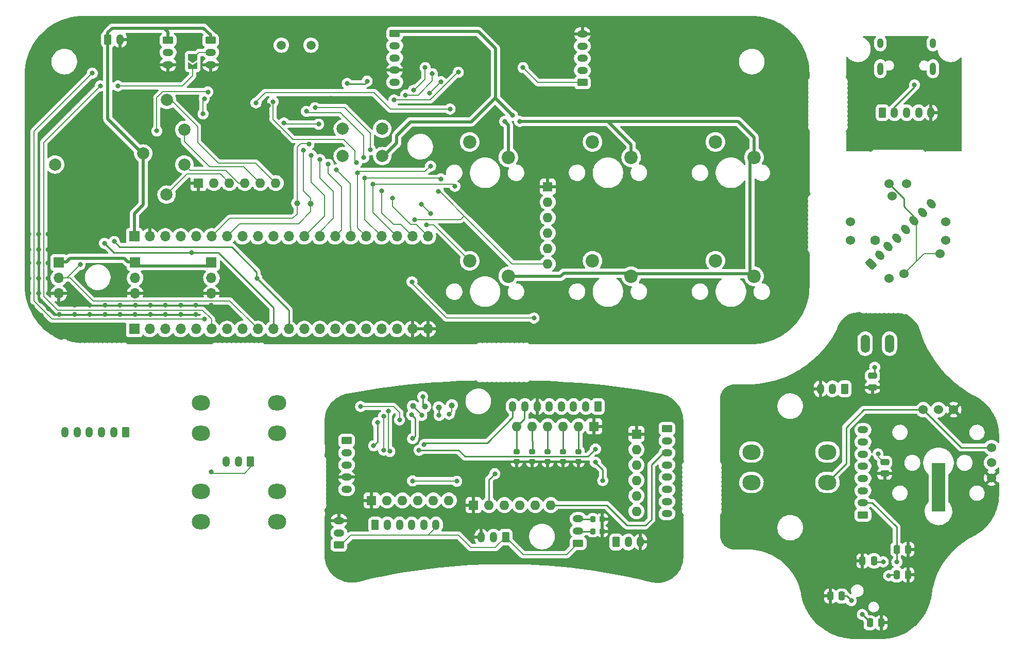
<source format=gbl>
%TF.GenerationSoftware,KiCad,Pcbnew,(6.0.9)*%
%TF.CreationDate,2022-11-09T20:57:25+01:00*%
%TF.ProjectId,libre-MIG,6c696272-652d-44d4-9947-2e6b69636164,v0.1*%
%TF.SameCoordinates,Original*%
%TF.FileFunction,Copper,L2,Bot*%
%TF.FilePolarity,Positive*%
%FSLAX46Y46*%
G04 Gerber Fmt 4.6, Leading zero omitted, Abs format (unit mm)*
G04 Created by KiCad (PCBNEW (6.0.9)) date 2022-11-09 20:57:25*
%MOMM*%
%LPD*%
G01*
G04 APERTURE LIST*
G04 Aperture macros list*
%AMRoundRect*
0 Rectangle with rounded corners*
0 $1 Rounding radius*
0 $2 $3 $4 $5 $6 $7 $8 $9 X,Y pos of 4 corners*
0 Add a 4 corners polygon primitive as box body*
4,1,4,$2,$3,$4,$5,$6,$7,$8,$9,$2,$3,0*
0 Add four circle primitives for the rounded corners*
1,1,$1+$1,$2,$3*
1,1,$1+$1,$4,$5*
1,1,$1+$1,$6,$7*
1,1,$1+$1,$8,$9*
0 Add four rect primitives between the rounded corners*
20,1,$1+$1,$2,$3,$4,$5,0*
20,1,$1+$1,$4,$5,$6,$7,0*
20,1,$1+$1,$6,$7,$8,$9,0*
20,1,$1+$1,$8,$9,$2,$3,0*%
%AMHorizOval*
0 Thick line with rounded ends*
0 $1 width*
0 $2 $3 position (X,Y) of the first rounded end (center of the circle)*
0 $4 $5 position (X,Y) of the second rounded end (center of the circle)*
0 Add line between two ends*
20,1,$1,$2,$3,$4,$5,0*
0 Add two circle primitives to create the rounded ends*
1,1,$1,$2,$3*
1,1,$1,$4,$5*%
%AMFreePoly0*
4,1,6,0.500000,-0.750000,-0.650000,-0.750000,-0.150000,0.000000,-0.650000,0.750000,0.500000,0.750000,0.500000,-0.750000,0.500000,-0.750000,$1*%
%AMFreePoly1*
4,1,6,1.000000,0.000000,0.500000,-0.750000,-0.500000,-0.750000,-0.500000,0.750000,0.500000,0.750000,1.000000,0.000000,1.000000,0.000000,$1*%
G04 Aperture macros list end*
%TA.AperFunction,ComponentPad*%
%ADD10O,3.000000X2.500000*%
%TD*%
%TA.AperFunction,ComponentPad*%
%ADD11O,1.750000X1.200000*%
%TD*%
%TA.AperFunction,ComponentPad*%
%ADD12RoundRect,0.250000X0.625000X-0.350000X0.625000X0.350000X-0.625000X0.350000X-0.625000X-0.350000X0*%
%TD*%
%TA.AperFunction,ComponentPad*%
%ADD13O,1.000000X1.600000*%
%TD*%
%TA.AperFunction,ComponentPad*%
%ADD14O,1.000000X2.100000*%
%TD*%
%TA.AperFunction,ComponentPad*%
%ADD15RoundRect,0.250000X-0.625000X0.350000X-0.625000X-0.350000X0.625000X-0.350000X0.625000X0.350000X0*%
%TD*%
%TA.AperFunction,ComponentPad*%
%ADD16O,1.500000X3.000000*%
%TD*%
%TA.AperFunction,ComponentPad*%
%ADD17O,1.600000X1.600000*%
%TD*%
%TA.AperFunction,ComponentPad*%
%ADD18R,1.600000X1.600000*%
%TD*%
%TA.AperFunction,ComponentPad*%
%ADD19C,2.000000*%
%TD*%
%TA.AperFunction,ComponentPad*%
%ADD20O,1.700000X1.700000*%
%TD*%
%TA.AperFunction,ComponentPad*%
%ADD21R,1.700000X1.700000*%
%TD*%
%TA.AperFunction,ComponentPad*%
%ADD22O,1.200000X1.750000*%
%TD*%
%TA.AperFunction,ComponentPad*%
%ADD23RoundRect,0.250000X-0.350000X-0.625000X0.350000X-0.625000X0.350000X0.625000X-0.350000X0.625000X0*%
%TD*%
%TA.AperFunction,ComponentPad*%
%ADD24C,1.500000*%
%TD*%
%TA.AperFunction,ComponentPad*%
%ADD25C,1.524000*%
%TD*%
%TA.AperFunction,WasherPad*%
%ADD26R,2.200000X8.000000*%
%TD*%
%TA.AperFunction,ComponentPad*%
%ADD27RoundRect,0.250000X0.350000X0.625000X-0.350000X0.625000X-0.350000X-0.625000X0.350000X-0.625000X0*%
%TD*%
%TA.AperFunction,WasherPad*%
%ADD28C,1.600000*%
%TD*%
%TA.AperFunction,ComponentPad*%
%ADD29C,2.200000*%
%TD*%
%TA.AperFunction,ComponentPad*%
%ADD30RoundRect,0.250000X0.194454X-0.689429X0.689429X-0.194454X-0.194454X0.689429X-0.689429X0.194454X0*%
%TD*%
%TA.AperFunction,ComponentPad*%
%ADD31HorizOval,1.200000X-0.194454X0.194454X0.194454X-0.194454X0*%
%TD*%
%TA.AperFunction,SMDPad,CuDef*%
%ADD32C,1.000000*%
%TD*%
%TA.AperFunction,SMDPad,CuDef*%
%ADD33RoundRect,0.225000X-0.250000X0.225000X-0.250000X-0.225000X0.250000X-0.225000X0.250000X0.225000X0*%
%TD*%
%TA.AperFunction,SMDPad,CuDef*%
%ADD34RoundRect,0.250000X0.250000X0.475000X-0.250000X0.475000X-0.250000X-0.475000X0.250000X-0.475000X0*%
%TD*%
%TA.AperFunction,SMDPad,CuDef*%
%ADD35RoundRect,0.250000X-0.475000X0.250000X-0.475000X-0.250000X0.475000X-0.250000X0.475000X0.250000X0*%
%TD*%
%TA.AperFunction,SMDPad,CuDef*%
%ADD36FreePoly0,270.000000*%
%TD*%
%TA.AperFunction,SMDPad,CuDef*%
%ADD37FreePoly1,270.000000*%
%TD*%
%TA.AperFunction,SMDPad,CuDef*%
%ADD38RoundRect,0.250000X-0.250000X-0.475000X0.250000X-0.475000X0.250000X0.475000X-0.250000X0.475000X0*%
%TD*%
%TA.AperFunction,SMDPad,CuDef*%
%ADD39RoundRect,0.225000X-0.225000X-0.250000X0.225000X-0.250000X0.225000X0.250000X-0.225000X0.250000X0*%
%TD*%
%TA.AperFunction,ViaPad*%
%ADD40C,0.800000*%
%TD*%
%TA.AperFunction,Conductor*%
%ADD41C,0.200000*%
%TD*%
%TA.AperFunction,Conductor*%
%ADD42C,0.250000*%
%TD*%
%TA.AperFunction,Conductor*%
%ADD43C,0.150000*%
%TD*%
%TA.AperFunction,Conductor*%
%ADD44C,0.500000*%
%TD*%
G04 APERTURE END LIST*
D10*
%TO.P,SW2,2,2*%
%TO.N,Net-(R3-Pad2)*%
X158950001Y-167185787D03*
X146450001Y-167185787D03*
%TO.P,SW2,1,1*%
%TO.N,/Trigger/Stage1*%
X158950001Y-172185787D03*
X146450001Y-172185787D03*
%TD*%
D11*
%TO.P,J10,3,Pin_3*%
%TO.N,/IO Controller/Stage2*%
X208450000Y-186249000D03*
%TO.P,J10,2,Pin_2*%
%TO.N,/IO Controller/Stage1*%
X208450000Y-188249000D03*
D12*
%TO.P,J10,1,Pin_1*%
%TO.N,+3V3*%
X208450000Y-190249000D03*
%TD*%
D13*
%TO.P,P1,S1,SHIELD*%
%TO.N,Net-(C10-Pad1)*%
X266763000Y-108000000D03*
D14*
X258123000Y-112180000D03*
X266763000Y-112180000D03*
D13*
X258123000Y-108000000D03*
%TD*%
D11*
%TO.P,J3,3,Pin_3*%
%TO.N,GND*%
X141050000Y-111500000D03*
%TO.P,J3,2,Pin_2*%
%TO.N,/MCU/YawIn*%
X141050000Y-109500000D03*
D15*
%TO.P,J3,1,Pin_1*%
%TO.N,+3V3*%
X141050000Y-107500000D03*
%TD*%
D16*
%TO.P,SW16,2,2*%
%TO.N,/Face Plate/BigRed*%
X259634000Y-157415870D03*
%TO.P,SW16,1,1*%
%TO.N,+3V3*%
X255634000Y-157415870D03*
%TD*%
D17*
%TO.P,RN6,6,R5*%
%TO.N,/IO Controller/CenterButt*%
X203968000Y-183977000D03*
%TO.P,RN6,5,R4*%
%TO.N,/IO Controller/Stage2*%
X201428000Y-183977000D03*
%TO.P,RN6,4,R3*%
%TO.N,/IO Controller/Stage1*%
X198888000Y-183977000D03*
%TO.P,RN6,3,R2*%
%TO.N,/IO Controller/BigRed*%
X196348000Y-183977000D03*
%TO.P,RN6,2,R1*%
%TO.N,/IO Controller/FlipIn*%
X193808000Y-183977000D03*
D18*
%TO.P,RN6,1,common*%
%TO.N,GND*%
X191268000Y-183977000D03*
%TD*%
D17*
%TO.P,RN3,6,R5*%
%TO.N,/IO Controller/DirD1*%
X198380000Y-171023000D03*
%TO.P,RN3,5,R4*%
%TO.N,/IO Controller/DirL1*%
X200920000Y-171023000D03*
%TO.P,RN3,4,R3*%
%TO.N,/IO Controller/DirC1*%
X203460000Y-171023000D03*
%TO.P,RN3,3,R2*%
%TO.N,/IO Controller/DirR1*%
X206000000Y-171023000D03*
%TO.P,RN3,2,R1*%
%TO.N,/IO Controller/DirU1*%
X208540000Y-171023000D03*
D18*
%TO.P,RN3,1,common*%
%TO.N,GND*%
X211080000Y-171023000D03*
%TD*%
D17*
%TO.P,RN1,6,R5*%
%TO.N,/MCU/SW5*%
X203454000Y-144284000D03*
%TO.P,RN1,5,R4*%
%TO.N,/MCU/SW4*%
X203454000Y-141744000D03*
%TO.P,RN1,4,R3*%
%TO.N,/MCU/SW3*%
X203454000Y-139204000D03*
%TO.P,RN1,3,R2*%
%TO.N,/MCU/SW2*%
X203454000Y-136664000D03*
%TO.P,RN1,2,R1*%
%TO.N,/MCU/SW1*%
X203454000Y-134124000D03*
D18*
%TO.P,RN1,1,common*%
%TO.N,GND*%
X203454000Y-131584000D03*
%TD*%
D10*
%TO.P,SW1,2,2*%
%TO.N,/Face Plate/CenterButt*%
X236934000Y-175255870D03*
X249434000Y-175255870D03*
%TO.P,SW1,1,1*%
%TO.N,+3V3*%
X249434000Y-180255870D03*
X236934000Y-180255870D03*
%TD*%
D11*
%TO.P,J12,8,Pin_8*%
%TO.N,/IO Controller/DirD*%
X223060000Y-185389000D03*
%TO.P,J12,7,Pin_7*%
%TO.N,/IO Controller/DirU*%
X223060000Y-183389000D03*
%TO.P,J12,6,Pin_6*%
%TO.N,/IO Controller/DirR*%
X223060000Y-181389000D03*
%TO.P,J12,5,Pin_5*%
%TO.N,/IO Controller/DirL*%
X223060000Y-179389000D03*
%TO.P,J12,4,Pin_4*%
%TO.N,/IO Controller/DirC*%
X223060000Y-177389000D03*
%TO.P,J12,3,Pin_3*%
%TO.N,/IO Controller/CenterButt*%
X223060000Y-175389000D03*
%TO.P,J12,2,Pin_2*%
%TO.N,/IO Controller/Axis2*%
X223060000Y-173389000D03*
D15*
%TO.P,J12,1,Pin_1*%
%TO.N,/IO Controller/Axis1*%
X223060000Y-171389000D03*
%TD*%
D17*
%TO.P,RN2,6,R5*%
%TO.N,/MCU/Rot4*%
X158750000Y-131000000D03*
%TO.P,RN2,5,R4*%
%TO.N,/MCU/Rot3*%
X156210000Y-131000000D03*
%TO.P,RN2,4,R3*%
%TO.N,/MCU/Rot2*%
X153670000Y-131000000D03*
%TO.P,RN2,3,R2*%
%TO.N,/MCU/Rot1*%
X151130000Y-131000000D03*
%TO.P,RN2,2,R1*%
%TO.N,/MCU/SW6*%
X148590000Y-131000000D03*
D18*
%TO.P,RN2,1,common*%
%TO.N,GND*%
X146050000Y-131000000D03*
%TD*%
D19*
%TO.P,SW4,2,2*%
%TO.N,Net-(R9-Pad2)*%
X176250000Y-122050000D03*
X169750000Y-122050000D03*
%TO.P,SW4,1,1*%
%TO.N,+3V3*%
X169750000Y-126550000D03*
X176250000Y-126550000D03*
%TD*%
D20*
%TO.P,J6,20,Pin_20*%
%TO.N,/MCU/Rot3*%
X183760000Y-139760000D03*
%TO.P,J6,19,Pin_19*%
%TO.N,/MCU/Rot4*%
X181220000Y-139760000D03*
%TO.P,J6,18,Pin_18*%
%TO.N,/MCU/SW2*%
X178680000Y-139760000D03*
%TO.P,J6,17,Pin_17*%
%TO.N,/MCU/SW3*%
X176140000Y-139760000D03*
%TO.P,J6,16,Pin_16*%
%TO.N,/MCU/EN*%
X173600000Y-139760000D03*
%TO.P,J6,15,Pin_15*%
%TO.N,/MCU/TxD*%
X171060000Y-139760000D03*
%TO.P,J6,14,Pin_14*%
%TO.N,/MCU/RxD*%
X168520000Y-139760000D03*
%TO.P,J6,13,Pin_13*%
%TO.N,/MCU/CTS*%
X165980000Y-139760000D03*
%TO.P,J6,12,Pin_12*%
%TO.N,/MCU/RTS*%
X163440000Y-139760000D03*
%TO.P,J6,11,Pin_11*%
%TO.N,unconnected-(J6-Pad11)*%
X160900000Y-139760000D03*
%TO.P,J6,10,Pin_10*%
%TO.N,unconnected-(J6-Pad10)*%
X158360000Y-139760000D03*
%TO.P,J6,9,Pin_9*%
%TO.N,unconnected-(J6-Pad9)*%
X155820000Y-139760000D03*
%TO.P,J6,8,Pin_8*%
%TO.N,unconnected-(J6-Pad8)*%
X153280000Y-139760000D03*
%TO.P,J6,7,Pin_7*%
%TO.N,/MCU/SDA*%
X150740000Y-139760000D03*
%TO.P,J6,6,Pin_6*%
%TO.N,/MCU/SCL*%
X148200000Y-139760000D03*
%TO.P,J6,5,Pin_5*%
%TO.N,/MCU/SW4*%
X145660000Y-139760000D03*
%TO.P,J6,4,Pin_4*%
%TO.N,/MCU/SW5*%
X143120000Y-139760000D03*
%TO.P,J6,3,Pin_3*%
%TO.N,unconnected-(J6-Pad3)*%
X140580000Y-139760000D03*
%TO.P,J6,2,Pin_2*%
%TO.N,GND*%
X138040000Y-139760000D03*
D21*
%TO.P,J6,1,Pin_1*%
%TO.N,+3V3*%
X135500000Y-139760000D03*
%TD*%
D22*
%TO.P,J9,3,Pin_3*%
%TO.N,GND*%
X218700000Y-190049000D03*
%TO.P,J9,2,Pin_2*%
%TO.N,/IO Controller/BigRed*%
X216700000Y-190049000D03*
D23*
%TO.P,J9,1,Pin_1*%
%TO.N,+3V3*%
X214700000Y-190049000D03*
%TD*%
D11*
%TO.P,J13,5,Pin_5*%
%TO.N,/IO Controller/EN*%
X170399000Y-181373000D03*
%TO.P,J13,4,Pin_4*%
%TO.N,GND*%
X170399000Y-179373000D03*
%TO.P,J13,3,Pin_3*%
%TO.N,/IO Controller/SCL*%
X170399000Y-177373000D03*
%TO.P,J13,2,Pin_2*%
%TO.N,/IO Controller/SDA*%
X170399000Y-175373000D03*
D15*
%TO.P,J13,1,Pin_1*%
%TO.N,+3V3*%
X170399000Y-173373000D03*
%TD*%
D24*
%TO.P,Y1,2,2*%
%TO.N,Net-(C17-Pad2)*%
X164543000Y-108300000D03*
%TO.P,Y1,1,1*%
%TO.N,Net-(C18-Pad2)*%
X159663000Y-108300000D03*
%TD*%
D20*
%TO.P,J7,20,Pin_20*%
%TO.N,GND*%
X183760000Y-155000000D03*
%TO.P,J7,19,Pin_19*%
X181220000Y-155000000D03*
%TO.P,J7,18,Pin_18*%
%TO.N,+3V3*%
X178680000Y-155000000D03*
%TO.P,J7,17,Pin_17*%
%TO.N,/MCU/NRST*%
X176140000Y-155000000D03*
%TO.P,J7,16,Pin_16*%
%TO.N,/MCU/Rot1*%
X173600000Y-155000000D03*
%TO.P,J7,15,Pin_15*%
%TO.N,/MCU/Rot2*%
X171060000Y-155000000D03*
%TO.P,J7,14,Pin_14*%
%TO.N,unconnected-(J7-Pad14)*%
X168520000Y-155000000D03*
%TO.P,J7,13,Pin_13*%
%TO.N,unconnected-(J7-Pad13)*%
X165980000Y-155000000D03*
%TO.P,J7,12,Pin_12*%
%TO.N,/MCU/SW6*%
X163440000Y-155000000D03*
%TO.P,J7,11,Pin_11*%
%TO.N,/MCU/Togg3*%
X160900000Y-155000000D03*
%TO.P,J7,10,Pin_10*%
%TO.N,/MCU/Togg2*%
X158360000Y-155000000D03*
%TO.P,J7,9,Pin_9*%
%TO.N,/MCU/Togg1*%
X155820000Y-155000000D03*
%TO.P,J7,8,Pin_8*%
%TO.N,unconnected-(J7-Pad8)*%
X153280000Y-155000000D03*
%TO.P,J7,7,Pin_7*%
%TO.N,/MCU/YawIn2*%
X150740000Y-155000000D03*
%TO.P,J7,6,Pin_6*%
%TO.N,/MCU/PitchIn2*%
X148200000Y-155000000D03*
%TO.P,J7,5,Pin_5*%
%TO.N,/MCU/SW1*%
X145660000Y-155000000D03*
%TO.P,J7,4,Pin_4*%
%TO.N,unconnected-(J7-Pad4)*%
X143120000Y-155000000D03*
%TO.P,J7,3,Pin_3*%
%TO.N,unconnected-(J7-Pad3)*%
X140580000Y-155000000D03*
%TO.P,J7,2,Pin_2*%
%TO.N,unconnected-(J7-Pad2)*%
X138040000Y-155000000D03*
D21*
%TO.P,J7,1,Pin_1*%
%TO.N,unconnected-(J7-Pad1)*%
X135500000Y-155000000D03*
%TD*%
D11*
%TO.P,J14,3,Pin_3*%
%TO.N,GND*%
X169128000Y-186549000D03*
%TO.P,J14,2,Pin_2*%
%TO.N,/IO Controller/TwistIn*%
X169128000Y-188549000D03*
D12*
%TO.P,J14,1,Pin_1*%
%TO.N,+3V3*%
X169128000Y-190549000D03*
%TD*%
D11*
%TO.P,J4,5,Pin_5*%
%TO.N,GND*%
X209157000Y-106449000D03*
%TO.P,J4,4,Pin_4*%
%TO.N,Net-(C3-Pad1)*%
X209157000Y-108449000D03*
%TO.P,J4,3,Pin_3*%
%TO.N,Net-(C2-Pad1)*%
X209157000Y-110449000D03*
%TO.P,J4,2,Pin_2*%
%TO.N,/MCU/CC*%
X209157000Y-112449000D03*
D12*
%TO.P,J4,1,Pin_1*%
%TO.N,+5V*%
X209157000Y-114449000D03*
%TD*%
D22*
%TO.P,J15,6,Pin_6*%
%TO.N,+3V3*%
X185092000Y-187237000D03*
%TO.P,J15,5,Pin_5*%
%TO.N,/IO Controller/SideCenter*%
X183092000Y-187237000D03*
%TO.P,J15,4,Pin_4*%
%TO.N,/IO Controller/SideD*%
X181092000Y-187237000D03*
%TO.P,J15,3,Pin_3*%
%TO.N,/IO Controller/SideC*%
X179092000Y-187237000D03*
%TO.P,J15,2,Pin_2*%
%TO.N,/IO Controller/SideB*%
X177092000Y-187237000D03*
D23*
%TO.P,J15,1,Pin_1*%
%TO.N,/IO Controller/SideA*%
X175092000Y-187237000D03*
%TD*%
D10*
%TO.P,SW3,2,2*%
%TO.N,Net-(R4-Pad2)*%
X158950001Y-181700001D03*
X146450001Y-181700001D03*
%TO.P,SW3,1,1*%
%TO.N,/Trigger/Stage2*%
X158950001Y-186700001D03*
X146450001Y-186700001D03*
%TD*%
D17*
%TO.P,RN4,6,R5*%
%TO.N,/IO Controller/DirD*%
X218043000Y-184993000D03*
%TO.P,RN4,5,R4*%
%TO.N,/IO Controller/DirU*%
X218043000Y-182453000D03*
%TO.P,RN4,4,R3*%
%TO.N,/IO Controller/DirR*%
X218043000Y-179913000D03*
%TO.P,RN4,3,R2*%
%TO.N,/IO Controller/DirL*%
X218043000Y-177373000D03*
%TO.P,RN4,2,R1*%
%TO.N,/IO Controller/DirC*%
X218043000Y-174833000D03*
D18*
%TO.P,RN4,1,common*%
%TO.N,GND*%
X218043000Y-172293000D03*
%TD*%
D25*
%TO.P,VR1,6,6*%
%TO.N,GND*%
X276414000Y-179515870D03*
%TO.P,VR1,5,5*%
%TO.N,/Face Plate/Axis1*%
X276414000Y-177015870D03*
%TO.P,VR1,4,4*%
%TO.N,+3V3*%
X276414000Y-174515870D03*
%TO.P,VR1,3,3*%
%TO.N,GND*%
X270184000Y-168285870D03*
%TO.P,VR1,2,2*%
%TO.N,/Face Plate/Axis2*%
X267684000Y-168285870D03*
%TO.P,VR1,1,1*%
%TO.N,+3V3*%
X265184000Y-168285870D03*
D26*
%TO.P,VR1,*%
%TO.N,*%
X267684000Y-181015870D03*
%TD*%
D17*
%TO.P,RN5,6,R5*%
%TO.N,/IO Controller/SideCenter*%
X187204000Y-183215000D03*
%TO.P,RN5,5,R4*%
%TO.N,/IO Controller/SideD*%
X184664000Y-183215000D03*
%TO.P,RN5,4,R3*%
%TO.N,/IO Controller/SideC*%
X182124000Y-183215000D03*
%TO.P,RN5,3,R2*%
%TO.N,/IO Controller/SideB*%
X179584000Y-183215000D03*
%TO.P,RN5,2,R1*%
%TO.N,/IO Controller/SideA*%
X177044000Y-183215000D03*
D18*
%TO.P,RN5,1,common*%
%TO.N,GND*%
X174504000Y-183215000D03*
%TD*%
D22*
%TO.P,J16,2,Pin_2*%
%TO.N,GND*%
X133157000Y-107349000D03*
D23*
%TO.P,J16,1,Pin_1*%
%TO.N,+3V3*%
X131157000Y-107349000D03*
%TD*%
D22*
%TO.P,J8,3,Pin_3*%
%TO.N,GND*%
X192543000Y-189250000D03*
%TO.P,J8,2,Pin_2*%
%TO.N,/IO Controller/FlipIn*%
X194543000Y-189250000D03*
D27*
%TO.P,J8,1,Pin_1*%
%TO.N,+3V3*%
X196543000Y-189250000D03*
%TD*%
D28*
%TO.P,SW15,*%
%TO.N,*%
X257250205Y-140374205D03*
D25*
%TO.P,SW15,1,U*%
%TO.N,/Encoder/DirU1*%
X259550205Y-146674205D03*
%TO.P,SW15,2,L*%
%TO.N,/Encoder/DirL1*%
X268850205Y-140374205D03*
%TO.P,SW15,3,D*%
%TO.N,/Encoder/DirD1*%
X262450205Y-131074205D03*
%TO.P,SW15,4,R*%
%TO.N,/Encoder/DirR1*%
X253250205Y-137374205D03*
%TO.P,SW15,5,Push*%
%TO.N,GND*%
X262050205Y-145874205D03*
%TO.P,SW15,6,Com*%
%TO.N,/Encoder/DirC1*%
X260050205Y-133094205D03*
%TO.P,SW15,A,A*%
%TO.N,/Encoder/EncodeA*%
X253250205Y-140374205D03*
%TO.P,SW15,B,B*%
%TO.N,/Encoder/EncodeB*%
X268850205Y-137374205D03*
%TO.P,SW15,C,C*%
%TO.N,GND*%
X259550205Y-131074205D03*
%TO.P,SW15,GND*%
X267910205Y-142624205D03*
%TD*%
D11*
%TO.P,J2,3,Pin_3*%
%TO.N,GND*%
X148050000Y-111500000D03*
%TO.P,J2,2,Pin_2*%
%TO.N,/MCU/PitchIn*%
X148050000Y-109500000D03*
D15*
%TO.P,J2,1,Pin_1*%
%TO.N,+3V3*%
X148050000Y-107500000D03*
%TD*%
D22*
%TO.P,J5,5,Pin_5*%
%TO.N,GND*%
X266443000Y-119400000D03*
%TO.P,J5,4,Pin_4*%
%TO.N,Net-(D2-Pad1)*%
X264443000Y-119400000D03*
%TO.P,J5,3,Pin_3*%
%TO.N,Net-(D1-Pad1)*%
X262443000Y-119400000D03*
%TO.P,J5,2,Pin_2*%
%TO.N,Net-(J5-Pad2)*%
X260443000Y-119400000D03*
D23*
%TO.P,J5,1,Pin_1*%
%TO.N,+5V*%
X258443000Y-119400000D03*
%TD*%
D11*
%TO.P,J1,5,Pin_5*%
%TO.N,/MCU/EN*%
X178300000Y-114400000D03*
%TO.P,J1,4,Pin_4*%
%TO.N,GND*%
X178300000Y-112400000D03*
%TO.P,J1,3,Pin_3*%
%TO.N,/MCU/SCL*%
X178300000Y-110400000D03*
%TO.P,J1,2,Pin_2*%
%TO.N,/MCU/SDA*%
X178300000Y-108400000D03*
D15*
%TO.P,J1,1,Pin_1*%
%TO.N,+3V3*%
X178300000Y-106400000D03*
%TD*%
D29*
%TO.P,SW12,2,2*%
%TO.N,+3V3*%
X217170000Y-146316000D03*
%TO.P,SW12,1,1*%
%TO.N,/MCU/SW5*%
X210820000Y-143776000D03*
%TD*%
%TO.P,SW8,2,2*%
%TO.N,+3V3*%
X196970000Y-126758000D03*
%TO.P,SW8,1,1*%
%TO.N,/MCU/SW1*%
X190620000Y-124218000D03*
%TD*%
D30*
%TO.P,J21,1,Pin_1*%
%TO.N,/Encoder/EncodeA*%
X256589367Y-144288861D03*
D31*
%TO.P,J21,2,Pin_2*%
%TO.N,/Encoder/DirU1*%
X258003581Y-142874647D03*
%TO.P,J21,3,Pin_3*%
%TO.N,/Encoder/DirR1*%
X259417794Y-141460434D03*
%TO.P,J21,4,Pin_4*%
%TO.N,/Encoder/DirC1*%
X260832008Y-140046220D03*
%TO.P,J21,5,Pin_5*%
%TO.N,/Encoder/DirL1*%
X262246221Y-138632007D03*
%TO.P,J21,6,Pin_6*%
%TO.N,GND*%
X263660435Y-137217793D03*
%TO.P,J21,7,Pin_7*%
%TO.N,/Encoder/DirD1*%
X265074648Y-135803580D03*
%TO.P,J21,8,Pin_8*%
%TO.N,/Encoder/EncodeB*%
X266488862Y-134389366D03*
%TD*%
D32*
%TO.P,TP7,1,1*%
%TO.N,/IO Controller/IN_xtra2*%
X187700000Y-167549000D03*
%TD*%
D22*
%TO.P,J11,8,Pin_8*%
%TO.N,/IO Controller/EncodeB*%
X197700000Y-167749000D03*
%TO.P,J11,7,Pin_7*%
%TO.N,/IO Controller/DirD1*%
X199700000Y-167749000D03*
%TO.P,J11,6,Pin_6*%
%TO.N,GND*%
X201700000Y-167749000D03*
%TO.P,J11,5,Pin_5*%
%TO.N,/IO Controller/DirL1*%
X203700000Y-167749000D03*
%TO.P,J11,4,Pin_4*%
%TO.N,/IO Controller/DirC1*%
X205700000Y-167749000D03*
%TO.P,J11,3,Pin_3*%
%TO.N,/IO Controller/DirR1*%
X207700000Y-167749000D03*
%TO.P,J11,2,Pin_2*%
%TO.N,/IO Controller/DirU1*%
X209700000Y-167749000D03*
D27*
%TO.P,J11,1,Pin_1*%
%TO.N,/IO Controller/EncodeA*%
X211700000Y-167749000D03*
%TD*%
D29*
%TO.P,SW9,2,2*%
%TO.N,+3V3*%
X217170000Y-126758000D03*
%TO.P,SW9,1,1*%
%TO.N,/MCU/SW2*%
X210820000Y-124218000D03*
%TD*%
D11*
%TO.P,J19,8,Pin_8*%
%TO.N,/Face Plate/Axis1*%
X255265000Y-171600870D03*
%TO.P,J19,7,Pin_7*%
%TO.N,/Face Plate/Axis2*%
X255265000Y-173600870D03*
%TO.P,J19,6,Pin_6*%
%TO.N,/Face Plate/CenterButt*%
X255265000Y-175600870D03*
%TO.P,J19,5,Pin_5*%
%TO.N,/Face Plate/DirC*%
X255265000Y-177600870D03*
%TO.P,J19,4,Pin_4*%
%TO.N,/Face Plate/DirL*%
X255265000Y-179600870D03*
%TO.P,J19,3,Pin_3*%
%TO.N,/Face Plate/DirR*%
X255265000Y-181600870D03*
%TO.P,J19,2,Pin_2*%
%TO.N,/Face Plate/DirU*%
X255265000Y-183600870D03*
D12*
%TO.P,J19,1,Pin_1*%
%TO.N,/Face Plate/DirD*%
X255265000Y-185600870D03*
%TD*%
D19*
%TO.P,SW14,5,D3*%
%TO.N,/MCU/Rot4*%
X140870000Y-117306000D03*
%TO.P,SW14,4,D2*%
%TO.N,/MCU/Rot3*%
X143725000Y-122236000D03*
%TO.P,SW14,3,D1*%
%TO.N,/MCU/Rot2*%
X143725000Y-127936000D03*
%TO.P,SW14,2,D0*%
%TO.N,/MCU/Rot1*%
X140800000Y-132886000D03*
%TO.P,SW14,1,CM*%
%TO.N,+3V3*%
X136964000Y-126121000D03*
%TO.P,SW14,*%
%TO.N,*%
X122475000Y-127936000D03*
%TD*%
D33*
%TO.P,C25,2*%
%TO.N,GND*%
X203443000Y-176775000D03*
%TO.P,C25,1*%
%TO.N,/IO Controller/DirC1*%
X203443000Y-175225000D03*
%TD*%
D32*
%TO.P,TP1,1,1*%
%TO.N,/MCU/SDA*%
X164500000Y-134400000D03*
%TD*%
D34*
%TO.P,C32,2*%
%TO.N,GND*%
X249893000Y-198951000D03*
%TO.P,C32,1*%
%TO.N,/Face Plate/DirD*%
X251793000Y-198951000D03*
%TD*%
D27*
%TO.P,J17,1,Pin_1*%
%TO.N,/Trigger/SideA*%
X134105696Y-171948368D03*
D22*
%TO.P,J17,2,Pin_2*%
%TO.N,/Trigger/SideB*%
X132105696Y-171948368D03*
%TO.P,J17,3,Pin_3*%
%TO.N,/Trigger/SideC*%
X130105696Y-171948368D03*
%TO.P,J17,4,Pin_4*%
%TO.N,/Trigger/SideD*%
X128105696Y-171948368D03*
%TO.P,J17,5,Pin_5*%
%TO.N,/Trigger/SideCenter*%
X126105696Y-171948368D03*
%TO.P,J17,6,Pin_6*%
%TO.N,+3V3*%
X124105696Y-171948368D03*
%TD*%
D35*
%TO.P,C30,2*%
%TO.N,GND*%
X256843000Y-164601000D03*
%TO.P,C30,1*%
%TO.N,/Face Plate/BigRed*%
X256843000Y-162701000D03*
%TD*%
D36*
%TO.P,JP2,2,B*%
%TO.N,/MCU/PitchIn2*%
X145100000Y-111725000D03*
D37*
%TO.P,JP2,1,A*%
%TO.N,/MCU/PitchIn*%
X145100000Y-110275000D03*
%TD*%
D32*
%TO.P,TP8,1,1*%
%TO.N,/IO Controller/IN_xtra4*%
X185549000Y-167912000D03*
%TD*%
D29*
%TO.P,SW13,2,2*%
%TO.N,+3V3*%
X237370000Y-146316000D03*
%TO.P,SW13,1,1*%
%TO.N,/MCU/SW6*%
X231020000Y-143776000D03*
%TD*%
D38*
%TO.P,C31,2*%
%TO.N,GND*%
X258293000Y-203351000D03*
%TO.P,C31,1*%
%TO.N,/Face Plate/DirR*%
X256393000Y-203351000D03*
%TD*%
D34*
%TO.P,C28,2*%
%TO.N,GND*%
X255193000Y-193151000D03*
%TO.P,C28,1*%
%TO.N,/Face Plate/DirL*%
X257093000Y-193151000D03*
%TD*%
D32*
%TO.P,TP2,1,1*%
%TO.N,/MCU/SCL*%
X162300000Y-134300000D03*
%TD*%
D20*
%TO.P,SW5,3,C*%
%TO.N,GND*%
X123100000Y-149155000D03*
%TO.P,SW5,2,B*%
%TO.N,/MCU/Togg1*%
X123100000Y-146615000D03*
D21*
%TO.P,SW5,1,A*%
%TO.N,+3V3*%
X123100000Y-144075000D03*
%TD*%
D35*
%TO.P,C29,2*%
%TO.N,GND*%
X258843000Y-178801000D03*
%TO.P,C29,1*%
%TO.N,/Face Plate/CenterButt*%
X258843000Y-176901000D03*
%TD*%
D33*
%TO.P,C33,2*%
%TO.N,GND*%
X205993000Y-176775000D03*
%TO.P,C33,1*%
%TO.N,/IO Controller/DirR1*%
X205993000Y-175225000D03*
%TD*%
%TO.P,C36,2*%
%TO.N,GND*%
X208543000Y-176775000D03*
%TO.P,C36,1*%
%TO.N,/IO Controller/DirU1*%
X208543000Y-175225000D03*
%TD*%
D39*
%TO.P,C42,2*%
%TO.N,GND*%
X212418000Y-188300000D03*
%TO.P,C42,1*%
%TO.N,/IO Controller/Stage1*%
X210868000Y-188300000D03*
%TD*%
D33*
%TO.P,C35,2*%
%TO.N,GND*%
X198343000Y-176775000D03*
%TO.P,C35,1*%
%TO.N,/IO Controller/DirD1*%
X198343000Y-175225000D03*
%TD*%
D38*
%TO.P,C27,2*%
%TO.N,GND*%
X262693000Y-191251000D03*
%TO.P,C27,1*%
%TO.N,/Face Plate/DirU*%
X260793000Y-191251000D03*
%TD*%
D20*
%TO.P,SW7,3,C*%
%TO.N,GND*%
X148181000Y-149155000D03*
%TO.P,SW7,2,B*%
%TO.N,/MCU/Togg3*%
X148181000Y-146615000D03*
D21*
%TO.P,SW7,1,A*%
%TO.N,+3V3*%
X148181000Y-144075000D03*
%TD*%
D22*
%TO.P,J20,3,Pin_3*%
%TO.N,GND*%
X248275000Y-164842870D03*
%TO.P,J20,2,Pin_2*%
%TO.N,/Face Plate/BigRed*%
X250275000Y-164842870D03*
D27*
%TO.P,J20,1,Pin_1*%
%TO.N,+3V3*%
X252275000Y-164842870D03*
%TD*%
D29*
%TO.P,SW10,2,2*%
%TO.N,+3V3*%
X237370000Y-126758000D03*
%TO.P,SW10,1,1*%
%TO.N,/MCU/SW3*%
X231020000Y-124218000D03*
%TD*%
D38*
%TO.P,C26,2*%
%TO.N,GND*%
X262693000Y-195451000D03*
%TO.P,C26,1*%
%TO.N,/Face Plate/DirC*%
X260793000Y-195451000D03*
%TD*%
D29*
%TO.P,SW11,2,2*%
%TO.N,+3V3*%
X196970000Y-146316000D03*
%TO.P,SW11,1,1*%
%TO.N,/MCU/SW4*%
X190620000Y-143776000D03*
%TD*%
D20*
%TO.P,SW6,3,C*%
%TO.N,GND*%
X135640500Y-149155000D03*
%TO.P,SW6,2,B*%
%TO.N,/MCU/Togg2*%
X135640500Y-146615000D03*
D21*
%TO.P,SW6,1,A*%
%TO.N,+3V3*%
X135640500Y-144075000D03*
%TD*%
D33*
%TO.P,C34,2*%
%TO.N,GND*%
X200893000Y-176775000D03*
%TO.P,C34,1*%
%TO.N,/IO Controller/DirL1*%
X200893000Y-175225000D03*
%TD*%
D39*
%TO.P,C43,2*%
%TO.N,GND*%
X212418000Y-186300000D03*
%TO.P,C43,1*%
%TO.N,/IO Controller/Stage2*%
X210868000Y-186300000D03*
%TD*%
D32*
%TO.P,TP9,1,1*%
%TO.N,/IO Controller/IN_xtra6*%
X183300000Y-167749000D03*
%TD*%
%TO.P,TP10,1,1*%
%TO.N,/IO Controller/IN_xtra8*%
X181300000Y-167712000D03*
%TD*%
D22*
%TO.P,J18,3,Pin_3*%
%TO.N,/Trigger/Stage2*%
X150600001Y-176800001D03*
%TO.P,J18,2,Pin_2*%
%TO.N,/Trigger/Stage1*%
X152600001Y-176800001D03*
D27*
%TO.P,J18,1,Pin_1*%
%TO.N,+3V3*%
X154600001Y-176800001D03*
%TD*%
D40*
%TO.N,+5V*%
X199400000Y-112000000D03*
%TO.N,Net-(J5-Pad2)*%
X263743000Y-114850000D03*
%TO.N,GND*%
X151300000Y-110500000D03*
X165500000Y-122600000D03*
X138144440Y-151100000D03*
X128300000Y-118300000D03*
X132800000Y-113300000D03*
X136800000Y-121500000D03*
X167321000Y-113179000D03*
X180500000Y-166149000D03*
X154300000Y-115800000D03*
X145600000Y-152600000D03*
X168913000Y-110580000D03*
X121300000Y-141900000D03*
X118200000Y-149100000D03*
X168913000Y-106020000D03*
X177043000Y-194200000D03*
X153113000Y-112100000D03*
X145611104Y-151100000D03*
X188700000Y-176549000D03*
X126922224Y-154400000D03*
X131900000Y-126600000D03*
X127700000Y-120600000D03*
X180900000Y-174949000D03*
X129600000Y-116900000D03*
X140633328Y-151100000D03*
X149300000Y-152600000D03*
X181143000Y-194200000D03*
X121300000Y-146700000D03*
X152800000Y-115800000D03*
X131900000Y-123600000D03*
X140622216Y-152600000D03*
X143122216Y-151100000D03*
X119800000Y-149100000D03*
X168913000Y-109060000D03*
X168313000Y-112100000D03*
X152600000Y-114300000D03*
X199943000Y-180200000D03*
X119800000Y-146700000D03*
X131900000Y-135400000D03*
X132000000Y-129800000D03*
X175043000Y-194200000D03*
X164446336Y-104500000D03*
X124433336Y-154400000D03*
X130677776Y-151100000D03*
X135644440Y-152600000D03*
X175100000Y-168949000D03*
X121400000Y-149100000D03*
X118200000Y-141900000D03*
X151200000Y-115800000D03*
X179043000Y-194200000D03*
X134200000Y-121500000D03*
X153113000Y-110300000D03*
X148100000Y-151100000D03*
X131900000Y-132700000D03*
X162957448Y-104500000D03*
X129411112Y-154400000D03*
X160913000Y-113700000D03*
X163913000Y-113700000D03*
X168913000Y-107540000D03*
X125688888Y-152600000D03*
X157400000Y-120000000D03*
X123200000Y-152600000D03*
X130666664Y-152600000D03*
X154313000Y-113500000D03*
X149600000Y-115800000D03*
X162513000Y-113700000D03*
X119800000Y-141900000D03*
X131900000Y-138200000D03*
X155200000Y-121300000D03*
X190800000Y-110800000D03*
X127700000Y-129800000D03*
X147300000Y-123900000D03*
X127700000Y-132700000D03*
X133166664Y-151100000D03*
X138133328Y-152600000D03*
X168913000Y-104500000D03*
X183243000Y-194100000D03*
X143111104Y-152600000D03*
X127700000Y-138200000D03*
X128188888Y-151100000D03*
X131900000Y-154400000D03*
X128177776Y-152600000D03*
X118800000Y-151300000D03*
X165500000Y-124800000D03*
X127700000Y-126600000D03*
X151400000Y-113200000D03*
X120100000Y-150400000D03*
X153113000Y-106700000D03*
X155913000Y-113700000D03*
X157500000Y-118200000D03*
X159979672Y-104500000D03*
X135655552Y-151100000D03*
X121400000Y-151700000D03*
X167800000Y-117000000D03*
X155513000Y-104500000D03*
X160000000Y-118400000D03*
X188500000Y-171749000D03*
X118200000Y-146700000D03*
X121944448Y-154400000D03*
X129900000Y-113300000D03*
X122100000Y-124400000D03*
X154250000Y-105649000D03*
X133155552Y-152600000D03*
X161468560Y-104500000D03*
X167424112Y-104500000D03*
X141300000Y-121600000D03*
X125700000Y-151100000D03*
X118200000Y-144100000D03*
X149600000Y-119900000D03*
X153113000Y-108500000D03*
X157001896Y-104500000D03*
X150300000Y-112100000D03*
X126300000Y-113800000D03*
X127700000Y-123600000D03*
X120500000Y-122600000D03*
X127700000Y-141100000D03*
X157200000Y-122600000D03*
X118800000Y-121000000D03*
X119800000Y-139400000D03*
X120200000Y-152800000D03*
X121300000Y-139400000D03*
X159200000Y-122600000D03*
X121300000Y-144100000D03*
X165935224Y-104500000D03*
X158490784Y-104500000D03*
X127700000Y-135400000D03*
X118200000Y-139400000D03*
X127900000Y-115300000D03*
X119800000Y-144100000D03*
%TO.N,/MCU/SDA*%
X163300000Y-125600000D03*
%TO.N,/MCU/SCL*%
X164200000Y-124600000D03*
%TO.N,/MCU/EN*%
X172200000Y-129300000D03*
X184200000Y-128200000D03*
%TO.N,/IO Controller/FlipIn*%
X194749000Y-178812000D03*
%TO.N,/IO Controller/EncodeA*%
X182300000Y-174949000D03*
X211300000Y-174749000D03*
%TO.N,/IO Controller/EncodeB*%
X183131830Y-174024500D03*
%TO.N,/IO Controller/Axis1*%
X176500000Y-174949000D03*
X176500000Y-169349000D03*
%TO.N,/IO Controller/Axis2*%
X177300000Y-168549000D03*
X177500000Y-175149000D03*
%TO.N,/IO Controller/DirD*%
X211300000Y-176937500D03*
X212500000Y-179949000D03*
%TO.N,/IO Controller/SCL*%
X181249049Y-173036549D03*
X175449000Y-170412000D03*
X174849000Y-174212000D03*
X181100000Y-169149000D03*
%TO.N,/MCU/SW1*%
X147600000Y-116000000D03*
X187400000Y-118800000D03*
X155500000Y-117800000D03*
X139200000Y-122400000D03*
%TO.N,/MCU/SW2*%
X174700000Y-131200000D03*
X188200000Y-131500000D03*
%TO.N,+3V3*%
X197657000Y-119849000D03*
X179100000Y-169949000D03*
X196357000Y-120849000D03*
X148100001Y-178485787D03*
X198857000Y-120849000D03*
X172700000Y-167749000D03*
X170500000Y-114600000D03*
X173766000Y-114222000D03*
X181243000Y-180000000D03*
X188500000Y-180057000D03*
%TO.N,/MCU/SW3*%
X185899500Y-130300000D03*
X173400000Y-130200000D03*
%TO.N,/MCU/SW4*%
X163800000Y-119191500D03*
X173200000Y-126800000D03*
X183500000Y-137900000D03*
%TO.N,/MCU/SW5*%
X185500000Y-132400000D03*
X181600000Y-137000000D03*
X174300000Y-125500000D03*
X165200000Y-118600000D03*
%TO.N,/MCU/SW6*%
X201200000Y-153200000D03*
X181150000Y-147250000D03*
%TO.N,/MCU/TxD*%
X184000000Y-116200000D03*
X185900000Y-114300000D03*
X168700000Y-128825500D03*
%TO.N,/MCU/Togg1*%
X126600000Y-144400000D03*
%TO.N,/MCU/Togg2*%
X130600000Y-140900000D03*
X144900000Y-142400000D03*
%TO.N,/MCU/Togg3*%
X155650000Y-146650000D03*
X132200000Y-140600000D03*
%TO.N,/MCU/ADC3*%
X147000000Y-117100000D03*
X146800000Y-119600000D03*
%TO.N,Net-(R9-Pad2)*%
X165800000Y-121300000D03*
X160100000Y-121100000D03*
%TO.N,/MCU/Rot2*%
X184200000Y-136000000D03*
X182700000Y-134500000D03*
%TO.N,/MCU/Rot3*%
X177900000Y-133500000D03*
%TO.N,/MCU/Rot4*%
X176200000Y-132300000D03*
%TO.N,/MCU/RxD*%
X181400000Y-115700000D03*
X167400000Y-127900000D03*
X183300000Y-112000000D03*
%TO.N,/MCU/CTS*%
X180100000Y-116500000D03*
X166000000Y-127100000D03*
X184500000Y-113000000D03*
%TO.N,/MCU/RTS*%
X178200000Y-117300000D03*
X188757000Y-112749000D03*
X164600000Y-126400000D03*
%TO.N,/IO Controller/IN_xtra2*%
X187249000Y-169012000D03*
%TO.N,/IO Controller/IN_xtra4*%
X185601500Y-169212000D03*
%TO.N,/IO Controller/IN_xtra6*%
X182900000Y-166149000D03*
%TO.N,/MCU/NRST*%
X172026944Y-127626944D03*
X158300000Y-117600000D03*
%TO.N,/IO Controller/IN_xtra8*%
X182749000Y-169212000D03*
%TO.N,/Face Plate/CenterButt*%
X257743000Y-175551000D03*
%TO.N,/Face Plate/DirC*%
X259500000Y-195599870D03*
%TO.N,/Face Plate/DirL*%
X258600000Y-193308000D03*
%TO.N,/Face Plate/DirR*%
X255171240Y-201979240D03*
%TO.N,/Face Plate/DirU*%
X260843000Y-193351000D03*
%TO.N,/Face Plate/DirD*%
X253349260Y-199700000D03*
%TO.N,/Face Plate/BigRed*%
X257200000Y-161300000D03*
%TO.N,/MCU/PitchIn2*%
X132800000Y-115000000D03*
X129900000Y-115000000D03*
%TO.N,/MCU/YawIn2*%
X128600000Y-112900000D03*
X147000000Y-153400000D03*
%TD*%
D41*
%TO.N,+5V*%
X199400000Y-112000000D02*
X201849000Y-114449000D01*
X201849000Y-114449000D02*
X209157000Y-114449000D01*
D42*
%TO.N,Net-(J5-Pad2)*%
X260443000Y-118495000D02*
X260443000Y-119400000D01*
X263743000Y-114850000D02*
X263743000Y-115195000D01*
X263743000Y-115195000D02*
X260443000Y-118495000D01*
%TO.N,GND*%
X262011435Y-134832580D02*
X262011435Y-133518184D01*
D41*
X264068435Y-137395793D02*
X264068435Y-143855975D01*
D42*
X262011435Y-133518184D02*
X259567456Y-131074205D01*
D41*
X267910205Y-142624205D02*
X265300205Y-142624205D01*
D42*
X263660435Y-137217793D02*
X263660435Y-136481580D01*
D41*
X264068435Y-143855975D02*
X262050205Y-145874205D01*
D42*
X259567456Y-131074205D02*
X259550205Y-131074205D01*
D41*
X265300205Y-142624205D02*
X264068435Y-143855975D01*
D42*
X263660435Y-136481580D02*
X262011435Y-134832580D01*
D43*
%TO.N,/MCU/SDA*%
X164500000Y-133500000D02*
X164500000Y-135700000D01*
X163300000Y-132300000D02*
X164500000Y-133500000D01*
X164500000Y-135700000D02*
X162500000Y-137700000D01*
X163300000Y-125600000D02*
X163300000Y-132300000D01*
X152800000Y-137700000D02*
X150740000Y-139760000D01*
X162500000Y-137700000D02*
X152800000Y-137700000D01*
%TO.N,/MCU/SCL*%
X162900000Y-124500000D02*
X164100000Y-124500000D01*
X148200000Y-139760000D02*
X151160000Y-136800000D01*
X162300000Y-136050000D02*
X162300000Y-125100000D01*
X164100000Y-124500000D02*
X164200000Y-124600000D01*
X161550000Y-136800000D02*
X162300000Y-136050000D01*
X162300000Y-125100000D02*
X162900000Y-124500000D01*
X151160000Y-136800000D02*
X161550000Y-136800000D01*
%TO.N,/MCU/EN*%
X172200000Y-129300000D02*
X172200000Y-138360000D01*
X172200000Y-138360000D02*
X173600000Y-139760000D01*
D41*
X172400000Y-129100000D02*
X172200000Y-129300000D01*
X184200000Y-128200000D02*
X183300000Y-129100000D01*
X183300000Y-129100000D02*
X172400000Y-129100000D01*
D43*
%TO.N,/MCU/PitchIn*%
X145325000Y-110275000D02*
X145100000Y-110275000D01*
X146100000Y-109500000D02*
X145325000Y-110275000D01*
X148050000Y-109500000D02*
X146100000Y-109500000D01*
D42*
%TO.N,/IO Controller/FlipIn*%
X193808000Y-179753000D02*
X193808000Y-183977000D01*
X194749000Y-178812000D02*
X193808000Y-179753000D01*
%TO.N,/IO Controller/Stage1*%
X208501000Y-188300000D02*
X208450000Y-188249000D01*
X210868000Y-188300000D02*
X208501000Y-188300000D01*
%TO.N,/IO Controller/Stage2*%
X210868000Y-186300000D02*
X208501000Y-186300000D01*
X208501000Y-186300000D02*
X208450000Y-186249000D01*
%TO.N,/IO Controller/EncodeA*%
X211300000Y-174749000D02*
X210049000Y-176000000D01*
X188792000Y-174949000D02*
X182300000Y-174949000D01*
X189843000Y-176000000D02*
X188792000Y-174949000D01*
X210049000Y-176000000D02*
X189843000Y-176000000D01*
%TO.N,/IO Controller/EncodeB*%
X193500000Y-173749000D02*
X197700000Y-169549000D01*
X197700000Y-169549000D02*
X197700000Y-167749000D01*
X183131830Y-174024500D02*
X183407330Y-173749000D01*
X183407330Y-173749000D02*
X193500000Y-173749000D01*
%TO.N,/IO Controller/DirC1*%
X203460000Y-175208000D02*
X203460000Y-171023000D01*
X203443000Y-175225000D02*
X203460000Y-175208000D01*
%TO.N,/IO Controller/DirR1*%
X206000000Y-173568000D02*
X206000000Y-171023000D01*
X205993000Y-175225000D02*
X205993000Y-173575000D01*
%TO.N,/IO Controller/DirL1*%
X200943000Y-175175000D02*
X200943000Y-173400000D01*
X200893000Y-175225000D02*
X200943000Y-175175000D01*
X200920000Y-173400000D02*
X200920000Y-171023000D01*
%TO.N,/IO Controller/DirU1*%
X208543000Y-175225000D02*
X208543000Y-173625000D01*
X208543000Y-173625000D02*
X208540000Y-173622000D01*
X208540000Y-173622000D02*
X208540000Y-171023000D01*
%TO.N,/IO Controller/DirD1*%
X198343000Y-175225000D02*
X198380000Y-175188000D01*
X198380000Y-171023000D02*
X199649000Y-169754000D01*
X199649000Y-169754000D02*
X199649000Y-168162000D01*
X198380000Y-175188000D02*
X198380000Y-171023000D01*
D43*
%TO.N,/IO Controller/Axis1*%
X176500000Y-169349000D02*
X176500000Y-174749000D01*
X176500000Y-174749000D02*
X176500000Y-174949000D01*
%TO.N,/IO Controller/Axis2*%
X177300000Y-174949000D02*
X177500000Y-175149000D01*
X177300000Y-168549000D02*
X177300000Y-174949000D01*
D42*
%TO.N,/IO Controller/CenterButt*%
X222460000Y-175389000D02*
X223060000Y-175389000D01*
X216500000Y-187349000D02*
X219500000Y-187349000D01*
X220500000Y-177349000D02*
X222460000Y-175389000D01*
X213128000Y-183977000D02*
X216500000Y-187349000D01*
X220500000Y-186349000D02*
X220500000Y-177349000D01*
X219500000Y-187349000D02*
X220500000Y-186349000D01*
X203968000Y-183977000D02*
X213128000Y-183977000D01*
%TO.N,/IO Controller/DirD*%
X211300000Y-176937500D02*
X211300000Y-176949000D01*
X211900000Y-177549000D02*
X212500000Y-178149000D01*
X212500000Y-179749000D02*
X212500000Y-179949000D01*
X212500000Y-178149000D02*
X212500000Y-179749000D01*
X211300000Y-176949000D02*
X211900000Y-177549000D01*
%TO.N,/IO Controller/SCL*%
X181100000Y-169149000D02*
X181649000Y-169698000D01*
X181649000Y-172636598D02*
X181249049Y-173036549D01*
X175449000Y-173612000D02*
X175449000Y-170412000D01*
X181649000Y-169698000D02*
X181649000Y-172636598D01*
X174849000Y-174212000D02*
X175449000Y-173612000D01*
D43*
%TO.N,/MCU/SW1*%
X139200000Y-116900000D02*
X139200000Y-122400000D01*
X139400000Y-116700000D02*
X139200000Y-116900000D01*
D41*
X187400000Y-118800000D02*
X177600000Y-118800000D01*
X155500000Y-117600000D02*
X155500000Y-117800000D01*
D43*
X140200000Y-115900000D02*
X139400000Y-116700000D01*
D41*
X177600000Y-118800000D02*
X174900000Y-116100000D01*
D43*
X147600000Y-116000000D02*
X147500000Y-115900000D01*
X147500000Y-115900000D02*
X140200000Y-115900000D01*
D41*
X157000000Y-116100000D02*
X155500000Y-117600000D01*
X174900000Y-116100000D02*
X157000000Y-116100000D01*
D43*
%TO.N,/MCU/SW2*%
X178660000Y-139760000D02*
X178680000Y-139760000D01*
X187900000Y-131200000D02*
X174700000Y-131200000D01*
X174700000Y-135800000D02*
X178660000Y-139760000D01*
X174700000Y-131200000D02*
X174700000Y-135800000D01*
X188200000Y-131500000D02*
X187900000Y-131200000D01*
D41*
%TO.N,+3V3*%
X183800000Y-188949000D02*
X185092000Y-187657000D01*
D44*
X131157000Y-106243000D02*
X131900000Y-105500000D01*
D42*
X255414130Y-168285870D02*
X265184000Y-168285870D01*
D44*
X124339000Y-143961000D02*
X123035000Y-143961000D01*
X146900000Y-105500000D02*
X148050000Y-106650000D01*
X236700000Y-145646000D02*
X237370000Y-146316000D01*
D41*
X154600001Y-177785787D02*
X154600001Y-176800001D01*
D44*
X217170000Y-146316000D02*
X216654000Y-145800000D01*
D41*
X179100000Y-168749000D02*
X178100000Y-167749000D01*
X206550000Y-192149000D02*
X199442000Y-192149000D01*
X194892000Y-190901000D02*
X196543000Y-189250000D01*
D44*
X136821000Y-126121000D02*
X136964000Y-126121000D01*
D41*
X183800000Y-188949000D02*
X188800000Y-188949000D01*
D44*
X141000000Y-107450000D02*
X141050000Y-107500000D01*
X206100000Y-145800000D02*
X205584000Y-146316000D01*
X213357000Y-120849000D02*
X234757000Y-120849000D01*
X192079000Y-106071000D02*
X178629000Y-106071000D01*
X237370000Y-123462000D02*
X237370000Y-126758000D01*
X131157000Y-107349000D02*
X131157000Y-120457000D01*
D41*
X178100000Y-167749000D02*
X172700000Y-167749000D01*
X194892000Y-190949000D02*
X194892000Y-190901000D01*
X153600001Y-178785787D02*
X154600001Y-177785787D01*
D44*
X134461000Y-143961000D02*
X133849000Y-143349000D01*
X217586000Y-145900000D02*
X217170000Y-146316000D01*
X131900000Y-105500000D02*
X140400000Y-105500000D01*
X135608000Y-143961000D02*
X134461000Y-143961000D01*
D41*
X181243000Y-180000000D02*
X188443000Y-180000000D01*
D44*
X237370000Y-126758000D02*
X236700000Y-127428000D01*
X236954000Y-145900000D02*
X217586000Y-145900000D01*
X124951000Y-143349000D02*
X124339000Y-143961000D01*
X147542000Y-144600000D02*
X136247000Y-144600000D01*
X216654000Y-145800000D02*
X206100000Y-145800000D01*
X236700000Y-127428000D02*
X236700000Y-145646000D01*
X190900000Y-120900000D02*
X180900000Y-120900000D01*
X205584000Y-146316000D02*
X196970000Y-146316000D01*
X213357000Y-120849000D02*
X217170000Y-124662000D01*
X197657000Y-119849000D02*
X194857000Y-117049000D01*
X131157000Y-107349000D02*
X131157000Y-106243000D01*
D42*
X173400000Y-114700000D02*
X173766000Y-114334000D01*
D44*
X148050000Y-106650000D02*
X148050000Y-107500000D01*
X194857000Y-117049000D02*
X194751000Y-117049000D01*
X135500000Y-136000000D02*
X136964000Y-134536000D01*
X136964000Y-134536000D02*
X136964000Y-126121000D01*
X194857000Y-108849000D02*
X192079000Y-106071000D01*
X198857000Y-120849000D02*
X213357000Y-120849000D01*
X178600000Y-123200000D02*
X178600000Y-124400000D01*
X234757000Y-120849000D02*
X237370000Y-123462000D01*
D42*
X271414000Y-174515870D02*
X276414000Y-174515870D01*
D41*
X171100000Y-188949000D02*
X183800000Y-188949000D01*
D44*
X178629000Y-106071000D02*
X178300000Y-106400000D01*
X178600000Y-124400000D02*
X176250000Y-126750000D01*
X131157000Y-120457000D02*
X136821000Y-126121000D01*
D42*
X249434000Y-180255870D02*
X252500000Y-177189870D01*
X252500000Y-171200000D02*
X255414130Y-168285870D01*
D44*
X133849000Y-143349000D02*
X124951000Y-143349000D01*
X196970000Y-126758000D02*
X196970000Y-121462000D01*
X148181000Y-143961000D02*
X147542000Y-144600000D01*
D41*
X190800000Y-190949000D02*
X194892000Y-190949000D01*
D42*
X173766000Y-114334000D02*
X173766000Y-114222000D01*
X252500000Y-177189870D02*
X252500000Y-171200000D01*
D41*
X179100000Y-169949000D02*
X179100000Y-168749000D01*
D42*
X170600000Y-114700000D02*
X173400000Y-114700000D01*
D41*
X148400001Y-178785787D02*
X153600001Y-178785787D01*
D44*
X217170000Y-124662000D02*
X217170000Y-126758000D01*
D41*
X185092000Y-187657000D02*
X185092000Y-187237000D01*
X171100000Y-188949000D02*
X169500000Y-190549000D01*
D44*
X141000000Y-106100000D02*
X141000000Y-107450000D01*
D41*
X188800000Y-188949000D02*
X190800000Y-190949000D01*
D44*
X237370000Y-146316000D02*
X236954000Y-145900000D01*
X135500000Y-136000000D02*
X135500000Y-139760000D01*
D41*
X199442000Y-192149000D02*
X196543000Y-189250000D01*
D44*
X180900000Y-120900000D02*
X178600000Y-123200000D01*
X140400000Y-105500000D02*
X141000000Y-106100000D01*
D41*
X188443000Y-180000000D02*
X188500000Y-180057000D01*
X208450000Y-190249000D02*
X206550000Y-192149000D01*
D44*
X196970000Y-121462000D02*
X196357000Y-120849000D01*
D41*
X148100001Y-178485787D02*
X148400001Y-178785787D01*
D44*
X136247000Y-144600000D02*
X135608000Y-143961000D01*
D42*
X170500000Y-114600000D02*
X170600000Y-114700000D01*
D41*
X169500000Y-190549000D02*
X169128000Y-190549000D01*
D44*
X140400000Y-105500000D02*
X146900000Y-105500000D01*
X194751000Y-117049000D02*
X190900000Y-120900000D01*
X194857000Y-117049000D02*
X194857000Y-108849000D01*
D42*
X265184000Y-168285870D02*
X271414000Y-174515870D01*
D43*
%TO.N,/MCU/SW3*%
X173400000Y-130200000D02*
X185799500Y-130200000D01*
X173400000Y-130200000D02*
X173400000Y-137000000D01*
X176140000Y-139740000D02*
X176140000Y-139760000D01*
X185899500Y-130300000D02*
X185799500Y-130200000D01*
X173400000Y-137000000D02*
X176140000Y-139740000D01*
D41*
%TO.N,/MCU/SW4*%
X169400000Y-119400000D02*
X164008500Y-119400000D01*
X164008500Y-119400000D02*
X163800000Y-119191500D01*
X173200000Y-123200000D02*
X169400000Y-119400000D01*
D43*
X183500000Y-137900000D02*
X184744000Y-137900000D01*
X184744000Y-137900000D02*
X190620000Y-143776000D01*
D41*
X173200000Y-126800000D02*
X173200000Y-123200000D01*
%TO.N,/MCU/SW5*%
X203454000Y-144284000D02*
X197584000Y-144284000D01*
X174300000Y-125500000D02*
X174300000Y-122800000D01*
X170100000Y-118600000D02*
X165200000Y-118600000D01*
X186200000Y-132900000D02*
X185700000Y-132400000D01*
X190250000Y-136950000D02*
X186200000Y-132900000D01*
X197584000Y-144284000D02*
X190250000Y-136950000D01*
X185700000Y-132400000D02*
X185500000Y-132400000D01*
X174300000Y-122800000D02*
X170100000Y-118600000D01*
D43*
X181600000Y-137000000D02*
X189100000Y-137000000D01*
X189100000Y-137000000D02*
X189700000Y-136400000D01*
%TO.N,/MCU/SW6*%
X181150000Y-147250000D02*
X181150000Y-147550000D01*
X181150000Y-147550000D02*
X186800000Y-153200000D01*
X186800000Y-153200000D02*
X201200000Y-153200000D01*
%TO.N,/MCU/TxD*%
X168700000Y-128825500D02*
X171000000Y-131125500D01*
X171060000Y-138260000D02*
X171060000Y-139760000D01*
X171000000Y-138200000D02*
X171060000Y-138260000D01*
X185900000Y-114300000D02*
X184000000Y-116200000D01*
X171000000Y-131125500D02*
X171000000Y-138200000D01*
D41*
%TO.N,/MCU/Togg1*%
X126600000Y-144400000D02*
X124450000Y-146550000D01*
D43*
X124900000Y-146550000D02*
X124450000Y-146550000D01*
X128750000Y-150400000D02*
X124900000Y-146550000D01*
D41*
X124450000Y-146550000D02*
X124385000Y-146615000D01*
D43*
X155820000Y-155000000D02*
X151220000Y-150400000D01*
D41*
X124385000Y-146615000D02*
X123100000Y-146615000D01*
D43*
X151220000Y-150400000D02*
X128750000Y-150400000D01*
D42*
%TO.N,/MCU/Togg2*%
X158360000Y-151460000D02*
X154700000Y-147800000D01*
X132100000Y-142400000D02*
X130600000Y-140900000D01*
X154700000Y-147800000D02*
X149300000Y-142400000D01*
X149300000Y-142400000D02*
X144900000Y-142400000D01*
X158360000Y-155000000D02*
X158360000Y-151460000D01*
X144900000Y-142400000D02*
X132100000Y-142400000D01*
%TO.N,/MCU/Togg3*%
X133100000Y-141500000D02*
X132200000Y-140600000D01*
X152200000Y-142200000D02*
X151500000Y-141500000D01*
X138400000Y-141500000D02*
X133100000Y-141500000D01*
X151500000Y-141500000D02*
X138400000Y-141500000D01*
X155650000Y-146650000D02*
X155615000Y-146615000D01*
X155615000Y-145615000D02*
X152200000Y-142200000D01*
X160900000Y-151900000D02*
X155650000Y-146650000D01*
X160900000Y-155000000D02*
X160900000Y-151900000D01*
X155615000Y-146615000D02*
X155615000Y-145615000D01*
D43*
%TO.N,/MCU/ADC3*%
X146800000Y-119600000D02*
X146800000Y-117400000D01*
X146800000Y-117400000D02*
X146800000Y-117300000D01*
X146800000Y-117300000D02*
X147000000Y-117100000D01*
%TO.N,Net-(R9-Pad2)*%
X160300000Y-121300000D02*
X160100000Y-121100000D01*
X165800000Y-121300000D02*
X160300000Y-121300000D01*
%TO.N,/MCU/Rot1*%
X151130000Y-131000000D02*
X149630000Y-129500000D01*
X144186000Y-129500000D02*
X140800000Y-132886000D01*
X149630000Y-129500000D02*
X144186000Y-129500000D01*
%TO.N,/MCU/Rot2*%
X182700000Y-134500000D02*
X184200000Y-136000000D01*
X150550280Y-128900000D02*
X144689000Y-128900000D01*
X152650280Y-131000000D02*
X150550280Y-128900000D01*
X144689000Y-128900000D02*
X143725000Y-127936000D01*
X153670000Y-131000000D02*
X152650280Y-131000000D01*
%TO.N,/MCU/Rot3*%
X177900000Y-133500000D02*
X177900000Y-134800000D01*
X153510000Y-128300000D02*
X147900000Y-128300000D01*
X177900000Y-134800000D02*
X180900000Y-137800000D01*
X181800000Y-137800000D02*
X183760000Y-139760000D01*
X143725000Y-124125000D02*
X143725000Y-122236000D01*
X147900000Y-128300000D02*
X143725000Y-124125000D01*
X180900000Y-137800000D02*
X181800000Y-137800000D01*
X156210000Y-131000000D02*
X153510000Y-128300000D01*
%TO.N,/MCU/Rot4*%
X149300000Y-127700000D02*
X145900000Y-124300000D01*
X145900000Y-121700000D02*
X141506000Y-117306000D01*
X178100000Y-137800000D02*
X179260000Y-137800000D01*
X145900000Y-124300000D02*
X145900000Y-121700000D01*
X158750000Y-131000000D02*
X155450000Y-127700000D01*
X179260000Y-137800000D02*
X181220000Y-139760000D01*
X141506000Y-117306000D02*
X140870000Y-117306000D01*
X176200000Y-132300000D02*
X176200000Y-135900000D01*
X176200000Y-135900000D02*
X178100000Y-137800000D01*
X155450000Y-127700000D02*
X149300000Y-127700000D01*
%TO.N,/MCU/RxD*%
X181500000Y-115700000D02*
X183300000Y-113900000D01*
X169600000Y-138680000D02*
X168520000Y-139760000D01*
X167400000Y-127900000D02*
X167400000Y-129400000D01*
X169600000Y-131600000D02*
X169600000Y-138680000D01*
X183300000Y-113900000D02*
X183300000Y-112000000D01*
X167400000Y-129400000D02*
X169600000Y-131600000D01*
X181400000Y-115700000D02*
X181500000Y-115700000D01*
%TO.N,/MCU/CTS*%
X168200000Y-132400000D02*
X168200000Y-136800000D01*
X184500000Y-114200000D02*
X182200000Y-116500000D01*
X184500000Y-113000000D02*
X184500000Y-114200000D01*
X166000000Y-130200000D02*
X168200000Y-132400000D01*
X168200000Y-136800000D02*
X165980000Y-139020000D01*
X165980000Y-139020000D02*
X165980000Y-139760000D01*
X166000000Y-127100000D02*
X166000000Y-130200000D01*
X182200000Y-116500000D02*
X180100000Y-116500000D01*
%TO.N,/MCU/RTS*%
X164600000Y-130800000D02*
X166800000Y-133000000D01*
X184154595Y-117300000D02*
X188705595Y-112749000D01*
X178200000Y-117300000D02*
X184154595Y-117300000D01*
X166800000Y-133000000D02*
X166800000Y-136400000D01*
X166800000Y-136400000D02*
X163440000Y-139760000D01*
X164600000Y-126400000D02*
X164600000Y-130800000D01*
X188705595Y-112749000D02*
X188757000Y-112749000D01*
D41*
%TO.N,/IO Controller/IN_xtra2*%
X187700000Y-167549000D02*
X187700000Y-168561000D01*
X187700000Y-168561000D02*
X187249000Y-169012000D01*
D42*
%TO.N,/IO Controller/IN_xtra4*%
X185601500Y-169212000D02*
X185601500Y-168164500D01*
X185601500Y-168164500D02*
X185549000Y-168112000D01*
%TO.N,/IO Controller/IN_xtra6*%
X182900000Y-167349000D02*
X183300000Y-167749000D01*
X182900000Y-166149000D02*
X182900000Y-167349000D01*
D43*
%TO.N,/MCU/NRST*%
X171800000Y-125700000D02*
X169900000Y-123800000D01*
X171800000Y-127400000D02*
X171800000Y-125700000D01*
X169900000Y-123800000D02*
X161600000Y-123800000D01*
X158300000Y-120500000D02*
X158300000Y-117600000D01*
X172026944Y-127626944D02*
X171800000Y-127400000D01*
X161600000Y-123800000D02*
X158300000Y-120500000D01*
D42*
%TO.N,/IO Controller/IN_xtra8*%
X182749000Y-169161000D02*
X181300000Y-167712000D01*
X182749000Y-169212000D02*
X182749000Y-169161000D01*
D41*
%TO.N,/Face Plate/CenterButt*%
X257743000Y-176051000D02*
X258593000Y-176901000D01*
X257743000Y-175551000D02*
X257743000Y-176051000D01*
X258593000Y-176901000D02*
X258843000Y-176901000D01*
D42*
%TO.N,/Face Plate/DirC*%
X260593000Y-195451000D02*
X259648870Y-195451000D01*
X259648870Y-195451000D02*
X259500000Y-195599870D01*
%TO.N,/Face Plate/DirL*%
X257450000Y-193308000D02*
X257293000Y-193151000D01*
X258600000Y-193308000D02*
X257450000Y-193308000D01*
%TO.N,/Face Plate/DirR*%
X256393000Y-203351000D02*
X256393000Y-203201000D01*
X256393000Y-203201000D02*
X255171240Y-201979240D01*
%TO.N,/Face Plate/DirU*%
X256792870Y-183600870D02*
X255265000Y-183600870D01*
X260843000Y-193351000D02*
X260843000Y-191301000D01*
X260843000Y-191301000D02*
X260793000Y-191251000D01*
X260793000Y-191251000D02*
X260793000Y-187601000D01*
X260793000Y-187601000D02*
X256792870Y-183600870D01*
%TO.N,/Face Plate/DirD*%
X253349260Y-199700000D02*
X252600260Y-198951000D01*
X252600260Y-198951000D02*
X251793000Y-198951000D01*
%TO.N,/Face Plate/BigRed*%
X257200000Y-162344000D02*
X257200000Y-161300000D01*
X256843000Y-162701000D02*
X257200000Y-162344000D01*
D43*
%TO.N,/MCU/PitchIn2*%
X146700000Y-151900000D02*
X122900000Y-151900000D01*
X148200000Y-155000000D02*
X148200000Y-153400000D01*
X122900000Y-151900000D02*
X120600000Y-149600000D01*
X120600000Y-149600000D02*
X120600000Y-124300000D01*
X145100000Y-111725000D02*
X145100000Y-113300000D01*
X143400000Y-115000000D02*
X132800000Y-115000000D01*
X145100000Y-113300000D02*
X143400000Y-115000000D01*
X148200000Y-153400000D02*
X146700000Y-151900000D01*
X120600000Y-124300000D02*
X129900000Y-115000000D01*
%TO.N,/MCU/YawIn2*%
X122000000Y-153400000D02*
X119000000Y-150400000D01*
X147000000Y-153400000D02*
X122000000Y-153400000D01*
X119000000Y-122500000D02*
X128600000Y-112900000D01*
X119000000Y-150400000D02*
X119000000Y-122500000D01*
%TD*%
%TA.AperFunction,Conductor*%
%TO.N,GND*%
G36*
X257359124Y-106820502D02*
G01*
X257405617Y-106874158D01*
X257415721Y-106944432D01*
X257387524Y-107007491D01*
X257286846Y-107127474D01*
X257283879Y-107132872D01*
X257283875Y-107132877D01*
X257262191Y-107172321D01*
X257191567Y-107300787D01*
X257189706Y-107306654D01*
X257189705Y-107306656D01*
X257133627Y-107483436D01*
X257131765Y-107489306D01*
X257114500Y-107643227D01*
X257114500Y-108349769D01*
X257114800Y-108352825D01*
X257114800Y-108352832D01*
X257115530Y-108360273D01*
X257128920Y-108496833D01*
X257130702Y-108502734D01*
X257130702Y-108502736D01*
X257152838Y-108576053D01*
X257186084Y-108686169D01*
X257278934Y-108860796D01*
X257317086Y-108907575D01*
X257400040Y-109009287D01*
X257400043Y-109009290D01*
X257403935Y-109014062D01*
X257408682Y-109017989D01*
X257408684Y-109017991D01*
X257551575Y-109136201D01*
X257551579Y-109136203D01*
X257556325Y-109140130D01*
X257730299Y-109234198D01*
X257919232Y-109292682D01*
X257925357Y-109293326D01*
X257925358Y-109293326D01*
X258109796Y-109312711D01*
X258109798Y-109312711D01*
X258115925Y-109313355D01*
X258198424Y-109305847D01*
X258306749Y-109295989D01*
X258306752Y-109295988D01*
X258312888Y-109295430D01*
X258318794Y-109293692D01*
X258318798Y-109293691D01*
X258423924Y-109262751D01*
X258502619Y-109239590D01*
X258508077Y-109236737D01*
X258508081Y-109236735D01*
X258610840Y-109183013D01*
X258677890Y-109147960D01*
X258832025Y-109024032D01*
X258959154Y-108872526D01*
X258962121Y-108867128D01*
X258962125Y-108867123D01*
X259051467Y-108704608D01*
X259054433Y-108699213D01*
X259056846Y-108691608D01*
X259112373Y-108516564D01*
X259112373Y-108516563D01*
X259114235Y-108510694D01*
X259131500Y-108356773D01*
X259131500Y-107650231D01*
X259130814Y-107643227D01*
X259120575Y-107538812D01*
X259117080Y-107503167D01*
X259059916Y-107313831D01*
X258967066Y-107139204D01*
X258858538Y-107006136D01*
X258830984Y-106940704D01*
X258843179Y-106870763D01*
X258891252Y-106818518D01*
X258956181Y-106800500D01*
X265931003Y-106800500D01*
X265999124Y-106820502D01*
X266045617Y-106874158D01*
X266055721Y-106944432D01*
X266027524Y-107007491D01*
X265926846Y-107127474D01*
X265923879Y-107132872D01*
X265923875Y-107132877D01*
X265902191Y-107172321D01*
X265831567Y-107300787D01*
X265829706Y-107306654D01*
X265829705Y-107306656D01*
X265773627Y-107483436D01*
X265771765Y-107489306D01*
X265754500Y-107643227D01*
X265754500Y-108349769D01*
X265754800Y-108352825D01*
X265754800Y-108352832D01*
X265755530Y-108360273D01*
X265768920Y-108496833D01*
X265770702Y-108502734D01*
X265770702Y-108502736D01*
X265792838Y-108576053D01*
X265826084Y-108686169D01*
X265918934Y-108860796D01*
X265957086Y-108907575D01*
X266040040Y-109009287D01*
X266040043Y-109009290D01*
X266043935Y-109014062D01*
X266048682Y-109017989D01*
X266048684Y-109017991D01*
X266191575Y-109136201D01*
X266191579Y-109136203D01*
X266196325Y-109140130D01*
X266370299Y-109234198D01*
X266559232Y-109292682D01*
X266565357Y-109293326D01*
X266565358Y-109293326D01*
X266749796Y-109312711D01*
X266749798Y-109312711D01*
X266755925Y-109313355D01*
X266838424Y-109305847D01*
X266946749Y-109295989D01*
X266946752Y-109295988D01*
X266952888Y-109295430D01*
X266958794Y-109293692D01*
X266958798Y-109293691D01*
X267063924Y-109262751D01*
X267142619Y-109239590D01*
X267148077Y-109236737D01*
X267148081Y-109236735D01*
X267250840Y-109183013D01*
X267317890Y-109147960D01*
X267375969Y-109101263D01*
X267441591Y-109074166D01*
X267511446Y-109086849D01*
X267563354Y-109135285D01*
X267579842Y-109183011D01*
X267606268Y-109383734D01*
X267682129Y-109661036D01*
X267794923Y-109925476D01*
X267942561Y-110172161D01*
X268122313Y-110396528D01*
X268330851Y-110594423D01*
X268564317Y-110762186D01*
X268568112Y-110764195D01*
X268568113Y-110764196D01*
X268589869Y-110775715D01*
X268818392Y-110896712D01*
X268856594Y-110910692D01*
X269050010Y-110981472D01*
X269088373Y-110995511D01*
X269369264Y-111056755D01*
X269378400Y-111057474D01*
X269592282Y-111074307D01*
X269592291Y-111074307D01*
X269594739Y-111074500D01*
X269750271Y-111074500D01*
X269752407Y-111074354D01*
X269752418Y-111074354D01*
X269960548Y-111060165D01*
X269960554Y-111060164D01*
X269964825Y-111059873D01*
X269969020Y-111059004D01*
X269969022Y-111059004D01*
X270105583Y-111030724D01*
X270246342Y-111001574D01*
X270517343Y-110905607D01*
X270689385Y-110816810D01*
X270769005Y-110775715D01*
X270769006Y-110775715D01*
X270772812Y-110773750D01*
X270776313Y-110771289D01*
X270776317Y-110771287D01*
X270893869Y-110688670D01*
X271008023Y-110608441D01*
X271218622Y-110412740D01*
X271229480Y-110399475D01*
X271267996Y-110352417D01*
X271326621Y-110312371D01*
X271397590Y-110310378D01*
X271458370Y-110347069D01*
X271489665Y-110410797D01*
X271491500Y-110432223D01*
X271491500Y-125663493D01*
X271471498Y-125731614D01*
X271417842Y-125778107D01*
X271365104Y-125789492D01*
X266053850Y-125772706D01*
X266033345Y-125770960D01*
X266017352Y-125768269D01*
X266017345Y-125768268D01*
X266012552Y-125767462D01*
X266006237Y-125767385D01*
X266004858Y-125767368D01*
X266004855Y-125767368D01*
X266000000Y-125767309D01*
X265995194Y-125767998D01*
X265991901Y-125768212D01*
X265987520Y-125768655D01*
X265827297Y-125778107D01*
X265695183Y-125785901D01*
X265695181Y-125785901D01*
X265691473Y-125786120D01*
X265687826Y-125786772D01*
X265687814Y-125786773D01*
X265549760Y-125811437D01*
X265479183Y-125803727D01*
X265426120Y-125762084D01*
X265387851Y-125710083D01*
X265387849Y-125710081D01*
X265383508Y-125704182D01*
X265313206Y-125644456D01*
X265254294Y-125594406D01*
X265254290Y-125594403D01*
X265248715Y-125589667D01*
X265139045Y-125533666D01*
X265097708Y-125512558D01*
X265097706Y-125512557D01*
X265091192Y-125509231D01*
X265084087Y-125507492D01*
X265084083Y-125507491D01*
X264979162Y-125481818D01*
X264919390Y-125467192D01*
X264913788Y-125466844D01*
X264913785Y-125466844D01*
X264910175Y-125466620D01*
X264910165Y-125466620D01*
X264908236Y-125466500D01*
X264780707Y-125466500D01*
X264710964Y-125474631D01*
X264656589Y-125480970D01*
X264656585Y-125480971D01*
X264649319Y-125481818D01*
X264642444Y-125484313D01*
X264642442Y-125484314D01*
X264489338Y-125539889D01*
X264418480Y-125544330D01*
X264389044Y-125533666D01*
X264347712Y-125512560D01*
X264347707Y-125512558D01*
X264341192Y-125509231D01*
X264169390Y-125467192D01*
X264163788Y-125466844D01*
X264163785Y-125466844D01*
X264160175Y-125466620D01*
X264160165Y-125466620D01*
X264158236Y-125466500D01*
X264030707Y-125466500D01*
X263960964Y-125474631D01*
X263906589Y-125480970D01*
X263906585Y-125480971D01*
X263899319Y-125481818D01*
X263892444Y-125484313D01*
X263892442Y-125484314D01*
X263739338Y-125539889D01*
X263668480Y-125544330D01*
X263639044Y-125533666D01*
X263597712Y-125512560D01*
X263597707Y-125512558D01*
X263591192Y-125509231D01*
X263419390Y-125467192D01*
X263413788Y-125466844D01*
X263413785Y-125466844D01*
X263410175Y-125466620D01*
X263410165Y-125466620D01*
X263408236Y-125466500D01*
X263280707Y-125466500D01*
X263210964Y-125474631D01*
X263156589Y-125480970D01*
X263156585Y-125480971D01*
X263149319Y-125481818D01*
X263142444Y-125484313D01*
X263142442Y-125484314D01*
X262989338Y-125539889D01*
X262918480Y-125544330D01*
X262889044Y-125533666D01*
X262847712Y-125512560D01*
X262847707Y-125512558D01*
X262841192Y-125509231D01*
X262669390Y-125467192D01*
X262663788Y-125466844D01*
X262663785Y-125466844D01*
X262660175Y-125466620D01*
X262660165Y-125466620D01*
X262658236Y-125466500D01*
X262530707Y-125466500D01*
X262460964Y-125474631D01*
X262406589Y-125480970D01*
X262406585Y-125480971D01*
X262399319Y-125481818D01*
X262392444Y-125484313D01*
X262392442Y-125484314D01*
X262239338Y-125539889D01*
X262168480Y-125544330D01*
X262139044Y-125533666D01*
X262097712Y-125512560D01*
X262097707Y-125512558D01*
X262091192Y-125509231D01*
X261919390Y-125467192D01*
X261913788Y-125466844D01*
X261913785Y-125466844D01*
X261910175Y-125466620D01*
X261910165Y-125466620D01*
X261908236Y-125466500D01*
X261780707Y-125466500D01*
X261710964Y-125474631D01*
X261656589Y-125480970D01*
X261656585Y-125480971D01*
X261649319Y-125481818D01*
X261642444Y-125484313D01*
X261642442Y-125484314D01*
X261489338Y-125539889D01*
X261418480Y-125544330D01*
X261389044Y-125533666D01*
X261347712Y-125512560D01*
X261347707Y-125512558D01*
X261341192Y-125509231D01*
X261169390Y-125467192D01*
X261163788Y-125466844D01*
X261163785Y-125466844D01*
X261160175Y-125466620D01*
X261160165Y-125466620D01*
X261158236Y-125466500D01*
X261030707Y-125466500D01*
X260960964Y-125474631D01*
X260906589Y-125480970D01*
X260906585Y-125480971D01*
X260899319Y-125481818D01*
X260892444Y-125484313D01*
X260892442Y-125484314D01*
X260739338Y-125539889D01*
X260668480Y-125544330D01*
X260639044Y-125533666D01*
X260597712Y-125512560D01*
X260597707Y-125512558D01*
X260591192Y-125509231D01*
X260419390Y-125467192D01*
X260413788Y-125466844D01*
X260413785Y-125466844D01*
X260410175Y-125466620D01*
X260410165Y-125466620D01*
X260408236Y-125466500D01*
X260280707Y-125466500D01*
X260210964Y-125474631D01*
X260156589Y-125480970D01*
X260156585Y-125480971D01*
X260149319Y-125481818D01*
X260142444Y-125484313D01*
X260142442Y-125484314D01*
X259989338Y-125539889D01*
X259918480Y-125544330D01*
X259889044Y-125533666D01*
X259847712Y-125512560D01*
X259847707Y-125512558D01*
X259841192Y-125509231D01*
X259669390Y-125467192D01*
X259663788Y-125466844D01*
X259663785Y-125466844D01*
X259660175Y-125466620D01*
X259660165Y-125466620D01*
X259658236Y-125466500D01*
X259530707Y-125466500D01*
X259460964Y-125474631D01*
X259406589Y-125480970D01*
X259406585Y-125480971D01*
X259399319Y-125481818D01*
X259392444Y-125484313D01*
X259392442Y-125484314D01*
X259239338Y-125539889D01*
X259168480Y-125544330D01*
X259139044Y-125533666D01*
X259097712Y-125512560D01*
X259097707Y-125512558D01*
X259091192Y-125509231D01*
X258919390Y-125467192D01*
X258913788Y-125466844D01*
X258913785Y-125466844D01*
X258910175Y-125466620D01*
X258910165Y-125466620D01*
X258908236Y-125466500D01*
X258780707Y-125466500D01*
X258710964Y-125474631D01*
X258656589Y-125480970D01*
X258656585Y-125480971D01*
X258649319Y-125481818D01*
X258642444Y-125484313D01*
X258642442Y-125484314D01*
X258489338Y-125539889D01*
X258418480Y-125544330D01*
X258389044Y-125533666D01*
X258347712Y-125512560D01*
X258347707Y-125512558D01*
X258341192Y-125509231D01*
X258169390Y-125467192D01*
X258163788Y-125466844D01*
X258163785Y-125466844D01*
X258160175Y-125466620D01*
X258160165Y-125466620D01*
X258158236Y-125466500D01*
X258030707Y-125466500D01*
X257960964Y-125474631D01*
X257906589Y-125480970D01*
X257906585Y-125480971D01*
X257899319Y-125481818D01*
X257892444Y-125484313D01*
X257892442Y-125484314D01*
X257739338Y-125539889D01*
X257668480Y-125544330D01*
X257639044Y-125533666D01*
X257597712Y-125512560D01*
X257597707Y-125512558D01*
X257591192Y-125509231D01*
X257419390Y-125467192D01*
X257413788Y-125466844D01*
X257413785Y-125466844D01*
X257410175Y-125466620D01*
X257410165Y-125466620D01*
X257408236Y-125466500D01*
X257280707Y-125466500D01*
X257210964Y-125474631D01*
X257156589Y-125480970D01*
X257156585Y-125480971D01*
X257149319Y-125481818D01*
X257142444Y-125484313D01*
X257142442Y-125484314D01*
X257006482Y-125533666D01*
X256983063Y-125542167D01*
X256976946Y-125546178D01*
X256976943Y-125546179D01*
X256915689Y-125586339D01*
X256835148Y-125639144D01*
X256713510Y-125767547D01*
X256711031Y-125771816D01*
X256654995Y-125813794D01*
X256588901Y-125819815D01*
X256505296Y-125804976D01*
X256501613Y-125804760D01*
X256501612Y-125804760D01*
X256232047Y-125788958D01*
X256218514Y-125787427D01*
X256218022Y-125787344D01*
X256212552Y-125786424D01*
X256206059Y-125786345D01*
X256204860Y-125786330D01*
X256204857Y-125786330D01*
X256200000Y-125786271D01*
X256174722Y-125789891D01*
X256172376Y-125790227D01*
X256154514Y-125791500D01*
X252634500Y-125791500D01*
X252566379Y-125771498D01*
X252519886Y-125717842D01*
X252508500Y-125665500D01*
X252508500Y-123053250D01*
X252510246Y-123032345D01*
X252512770Y-123017344D01*
X252512770Y-123017341D01*
X252513576Y-123012552D01*
X252513729Y-123000000D01*
X252513040Y-122995188D01*
X252512724Y-122990331D01*
X252512756Y-122990329D01*
X252512621Y-122988966D01*
X252494491Y-122666153D01*
X252494293Y-122662624D01*
X252457085Y-122443632D01*
X252465394Y-122373123D01*
X252491606Y-122337518D01*
X252489852Y-122335856D01*
X252606456Y-122212767D01*
X252611490Y-122207453D01*
X252700326Y-122054510D01*
X252751595Y-121885233D01*
X252762547Y-121708702D01*
X252732594Y-121534386D01*
X252687199Y-121427700D01*
X252678933Y-121357186D01*
X252694186Y-121315083D01*
X252696646Y-121310847D01*
X252696649Y-121310841D01*
X252700326Y-121304510D01*
X252751595Y-121135233D01*
X252762547Y-120958702D01*
X252732594Y-120784386D01*
X252729728Y-120777650D01*
X252687199Y-120677700D01*
X252678933Y-120607186D01*
X252694186Y-120565083D01*
X252696646Y-120560847D01*
X252696649Y-120560841D01*
X252700326Y-120554510D01*
X252710351Y-120521412D01*
X252749473Y-120392239D01*
X252751595Y-120385233D01*
X252762547Y-120208702D01*
X252757900Y-120181655D01*
X252739642Y-120075400D01*
X257334500Y-120075400D01*
X257334837Y-120078646D01*
X257334837Y-120078650D01*
X257342848Y-120155853D01*
X257345474Y-120181166D01*
X257347655Y-120187702D01*
X257347655Y-120187704D01*
X257354661Y-120208702D01*
X257401450Y-120348946D01*
X257494522Y-120499348D01*
X257619697Y-120624305D01*
X257625927Y-120628145D01*
X257625928Y-120628146D01*
X257763090Y-120712694D01*
X257770262Y-120717115D01*
X257806942Y-120729281D01*
X257931611Y-120770632D01*
X257931613Y-120770632D01*
X257938139Y-120772797D01*
X257944975Y-120773497D01*
X257944978Y-120773498D01*
X257983386Y-120777433D01*
X258042600Y-120783500D01*
X258843400Y-120783500D01*
X258846646Y-120783163D01*
X258846650Y-120783163D01*
X258942308Y-120773238D01*
X258942312Y-120773237D01*
X258949166Y-120772526D01*
X258955702Y-120770345D01*
X258955704Y-120770345D01*
X259091867Y-120724917D01*
X259116946Y-120716550D01*
X259267348Y-120623478D01*
X259392305Y-120498303D01*
X259424075Y-120446764D01*
X259476846Y-120399271D01*
X259546918Y-120387847D01*
X259612042Y-120416121D01*
X259630418Y-120435045D01*
X259636604Y-120442920D01*
X259641135Y-120446852D01*
X259641138Y-120446855D01*
X259726620Y-120521032D01*
X259796363Y-120581552D01*
X259801549Y-120584552D01*
X259801553Y-120584555D01*
X259897957Y-120640326D01*
X259979454Y-120687473D01*
X260179271Y-120756861D01*
X260185206Y-120757722D01*
X260185208Y-120757722D01*
X260382664Y-120786352D01*
X260382667Y-120786352D01*
X260388604Y-120787213D01*
X260599899Y-120777433D01*
X260731077Y-120745819D01*
X260799701Y-120729281D01*
X260799703Y-120729280D01*
X260805534Y-120727875D01*
X260810992Y-120725393D01*
X260810996Y-120725392D01*
X260926041Y-120673084D01*
X260998087Y-120640326D01*
X261170611Y-120517946D01*
X261316881Y-120365150D01*
X261328124Y-120347738D01*
X261337746Y-120332837D01*
X261391501Y-120286460D01*
X261461797Y-120276507D01*
X261526314Y-120306139D01*
X261542681Y-120323351D01*
X261636604Y-120442920D01*
X261641135Y-120446852D01*
X261641138Y-120446855D01*
X261726620Y-120521032D01*
X261796363Y-120581552D01*
X261801549Y-120584552D01*
X261801553Y-120584555D01*
X261897957Y-120640326D01*
X261979454Y-120687473D01*
X262179271Y-120756861D01*
X262185206Y-120757722D01*
X262185208Y-120757722D01*
X262382664Y-120786352D01*
X262382667Y-120786352D01*
X262388604Y-120787213D01*
X262599899Y-120777433D01*
X262731077Y-120745819D01*
X262799701Y-120729281D01*
X262799703Y-120729280D01*
X262805534Y-120727875D01*
X262810992Y-120725393D01*
X262810996Y-120725392D01*
X262926041Y-120673084D01*
X262998087Y-120640326D01*
X263170611Y-120517946D01*
X263316881Y-120365150D01*
X263328124Y-120347738D01*
X263337746Y-120332837D01*
X263391501Y-120286460D01*
X263461797Y-120276507D01*
X263526314Y-120306139D01*
X263542681Y-120323351D01*
X263636604Y-120442920D01*
X263641135Y-120446852D01*
X263641138Y-120446855D01*
X263726620Y-120521032D01*
X263796363Y-120581552D01*
X263801549Y-120584552D01*
X263801553Y-120584555D01*
X263897957Y-120640326D01*
X263979454Y-120687473D01*
X264179271Y-120756861D01*
X264185206Y-120757722D01*
X264185208Y-120757722D01*
X264382664Y-120786352D01*
X264382667Y-120786352D01*
X264388604Y-120787213D01*
X264599899Y-120777433D01*
X264731077Y-120745819D01*
X264799701Y-120729281D01*
X264799703Y-120729280D01*
X264805534Y-120727875D01*
X264810992Y-120725393D01*
X264810996Y-120725392D01*
X264926041Y-120673084D01*
X264998087Y-120640326D01*
X265170611Y-120517946D01*
X265316881Y-120365150D01*
X265320130Y-120360119D01*
X265320135Y-120360112D01*
X265338033Y-120332393D01*
X265391789Y-120286016D01*
X265462085Y-120276063D01*
X265526602Y-120305696D01*
X265542970Y-120322909D01*
X265633262Y-120437857D01*
X265641499Y-120446506D01*
X265792123Y-120577212D01*
X265801847Y-120584147D01*
X265974467Y-120684010D01*
X265985331Y-120688984D01*
X266173727Y-120754407D01*
X266174716Y-120754648D01*
X266185008Y-120753180D01*
X266189000Y-120739615D01*
X266189000Y-120735402D01*
X266697000Y-120735402D01*
X266700973Y-120748933D01*
X266710399Y-120750288D01*
X266799537Y-120728806D01*
X266810832Y-120724917D01*
X266992382Y-120642371D01*
X267002724Y-120636424D01*
X267165397Y-120521032D01*
X267174425Y-120513239D01*
X267312342Y-120369169D01*
X267319738Y-120359804D01*
X267427921Y-120192259D01*
X267433417Y-120181655D01*
X267507961Y-119996688D01*
X267511355Y-119985230D01*
X267549857Y-119788072D01*
X267550934Y-119779209D01*
X267551000Y-119776500D01*
X267551000Y-119672115D01*
X267546525Y-119656876D01*
X267545135Y-119655671D01*
X267537452Y-119654000D01*
X266715115Y-119654000D01*
X266699876Y-119658475D01*
X266698671Y-119659865D01*
X266697000Y-119667548D01*
X266697000Y-120735402D01*
X266189000Y-120735402D01*
X266189000Y-119127885D01*
X266697000Y-119127885D01*
X266701475Y-119143124D01*
X266702865Y-119144329D01*
X266710548Y-119146000D01*
X267532885Y-119146000D01*
X267548124Y-119141525D01*
X267549329Y-119140135D01*
X267551000Y-119132452D01*
X267551000Y-119075168D01*
X267550715Y-119069192D01*
X267536529Y-118920506D01*
X267534270Y-118908772D01*
X267478128Y-118717401D01*
X267473698Y-118706325D01*
X267382381Y-118529022D01*
X267375931Y-118518976D01*
X267252738Y-118362143D01*
X267244501Y-118353494D01*
X267093877Y-118222788D01*
X267084153Y-118215853D01*
X266911533Y-118115990D01*
X266900669Y-118111016D01*
X266712273Y-118045593D01*
X266711284Y-118045352D01*
X266700992Y-118046820D01*
X266697000Y-118060385D01*
X266697000Y-119127885D01*
X266189000Y-119127885D01*
X266189000Y-118064598D01*
X266185027Y-118051067D01*
X266175601Y-118049712D01*
X266086463Y-118071194D01*
X266075168Y-118075083D01*
X265893618Y-118157629D01*
X265883276Y-118163576D01*
X265720603Y-118278968D01*
X265711575Y-118286761D01*
X265573658Y-118430831D01*
X265566259Y-118440200D01*
X265548582Y-118467577D01*
X265494828Y-118513955D01*
X265424532Y-118523909D01*
X265360015Y-118494278D01*
X265343644Y-118477063D01*
X265335867Y-118467163D01*
X265249396Y-118357080D01*
X265244865Y-118353148D01*
X265244862Y-118353145D01*
X265094167Y-118222379D01*
X265089637Y-118218448D01*
X265084451Y-118215448D01*
X265084447Y-118215445D01*
X264911742Y-118115533D01*
X264906546Y-118112527D01*
X264706729Y-118043139D01*
X264700794Y-118042278D01*
X264700792Y-118042278D01*
X264503336Y-118013648D01*
X264503333Y-118013648D01*
X264497396Y-118012787D01*
X264286101Y-118022567D01*
X264173466Y-118049712D01*
X264086299Y-118070719D01*
X264086297Y-118070720D01*
X264080466Y-118072125D01*
X264075008Y-118074607D01*
X264075004Y-118074608D01*
X263983990Y-118115990D01*
X263887913Y-118159674D01*
X263715389Y-118282054D01*
X263569119Y-118434850D01*
X263565866Y-118439888D01*
X263548254Y-118467163D01*
X263494499Y-118513540D01*
X263424203Y-118523493D01*
X263359686Y-118493861D01*
X263343317Y-118476647D01*
X263336193Y-118467577D01*
X263249396Y-118357080D01*
X263244865Y-118353148D01*
X263244862Y-118353145D01*
X263094167Y-118222379D01*
X263089637Y-118218448D01*
X263084451Y-118215448D01*
X263084447Y-118215445D01*
X262911742Y-118115533D01*
X262906546Y-118112527D01*
X262706729Y-118043139D01*
X262700794Y-118042278D01*
X262700792Y-118042278D01*
X262503336Y-118013648D01*
X262503333Y-118013648D01*
X262497396Y-118012787D01*
X262286101Y-118022567D01*
X262095640Y-118068468D01*
X262024729Y-118064983D01*
X261966959Y-118023713D01*
X261940672Y-117957763D01*
X261954213Y-117888069D01*
X261977024Y-117856880D01*
X262792303Y-117041602D01*
X264135253Y-115698652D01*
X264143539Y-115691112D01*
X264150018Y-115687000D01*
X264174130Y-115661324D01*
X264199457Y-115641249D01*
X264199752Y-115641118D01*
X264354253Y-115528866D01*
X264482040Y-115386944D01*
X264577527Y-115221556D01*
X264636542Y-115039928D01*
X264656504Y-114850000D01*
X264636542Y-114660072D01*
X264577527Y-114478444D01*
X264482040Y-114313056D01*
X264354253Y-114171134D01*
X264199752Y-114058882D01*
X264193724Y-114056198D01*
X264193722Y-114056197D01*
X264031319Y-113983891D01*
X264031318Y-113983891D01*
X264025288Y-113981206D01*
X263931887Y-113961353D01*
X263844944Y-113942872D01*
X263844939Y-113942872D01*
X263838487Y-113941500D01*
X263647513Y-113941500D01*
X263641061Y-113942872D01*
X263641056Y-113942872D01*
X263554112Y-113961353D01*
X263460712Y-113981206D01*
X263454682Y-113983891D01*
X263454681Y-113983891D01*
X263292278Y-114056197D01*
X263292276Y-114056198D01*
X263286248Y-114058882D01*
X263131747Y-114171134D01*
X263003960Y-114313056D01*
X262908473Y-114478444D01*
X262849458Y-114660072D01*
X262829496Y-114850000D01*
X262849458Y-115039928D01*
X262851498Y-115046206D01*
X262863048Y-115081754D01*
X262865075Y-115152722D01*
X262832310Y-115209785D01*
X260050747Y-117991348D01*
X260042461Y-117998888D01*
X260035982Y-118003000D01*
X260030557Y-118008777D01*
X259989357Y-118052651D01*
X259986602Y-118055493D01*
X259966865Y-118075230D01*
X259964385Y-118078427D01*
X259956682Y-118087447D01*
X259926414Y-118119679D01*
X259922597Y-118126622D01*
X259921228Y-118128506D01*
X259887384Y-118158928D01*
X259887913Y-118159674D01*
X259715389Y-118282054D01*
X259711247Y-118286381D01*
X259711241Y-118286386D01*
X259624194Y-118377317D01*
X259562639Y-118412694D01*
X259491730Y-118409175D01*
X259433979Y-118367879D01*
X259426032Y-118356491D01*
X259391478Y-118300652D01*
X259266303Y-118175695D01*
X259260072Y-118171854D01*
X259121968Y-118086725D01*
X259121966Y-118086724D01*
X259115738Y-118082885D01*
X259007005Y-118046820D01*
X258954389Y-118029368D01*
X258954387Y-118029368D01*
X258947861Y-118027203D01*
X258941025Y-118026503D01*
X258941022Y-118026502D01*
X258897969Y-118022091D01*
X258843400Y-118016500D01*
X258042600Y-118016500D01*
X258039354Y-118016837D01*
X258039350Y-118016837D01*
X257943692Y-118026762D01*
X257943688Y-118026763D01*
X257936834Y-118027474D01*
X257930298Y-118029655D01*
X257930296Y-118029655D01*
X257857089Y-118054079D01*
X257769054Y-118083450D01*
X257618652Y-118176522D01*
X257493695Y-118301697D01*
X257489855Y-118307927D01*
X257489854Y-118307928D01*
X257446437Y-118378364D01*
X257400885Y-118452262D01*
X257345203Y-118620139D01*
X257334500Y-118724600D01*
X257334500Y-120075400D01*
X252739642Y-120075400D01*
X252733834Y-120041602D01*
X252733834Y-120041601D01*
X252732594Y-120034386D01*
X252720391Y-120005707D01*
X252687199Y-119927700D01*
X252678933Y-119857186D01*
X252694186Y-119815083D01*
X252696646Y-119810847D01*
X252696649Y-119810841D01*
X252700326Y-119804510D01*
X252708810Y-119776500D01*
X252749473Y-119642239D01*
X252751595Y-119635233D01*
X252762547Y-119458702D01*
X252732594Y-119284386D01*
X252729728Y-119277650D01*
X252687199Y-119177700D01*
X252678933Y-119107186D01*
X252694186Y-119065083D01*
X252696646Y-119060847D01*
X252696649Y-119060841D01*
X252700326Y-119054510D01*
X252751595Y-118885233D01*
X252762547Y-118708702D01*
X252746208Y-118613611D01*
X252733834Y-118541602D01*
X252733834Y-118541601D01*
X252732594Y-118534386D01*
X252726037Y-118518976D01*
X252687199Y-118427700D01*
X252678933Y-118357186D01*
X252694186Y-118315083D01*
X252696646Y-118310847D01*
X252696649Y-118310841D01*
X252700326Y-118304510D01*
X252703062Y-118295479D01*
X252747054Y-118150226D01*
X252751595Y-118135233D01*
X252762547Y-117958702D01*
X252732594Y-117784386D01*
X252729728Y-117777650D01*
X252687199Y-117677700D01*
X252678933Y-117607186D01*
X252694186Y-117565083D01*
X252696646Y-117560847D01*
X252696649Y-117560841D01*
X252700326Y-117554510D01*
X252751595Y-117385233D01*
X252762547Y-117208702D01*
X252732594Y-117034386D01*
X252729728Y-117027650D01*
X252687199Y-116927700D01*
X252678933Y-116857186D01*
X252694186Y-116815083D01*
X252696646Y-116810847D01*
X252696649Y-116810841D01*
X252700326Y-116804510D01*
X252751595Y-116635233D01*
X252762547Y-116458702D01*
X252732594Y-116284386D01*
X252729728Y-116277650D01*
X252687199Y-116177700D01*
X252678933Y-116107186D01*
X252694186Y-116065083D01*
X252696646Y-116060847D01*
X252696649Y-116060841D01*
X252700326Y-116054510D01*
X252712826Y-116013240D01*
X252749473Y-115892239D01*
X252751595Y-115885233D01*
X252762547Y-115708702D01*
X252759448Y-115690663D01*
X252733834Y-115541602D01*
X252733834Y-115541601D01*
X252732594Y-115534386D01*
X252728156Y-115523955D01*
X252687199Y-115427700D01*
X252678933Y-115357186D01*
X252694186Y-115315083D01*
X252696646Y-115310847D01*
X252696649Y-115310841D01*
X252700326Y-115304510D01*
X252725451Y-115221556D01*
X252742121Y-115166512D01*
X252751595Y-115135233D01*
X252762547Y-114958702D01*
X252761026Y-114949846D01*
X252733834Y-114791602D01*
X252733834Y-114791601D01*
X252732594Y-114784386D01*
X252687199Y-114677700D01*
X252678933Y-114607186D01*
X252694186Y-114565083D01*
X252696646Y-114560847D01*
X252696649Y-114560841D01*
X252700326Y-114554510D01*
X252725098Y-114472721D01*
X252749473Y-114392239D01*
X252751595Y-114385233D01*
X252762547Y-114208702D01*
X252756936Y-114176045D01*
X252733834Y-114041602D01*
X252733834Y-114041601D01*
X252732594Y-114034386D01*
X252663343Y-113871636D01*
X252659010Y-113865748D01*
X252659007Y-113865743D01*
X252562846Y-113735077D01*
X252558508Y-113729182D01*
X252498871Y-113678517D01*
X252459908Y-113619169D01*
X252456232Y-113561387D01*
X252474473Y-113454032D01*
X252494293Y-113337376D01*
X252511623Y-113028797D01*
X252512361Y-113022202D01*
X252512334Y-113022200D01*
X252512768Y-113017354D01*
X252513576Y-113012552D01*
X252513729Y-113000000D01*
X252509773Y-112972376D01*
X252508500Y-112954514D01*
X252508500Y-112779769D01*
X257114500Y-112779769D01*
X257114800Y-112782825D01*
X257114800Y-112782832D01*
X257115530Y-112790273D01*
X257128920Y-112926833D01*
X257130702Y-112932734D01*
X257130702Y-112932736D01*
X257142670Y-112972376D01*
X257186084Y-113116169D01*
X257278934Y-113290796D01*
X257349291Y-113377062D01*
X257400040Y-113439287D01*
X257400043Y-113439290D01*
X257403935Y-113444062D01*
X257408682Y-113447989D01*
X257408684Y-113447991D01*
X257551575Y-113566201D01*
X257551579Y-113566203D01*
X257556325Y-113570130D01*
X257730299Y-113664198D01*
X257919232Y-113722682D01*
X257925357Y-113723326D01*
X257925358Y-113723326D01*
X258109796Y-113742711D01*
X258109798Y-113742711D01*
X258115925Y-113743355D01*
X258206885Y-113735077D01*
X258306749Y-113725989D01*
X258306752Y-113725988D01*
X258312888Y-113725430D01*
X258318794Y-113723692D01*
X258318798Y-113723691D01*
X258423924Y-113692751D01*
X258502619Y-113669590D01*
X258508077Y-113666737D01*
X258508081Y-113666735D01*
X258599065Y-113619169D01*
X258677890Y-113577960D01*
X258832025Y-113454032D01*
X258959154Y-113302526D01*
X258962121Y-113297128D01*
X258962125Y-113297123D01*
X259051467Y-113134608D01*
X259054433Y-113129213D01*
X259056846Y-113121608D01*
X259112373Y-112946564D01*
X259112373Y-112946563D01*
X259114235Y-112940694D01*
X259131500Y-112786773D01*
X259131500Y-112567138D01*
X259151502Y-112499017D01*
X259205158Y-112452524D01*
X259275432Y-112442420D01*
X259284986Y-112444172D01*
X259289460Y-112445172D01*
X259459543Y-112483190D01*
X259465088Y-112483500D01*
X259598244Y-112483500D01*
X259733037Y-112468857D01*
X259851190Y-112429094D01*
X259898204Y-112413272D01*
X259898206Y-112413271D01*
X259904675Y-112411094D01*
X260059905Y-112317823D01*
X260064862Y-112313135D01*
X260064865Y-112313133D01*
X260186527Y-112198082D01*
X260186529Y-112198080D01*
X260191485Y-112193393D01*
X260195317Y-112187755D01*
X260195320Y-112187751D01*
X260289442Y-112049255D01*
X260293277Y-112043612D01*
X260360530Y-111875466D01*
X260361644Y-111868738D01*
X260361645Y-111868734D01*
X260388993Y-111703539D01*
X260388993Y-111703536D01*
X260390108Y-111696802D01*
X260385203Y-111603198D01*
X264495892Y-111603198D01*
X264496249Y-111610015D01*
X264496249Y-111610019D01*
X264501151Y-111703539D01*
X264505370Y-111784047D01*
X264507181Y-111790620D01*
X264507181Y-111790623D01*
X264530551Y-111875466D01*
X264553461Y-111958641D01*
X264637922Y-112118836D01*
X264642327Y-112124049D01*
X264642330Y-112124053D01*
X264750406Y-112251943D01*
X264750410Y-112251947D01*
X264754813Y-112257157D01*
X264760237Y-112261304D01*
X264760238Y-112261305D01*
X264893257Y-112363006D01*
X264893261Y-112363009D01*
X264898678Y-112367150D01*
X264985372Y-112407576D01*
X265056631Y-112440805D01*
X265056634Y-112440806D01*
X265062808Y-112443685D01*
X265069456Y-112445171D01*
X265069459Y-112445172D01*
X265165686Y-112466681D01*
X265239543Y-112483190D01*
X265245088Y-112483500D01*
X265378244Y-112483500D01*
X265513037Y-112468857D01*
X265588312Y-112443524D01*
X265659253Y-112440754D01*
X265720432Y-112476777D01*
X265752423Y-112540158D01*
X265754500Y-112562943D01*
X265754500Y-112779769D01*
X265754800Y-112782825D01*
X265754800Y-112782832D01*
X265755530Y-112790273D01*
X265768920Y-112926833D01*
X265770702Y-112932734D01*
X265770702Y-112932736D01*
X265782670Y-112972376D01*
X265826084Y-113116169D01*
X265918934Y-113290796D01*
X265989291Y-113377062D01*
X266040040Y-113439287D01*
X266040043Y-113439290D01*
X266043935Y-113444062D01*
X266048682Y-113447989D01*
X266048684Y-113447991D01*
X266191575Y-113566201D01*
X266191579Y-113566203D01*
X266196325Y-113570130D01*
X266370299Y-113664198D01*
X266559232Y-113722682D01*
X266565357Y-113723326D01*
X266565358Y-113723326D01*
X266749796Y-113742711D01*
X266749798Y-113742711D01*
X266755925Y-113743355D01*
X266846885Y-113735077D01*
X266946749Y-113725989D01*
X266946752Y-113725988D01*
X266952888Y-113725430D01*
X266958794Y-113723692D01*
X266958798Y-113723691D01*
X267063924Y-113692751D01*
X267142619Y-113669590D01*
X267148077Y-113666737D01*
X267148081Y-113666735D01*
X267239065Y-113619169D01*
X267317890Y-113577960D01*
X267472025Y-113454032D01*
X267599154Y-113302526D01*
X267602121Y-113297128D01*
X267602125Y-113297123D01*
X267691467Y-113134608D01*
X267694433Y-113129213D01*
X267696846Y-113121608D01*
X267752373Y-112946564D01*
X267752373Y-112946563D01*
X267754235Y-112940694D01*
X267771500Y-112786773D01*
X267771500Y-111580231D01*
X267770814Y-111573227D01*
X267757681Y-111439301D01*
X267757080Y-111433167D01*
X267699916Y-111243831D01*
X267607066Y-111069204D01*
X267499238Y-110936994D01*
X267485960Y-110920713D01*
X267485957Y-110920710D01*
X267482065Y-110915938D01*
X267471307Y-110907038D01*
X267334425Y-110793799D01*
X267334421Y-110793797D01*
X267329675Y-110789870D01*
X267155701Y-110695802D01*
X266966768Y-110637318D01*
X266960643Y-110636674D01*
X266960642Y-110636674D01*
X266776204Y-110617289D01*
X266776202Y-110617289D01*
X266770075Y-110616645D01*
X266687576Y-110624153D01*
X266579251Y-110634011D01*
X266579248Y-110634012D01*
X266573112Y-110634570D01*
X266567206Y-110636308D01*
X266567202Y-110636309D01*
X266462076Y-110667249D01*
X266383381Y-110690410D01*
X266377923Y-110693263D01*
X266377919Y-110693265D01*
X266287147Y-110740720D01*
X266208110Y-110782040D01*
X266053975Y-110905968D01*
X266005600Y-110963619D01*
X265946493Y-111002944D01*
X265875506Y-111004070D01*
X265832552Y-110982722D01*
X265772743Y-110936994D01*
X265772739Y-110936991D01*
X265767322Y-110932850D01*
X265662186Y-110883825D01*
X265609369Y-110859195D01*
X265609366Y-110859194D01*
X265603192Y-110856315D01*
X265596544Y-110854829D01*
X265596541Y-110854828D01*
X265431494Y-110817936D01*
X265431495Y-110817936D01*
X265426457Y-110816810D01*
X265420912Y-110816500D01*
X265287756Y-110816500D01*
X265152963Y-110831143D01*
X265069609Y-110859195D01*
X264987796Y-110886728D01*
X264987794Y-110886729D01*
X264981325Y-110888906D01*
X264826095Y-110982177D01*
X264821138Y-110986865D01*
X264821135Y-110986867D01*
X264699473Y-111101918D01*
X264694515Y-111106607D01*
X264690683Y-111112245D01*
X264690680Y-111112249D01*
X264606133Y-111236656D01*
X264592723Y-111256388D01*
X264525470Y-111424534D01*
X264524356Y-111431262D01*
X264524355Y-111431266D01*
X264500270Y-111576751D01*
X264495892Y-111603198D01*
X260385203Y-111603198D01*
X260380987Y-111522766D01*
X260380630Y-111515953D01*
X260357304Y-111431266D01*
X260334352Y-111347941D01*
X260332539Y-111341359D01*
X260248078Y-111181164D01*
X260243673Y-111175951D01*
X260243670Y-111175947D01*
X260135594Y-111048057D01*
X260135590Y-111048053D01*
X260131187Y-111042843D01*
X260125762Y-111038695D01*
X259992743Y-110936994D01*
X259992739Y-110936991D01*
X259987322Y-110932850D01*
X259882186Y-110883825D01*
X259829369Y-110859195D01*
X259829366Y-110859194D01*
X259823192Y-110856315D01*
X259816544Y-110854829D01*
X259816541Y-110854828D01*
X259651494Y-110817936D01*
X259651495Y-110817936D01*
X259646457Y-110816810D01*
X259640912Y-110816500D01*
X259507756Y-110816500D01*
X259372963Y-110831143D01*
X259289609Y-110859195D01*
X259207796Y-110886728D01*
X259207794Y-110886729D01*
X259201325Y-110888906D01*
X259046095Y-110982177D01*
X259045671Y-110981472D01*
X258984480Y-111004762D01*
X258915007Y-110990135D01*
X258877008Y-110958782D01*
X258855858Y-110932850D01*
X258842065Y-110915938D01*
X258831307Y-110907038D01*
X258694425Y-110793799D01*
X258694421Y-110793797D01*
X258689675Y-110789870D01*
X258515701Y-110695802D01*
X258326768Y-110637318D01*
X258320643Y-110636674D01*
X258320642Y-110636674D01*
X258136204Y-110617289D01*
X258136202Y-110617289D01*
X258130075Y-110616645D01*
X258047576Y-110624153D01*
X257939251Y-110634011D01*
X257939248Y-110634012D01*
X257933112Y-110634570D01*
X257927206Y-110636308D01*
X257927202Y-110636309D01*
X257822076Y-110667249D01*
X257743381Y-110690410D01*
X257737923Y-110693263D01*
X257737919Y-110693265D01*
X257647147Y-110740720D01*
X257568110Y-110782040D01*
X257413975Y-110905968D01*
X257286846Y-111057474D01*
X257283879Y-111062872D01*
X257283875Y-111062877D01*
X257259835Y-111106607D01*
X257191567Y-111230787D01*
X257189706Y-111236654D01*
X257189705Y-111236656D01*
X257158407Y-111335320D01*
X257131765Y-111419306D01*
X257114500Y-111573227D01*
X257114500Y-112779769D01*
X252508500Y-112779769D01*
X252508500Y-110301211D01*
X252528502Y-110233090D01*
X252582158Y-110186597D01*
X252652432Y-110176493D01*
X252717012Y-110205987D01*
X252732834Y-110222430D01*
X252872313Y-110396528D01*
X253080851Y-110594423D01*
X253314317Y-110762186D01*
X253318112Y-110764195D01*
X253318113Y-110764196D01*
X253339869Y-110775715D01*
X253568392Y-110896712D01*
X253606594Y-110910692D01*
X253800010Y-110981472D01*
X253838373Y-110995511D01*
X254119264Y-111056755D01*
X254128400Y-111057474D01*
X254342282Y-111074307D01*
X254342291Y-111074307D01*
X254344739Y-111074500D01*
X254500271Y-111074500D01*
X254502407Y-111074354D01*
X254502418Y-111074354D01*
X254710548Y-111060165D01*
X254710554Y-111060164D01*
X254714825Y-111059873D01*
X254719020Y-111059004D01*
X254719022Y-111059004D01*
X254855583Y-111030724D01*
X254996342Y-111001574D01*
X255267343Y-110905607D01*
X255439385Y-110816810D01*
X255519005Y-110775715D01*
X255519006Y-110775715D01*
X255522812Y-110773750D01*
X255526313Y-110771289D01*
X255526317Y-110771287D01*
X255643869Y-110688670D01*
X255758023Y-110608441D01*
X255968622Y-110412740D01*
X256150713Y-110190268D01*
X256300927Y-109945142D01*
X256416483Y-109681898D01*
X256495244Y-109405406D01*
X256535751Y-109120784D01*
X256535854Y-109101263D01*
X256537235Y-108837583D01*
X256537235Y-108837576D01*
X256537257Y-108833297D01*
X256499732Y-108548266D01*
X256489454Y-108510694D01*
X256448303Y-108360273D01*
X256423871Y-108270964D01*
X256311077Y-108006524D01*
X256163439Y-107759839D01*
X255983687Y-107535472D01*
X255775149Y-107337577D01*
X255541683Y-107169814D01*
X255519843Y-107158250D01*
X255292454Y-107037854D01*
X255241611Y-106988302D01*
X255225629Y-106919127D01*
X255249583Y-106852294D01*
X255305867Y-106809020D01*
X255351413Y-106800500D01*
X257291003Y-106800500D01*
X257359124Y-106820502D01*
G37*
%TD.AperFunction*%
%TD*%
%TA.AperFunction,Conductor*%
%TO.N,GND*%
G36*
X236970018Y-103510000D02*
G01*
X236984851Y-103512310D01*
X236984855Y-103512310D01*
X236993724Y-103513691D01*
X237002626Y-103512527D01*
X237002628Y-103512527D01*
X237011681Y-103511343D01*
X237016837Y-103510669D01*
X237037129Y-103509667D01*
X237592018Y-103527105D01*
X237599918Y-103527602D01*
X237935516Y-103559325D01*
X238185666Y-103582971D01*
X238193501Y-103583961D01*
X238774624Y-103676002D01*
X238782392Y-103677485D01*
X239356582Y-103805832D01*
X239364249Y-103807800D01*
X239634892Y-103886429D01*
X239929245Y-103971946D01*
X239936748Y-103974384D01*
X240490344Y-104173690D01*
X240497672Y-104176592D01*
X241037663Y-104410267D01*
X241044795Y-104413623D01*
X241483568Y-104637189D01*
X241569036Y-104680737D01*
X241575972Y-104684550D01*
X242082394Y-104984047D01*
X242089077Y-104988289D01*
X242575698Y-105318996D01*
X242582100Y-105323648D01*
X243023424Y-105665974D01*
X243046976Y-105684243D01*
X243053075Y-105689288D01*
X243494414Y-106078380D01*
X243500184Y-106083799D01*
X243916201Y-106499816D01*
X243921620Y-106505586D01*
X243970256Y-106560753D01*
X244310712Y-106946925D01*
X244315757Y-106953024D01*
X244604867Y-107325741D01*
X244676351Y-107417898D01*
X244681004Y-107424302D01*
X245011711Y-107910923D01*
X245015953Y-107917606D01*
X245315450Y-108424028D01*
X245319263Y-108430964D01*
X245339169Y-108470032D01*
X245586377Y-108955205D01*
X245589733Y-108962337D01*
X245823408Y-109502328D01*
X245826310Y-109509656D01*
X246025612Y-110063239D01*
X246028054Y-110070755D01*
X246097591Y-110310102D01*
X246192200Y-110635751D01*
X246194168Y-110643418D01*
X246322515Y-111217608D01*
X246323998Y-111225376D01*
X246409987Y-111768284D01*
X246416038Y-111806490D01*
X246417029Y-111814334D01*
X246434587Y-112000075D01*
X246472398Y-112400082D01*
X246472895Y-112407982D01*
X246490095Y-112955300D01*
X246488657Y-112978642D01*
X246488302Y-112980922D01*
X246486309Y-112993724D01*
X246487130Y-113000000D01*
X246486760Y-113000000D01*
X246487219Y-113008175D01*
X246487219Y-113008176D01*
X246492845Y-113108354D01*
X246505707Y-113337376D01*
X246537776Y-113526119D01*
X246542915Y-113556368D01*
X246534606Y-113626877D01*
X246508394Y-113662482D01*
X246510148Y-113664144D01*
X246388510Y-113792547D01*
X246299674Y-113945490D01*
X246297553Y-113952494D01*
X246297551Y-113952498D01*
X246269429Y-114045350D01*
X246248405Y-114114767D01*
X246237453Y-114291298D01*
X246238693Y-114298514D01*
X246238693Y-114298516D01*
X246245764Y-114339664D01*
X246267406Y-114465614D01*
X246270272Y-114472348D01*
X246270272Y-114472350D01*
X246312801Y-114572300D01*
X246321067Y-114642814D01*
X246305814Y-114684917D01*
X246303354Y-114689153D01*
X246303351Y-114689159D01*
X246299674Y-114695490D01*
X246297553Y-114702494D01*
X246297551Y-114702498D01*
X246270180Y-114792872D01*
X246248405Y-114864767D01*
X246237453Y-115041298D01*
X246238693Y-115048514D01*
X246238693Y-115048516D01*
X246258375Y-115163056D01*
X246267406Y-115215614D01*
X246270272Y-115222348D01*
X246270272Y-115222350D01*
X246312801Y-115322300D01*
X246321067Y-115392814D01*
X246305814Y-115434917D01*
X246303354Y-115439153D01*
X246303351Y-115439159D01*
X246299674Y-115445490D01*
X246297553Y-115452494D01*
X246297551Y-115452498D01*
X246265849Y-115557172D01*
X246248405Y-115614767D01*
X246237453Y-115791298D01*
X246238693Y-115798514D01*
X246238693Y-115798516D01*
X246246167Y-115842013D01*
X246267406Y-115965614D01*
X246270272Y-115972348D01*
X246270272Y-115972350D01*
X246312801Y-116072300D01*
X246321067Y-116142814D01*
X246305814Y-116184917D01*
X246303354Y-116189153D01*
X246303351Y-116189159D01*
X246299674Y-116195490D01*
X246297553Y-116202494D01*
X246297551Y-116202498D01*
X246280027Y-116260360D01*
X246248405Y-116364767D01*
X246237453Y-116541298D01*
X246238693Y-116548514D01*
X246238693Y-116548516D01*
X246261738Y-116682629D01*
X246267406Y-116715614D01*
X246270272Y-116722348D01*
X246270272Y-116722350D01*
X246312801Y-116822300D01*
X246321067Y-116892814D01*
X246305814Y-116934917D01*
X246303354Y-116939153D01*
X246303351Y-116939159D01*
X246299674Y-116945490D01*
X246297553Y-116952494D01*
X246297551Y-116952498D01*
X246280474Y-117008882D01*
X246248405Y-117114767D01*
X246237453Y-117291298D01*
X246238693Y-117298514D01*
X246238693Y-117298516D01*
X246241211Y-117313170D01*
X246267406Y-117465614D01*
X246270272Y-117472348D01*
X246270272Y-117472350D01*
X246312801Y-117572300D01*
X246321067Y-117642814D01*
X246305814Y-117684917D01*
X246303354Y-117689153D01*
X246303351Y-117689159D01*
X246299674Y-117695490D01*
X246297553Y-117702494D01*
X246297551Y-117702498D01*
X246270009Y-117793435D01*
X246248405Y-117864767D01*
X246237453Y-118041298D01*
X246238693Y-118048514D01*
X246238693Y-118048516D01*
X246258019Y-118160987D01*
X246267406Y-118215614D01*
X246270272Y-118222348D01*
X246270272Y-118222350D01*
X246312801Y-118322300D01*
X246321067Y-118392814D01*
X246305814Y-118434917D01*
X246303354Y-118439153D01*
X246303351Y-118439159D01*
X246299674Y-118445490D01*
X246297553Y-118452494D01*
X246297551Y-118452498D01*
X246277355Y-118519181D01*
X246248405Y-118614767D01*
X246237453Y-118791298D01*
X246238693Y-118798514D01*
X246238693Y-118798516D01*
X246238948Y-118800000D01*
X246267406Y-118965614D01*
X246270272Y-118972348D01*
X246270272Y-118972350D01*
X246312801Y-119072300D01*
X246321067Y-119142814D01*
X246305814Y-119184917D01*
X246303354Y-119189153D01*
X246303351Y-119189159D01*
X246299674Y-119195490D01*
X246297553Y-119202494D01*
X246297551Y-119202498D01*
X246272750Y-119284386D01*
X246248405Y-119364767D01*
X246237453Y-119541298D01*
X246238693Y-119548514D01*
X246238693Y-119548516D01*
X246265948Y-119707128D01*
X246267406Y-119715614D01*
X246270272Y-119722348D01*
X246270272Y-119722350D01*
X246312801Y-119822300D01*
X246321067Y-119892814D01*
X246305814Y-119934917D01*
X246303354Y-119939153D01*
X246303351Y-119939159D01*
X246299674Y-119945490D01*
X246297553Y-119952494D01*
X246297551Y-119952498D01*
X246286613Y-119988613D01*
X246248405Y-120114767D01*
X246237453Y-120291298D01*
X246238693Y-120298514D01*
X246238693Y-120298516D01*
X246256039Y-120399460D01*
X246267406Y-120465614D01*
X246270272Y-120472348D01*
X246270272Y-120472350D01*
X246312801Y-120572300D01*
X246321067Y-120642814D01*
X246305814Y-120684917D01*
X246303354Y-120689153D01*
X246303351Y-120689159D01*
X246299674Y-120695490D01*
X246297553Y-120702494D01*
X246297551Y-120702498D01*
X246272071Y-120786628D01*
X246248405Y-120864767D01*
X246237453Y-121041298D01*
X246238693Y-121048514D01*
X246238693Y-121048516D01*
X246253102Y-121132372D01*
X246267406Y-121215614D01*
X246270272Y-121222348D01*
X246270272Y-121222350D01*
X246312801Y-121322300D01*
X246321067Y-121392814D01*
X246305814Y-121434917D01*
X246303354Y-121439153D01*
X246303351Y-121439159D01*
X246299674Y-121445490D01*
X246297553Y-121452494D01*
X246297551Y-121452498D01*
X246281497Y-121505505D01*
X246248405Y-121614767D01*
X246237453Y-121791298D01*
X246238693Y-121798514D01*
X246238693Y-121798516D01*
X246242648Y-121821532D01*
X246267406Y-121965614D01*
X246336657Y-122128364D01*
X246340990Y-122134252D01*
X246340993Y-122134257D01*
X246412241Y-122231070D01*
X246441492Y-122270818D01*
X246501129Y-122321483D01*
X246540092Y-122380831D01*
X246543768Y-122438612D01*
X246505707Y-122662624D01*
X246488325Y-122972148D01*
X246487914Y-122979462D01*
X246487737Y-122981139D01*
X246487713Y-122983036D01*
X246487566Y-122985653D01*
X246486309Y-122993724D01*
X246486871Y-122998022D01*
X246486760Y-123000000D01*
X246487130Y-123000000D01*
X246490409Y-123025072D01*
X246491471Y-123041486D01*
X246488896Y-126809715D01*
X246485666Y-131537760D01*
X246485657Y-131550504D01*
X246484156Y-131569806D01*
X246480432Y-131593724D01*
X246481253Y-131600000D01*
X246481027Y-131600000D01*
X246499268Y-131981003D01*
X246499697Y-131983974D01*
X246499698Y-131983981D01*
X246551887Y-132345113D01*
X246553824Y-132358520D01*
X246644195Y-132729099D01*
X246645182Y-132731936D01*
X246645184Y-132731942D01*
X246656014Y-132763065D01*
X246659511Y-132833975D01*
X246624115Y-132895519D01*
X246606098Y-132909846D01*
X246500825Y-132978866D01*
X246485148Y-132989144D01*
X246363510Y-133117547D01*
X246274674Y-133270490D01*
X246272553Y-133277494D01*
X246272551Y-133277498D01*
X246249504Y-133353594D01*
X246223405Y-133439767D01*
X246212453Y-133616298D01*
X246213693Y-133623514D01*
X246213693Y-133623516D01*
X246240440Y-133779175D01*
X246242406Y-133790614D01*
X246274173Y-133865271D01*
X246300081Y-133926159D01*
X246308347Y-133996672D01*
X246293094Y-134038777D01*
X246274674Y-134070490D01*
X246272553Y-134077494D01*
X246272551Y-134077498D01*
X246255218Y-134134729D01*
X246223405Y-134239767D01*
X246212453Y-134416298D01*
X246213693Y-134423514D01*
X246213693Y-134423516D01*
X246237162Y-134560097D01*
X246242406Y-134590614D01*
X246245272Y-134597348D01*
X246245272Y-134597350D01*
X246287801Y-134697300D01*
X246296067Y-134767814D01*
X246280814Y-134809917D01*
X246278354Y-134814153D01*
X246278351Y-134814159D01*
X246274674Y-134820490D01*
X246272553Y-134827494D01*
X246272551Y-134827498D01*
X246237425Y-134943477D01*
X246223405Y-134989767D01*
X246212453Y-135166298D01*
X246213693Y-135173514D01*
X246213693Y-135173516D01*
X246226060Y-135245486D01*
X246242406Y-135340614D01*
X246245272Y-135347348D01*
X246245272Y-135347350D01*
X246287801Y-135447300D01*
X246296067Y-135517814D01*
X246280814Y-135559917D01*
X246278354Y-135564153D01*
X246278351Y-135564159D01*
X246274674Y-135570490D01*
X246272553Y-135577494D01*
X246272551Y-135577498D01*
X246249006Y-135655238D01*
X246223405Y-135739767D01*
X246212453Y-135916298D01*
X246213693Y-135923514D01*
X246213693Y-135923516D01*
X246229057Y-136012928D01*
X246242406Y-136090614D01*
X246245272Y-136097348D01*
X246245272Y-136097350D01*
X246287801Y-136197300D01*
X246296067Y-136267814D01*
X246280814Y-136309917D01*
X246278354Y-136314153D01*
X246278351Y-136314159D01*
X246274674Y-136320490D01*
X246272553Y-136327494D01*
X246272551Y-136327498D01*
X246239716Y-136435913D01*
X246223405Y-136489767D01*
X246212453Y-136666298D01*
X246213693Y-136673514D01*
X246213693Y-136673516D01*
X246241166Y-136833398D01*
X246242406Y-136840614D01*
X246245272Y-136847348D01*
X246245272Y-136847350D01*
X246287801Y-136947300D01*
X246296067Y-137017814D01*
X246280814Y-137059917D01*
X246278354Y-137064153D01*
X246278351Y-137064159D01*
X246274674Y-137070490D01*
X246272553Y-137077494D01*
X246272551Y-137077498D01*
X246261725Y-137113243D01*
X246223405Y-137239767D01*
X246212453Y-137416298D01*
X246213693Y-137423514D01*
X246213693Y-137423516D01*
X246219474Y-137457158D01*
X246242406Y-137590614D01*
X246245272Y-137597348D01*
X246245272Y-137597350D01*
X246287801Y-137697300D01*
X246296067Y-137767814D01*
X246280814Y-137809917D01*
X246278354Y-137814153D01*
X246278351Y-137814159D01*
X246274674Y-137820490D01*
X246272553Y-137827494D01*
X246272551Y-137827498D01*
X246251112Y-137898284D01*
X246223405Y-137989767D01*
X246212453Y-138166298D01*
X246213693Y-138173514D01*
X246213693Y-138173516D01*
X246238533Y-138318073D01*
X246242406Y-138340614D01*
X246245272Y-138347348D01*
X246245272Y-138347350D01*
X246287801Y-138447300D01*
X246296067Y-138517814D01*
X246280814Y-138559917D01*
X246278354Y-138564153D01*
X246278351Y-138564159D01*
X246274674Y-138570490D01*
X246272553Y-138577494D01*
X246272551Y-138577498D01*
X246241507Y-138680000D01*
X246223405Y-138739767D01*
X246212453Y-138916298D01*
X246213693Y-138923514D01*
X246213693Y-138923516D01*
X246214511Y-138928277D01*
X246242406Y-139090614D01*
X246245272Y-139097348D01*
X246245272Y-139097350D01*
X246287801Y-139197300D01*
X246296067Y-139267814D01*
X246280814Y-139309917D01*
X246278354Y-139314153D01*
X246278351Y-139314159D01*
X246274674Y-139320490D01*
X246272553Y-139327494D01*
X246272551Y-139327498D01*
X246239265Y-139437402D01*
X246223405Y-139489767D01*
X246212453Y-139666298D01*
X246213693Y-139673514D01*
X246213693Y-139673516D01*
X246228554Y-139760000D01*
X246242406Y-139840614D01*
X246245272Y-139847348D01*
X246245272Y-139847350D01*
X246287801Y-139947300D01*
X246296067Y-140017814D01*
X246280814Y-140059917D01*
X246278354Y-140064153D01*
X246278351Y-140064159D01*
X246274674Y-140070490D01*
X246272553Y-140077494D01*
X246272551Y-140077498D01*
X246247750Y-140159386D01*
X246223405Y-140239767D01*
X246212453Y-140416298D01*
X246213693Y-140423514D01*
X246213693Y-140423516D01*
X246234217Y-140542959D01*
X246242406Y-140590614D01*
X246245272Y-140597348D01*
X246245272Y-140597350D01*
X246287801Y-140697300D01*
X246296067Y-140767814D01*
X246280814Y-140809917D01*
X246278354Y-140814153D01*
X246278351Y-140814159D01*
X246274674Y-140820490D01*
X246272553Y-140827494D01*
X246272551Y-140827498D01*
X246242232Y-140927605D01*
X246223405Y-140989767D01*
X246212453Y-141166298D01*
X246242406Y-141340614D01*
X246245272Y-141347348D01*
X246245272Y-141347350D01*
X246287801Y-141447300D01*
X246296067Y-141517814D01*
X246280814Y-141559917D01*
X246278354Y-141564153D01*
X246278351Y-141564159D01*
X246274674Y-141570490D01*
X246223405Y-141739767D01*
X246212453Y-141916298D01*
X246213693Y-141923514D01*
X246213693Y-141923516D01*
X246223413Y-141980084D01*
X246242406Y-142090614D01*
X246311657Y-142253364D01*
X246315990Y-142259252D01*
X246315993Y-142259257D01*
X246388355Y-142357584D01*
X246416492Y-142395818D01*
X246474255Y-142444891D01*
X246506288Y-142472105D01*
X246545253Y-142531453D01*
X246549070Y-142588387D01*
X246510101Y-142827624D01*
X246505291Y-142857152D01*
X246493126Y-143082959D01*
X246487948Y-143179061D01*
X246487735Y-143181097D01*
X246487710Y-143183130D01*
X246487726Y-143183169D01*
X246487607Y-143185386D01*
X246486309Y-143193724D01*
X246486910Y-143198323D01*
X246486820Y-143200000D01*
X246487130Y-143200000D01*
X246490399Y-143224999D01*
X246490436Y-143225283D01*
X246491500Y-143241620D01*
X246491500Y-147950633D01*
X246490000Y-147970018D01*
X246487690Y-147984851D01*
X246487690Y-147984855D01*
X246486309Y-147993724D01*
X246487473Y-148002626D01*
X246487473Y-148002628D01*
X246489331Y-148016834D01*
X246490333Y-148037129D01*
X246472895Y-148592018D01*
X246472398Y-148599918D01*
X246453759Y-148797105D01*
X246418826Y-149166660D01*
X246417030Y-149185657D01*
X246416039Y-149193501D01*
X246323999Y-149774617D01*
X246322515Y-149782392D01*
X246194168Y-150356582D01*
X246192200Y-150364249D01*
X246156092Y-150488534D01*
X246030489Y-150920867D01*
X246028058Y-150929233D01*
X246025616Y-150936748D01*
X245826310Y-151490344D01*
X245823408Y-151497672D01*
X245589733Y-152037663D01*
X245586377Y-152044795D01*
X245403016Y-152404662D01*
X245319263Y-152569036D01*
X245315450Y-152575972D01*
X245015953Y-153082394D01*
X245011711Y-153089077D01*
X244681004Y-153575698D01*
X244676352Y-153582100D01*
X244468520Y-153850036D01*
X244315757Y-154046976D01*
X244310712Y-154053075D01*
X243921620Y-154494414D01*
X243916201Y-154500184D01*
X243500184Y-154916201D01*
X243494414Y-154921620D01*
X243053075Y-155310712D01*
X243046976Y-155315757D01*
X242587566Y-155672113D01*
X242582102Y-155676351D01*
X242575698Y-155681004D01*
X242089077Y-156011711D01*
X242082394Y-156015953D01*
X241575972Y-156315450D01*
X241569036Y-156319263D01*
X241541028Y-156333534D01*
X241044795Y-156586377D01*
X241037663Y-156589733D01*
X240497672Y-156823408D01*
X240490344Y-156826310D01*
X239936748Y-157025616D01*
X239929245Y-157028054D01*
X239634892Y-157113571D01*
X239364249Y-157192200D01*
X239356582Y-157194168D01*
X238782392Y-157322515D01*
X238774624Y-157323998D01*
X238193501Y-157416039D01*
X238185666Y-157417029D01*
X237935516Y-157440675D01*
X237599918Y-157472398D01*
X237592018Y-157472895D01*
X237044700Y-157490095D01*
X237021358Y-157488657D01*
X237015150Y-157487690D01*
X237015145Y-157487690D01*
X237006276Y-157486309D01*
X236997374Y-157487473D01*
X236997372Y-157487473D01*
X236982323Y-157489441D01*
X236974714Y-157490436D01*
X236958379Y-157491500D01*
X201153250Y-157491500D01*
X201132345Y-157489754D01*
X201117344Y-157487230D01*
X201117341Y-157487230D01*
X201112552Y-157486424D01*
X201106349Y-157486348D01*
X201104861Y-157486330D01*
X201104858Y-157486330D01*
X201100000Y-157486271D01*
X201095188Y-157486960D01*
X201090331Y-157487276D01*
X201090329Y-157487244D01*
X201088966Y-157487379D01*
X200973089Y-157493887D01*
X200762624Y-157505707D01*
X200664313Y-157522410D01*
X200541773Y-157543230D01*
X200471264Y-157534921D01*
X200419186Y-157493692D01*
X200418553Y-157492831D01*
X200408508Y-157479182D01*
X200338211Y-157419460D01*
X200279294Y-157369406D01*
X200279290Y-157369403D01*
X200273715Y-157364667D01*
X200142119Y-157297470D01*
X200122708Y-157287558D01*
X200122706Y-157287557D01*
X200116192Y-157284231D01*
X200109087Y-157282492D01*
X200109083Y-157282491D01*
X200004162Y-157256818D01*
X199944390Y-157242192D01*
X199938788Y-157241844D01*
X199938785Y-157241844D01*
X199935175Y-157241620D01*
X199935165Y-157241620D01*
X199933236Y-157241500D01*
X199805707Y-157241500D01*
X199735964Y-157249631D01*
X199681589Y-157255970D01*
X199681585Y-157255971D01*
X199674319Y-157256818D01*
X199667444Y-157259313D01*
X199667442Y-157259314D01*
X199514338Y-157314889D01*
X199443480Y-157319330D01*
X199414044Y-157308666D01*
X199372712Y-157287560D01*
X199372707Y-157287558D01*
X199366192Y-157284231D01*
X199194390Y-157242192D01*
X199188788Y-157241844D01*
X199188785Y-157241844D01*
X199185175Y-157241620D01*
X199185165Y-157241620D01*
X199183236Y-157241500D01*
X199055707Y-157241500D01*
X198985964Y-157249631D01*
X198931589Y-157255970D01*
X198931585Y-157255971D01*
X198924319Y-157256818D01*
X198917444Y-157259313D01*
X198917442Y-157259314D01*
X198764338Y-157314889D01*
X198693480Y-157319330D01*
X198664044Y-157308666D01*
X198622712Y-157287560D01*
X198622707Y-157287558D01*
X198616192Y-157284231D01*
X198444390Y-157242192D01*
X198438788Y-157241844D01*
X198438785Y-157241844D01*
X198435175Y-157241620D01*
X198435165Y-157241620D01*
X198433236Y-157241500D01*
X198305707Y-157241500D01*
X198235964Y-157249631D01*
X198181589Y-157255970D01*
X198181585Y-157255971D01*
X198174319Y-157256818D01*
X198167444Y-157259313D01*
X198167442Y-157259314D01*
X198014338Y-157314889D01*
X197943480Y-157319330D01*
X197914044Y-157308666D01*
X197872712Y-157287560D01*
X197872707Y-157287558D01*
X197866192Y-157284231D01*
X197694390Y-157242192D01*
X197688788Y-157241844D01*
X197688785Y-157241844D01*
X197685175Y-157241620D01*
X197685165Y-157241620D01*
X197683236Y-157241500D01*
X197555707Y-157241500D01*
X197485964Y-157249631D01*
X197431589Y-157255970D01*
X197431585Y-157255971D01*
X197424319Y-157256818D01*
X197417444Y-157259313D01*
X197417442Y-157259314D01*
X197264338Y-157314889D01*
X197193480Y-157319330D01*
X197164044Y-157308666D01*
X197122712Y-157287560D01*
X197122707Y-157287558D01*
X197116192Y-157284231D01*
X196944390Y-157242192D01*
X196938788Y-157241844D01*
X196938785Y-157241844D01*
X196935175Y-157241620D01*
X196935165Y-157241620D01*
X196933236Y-157241500D01*
X196805707Y-157241500D01*
X196735964Y-157249631D01*
X196681589Y-157255970D01*
X196681585Y-157255971D01*
X196674319Y-157256818D01*
X196667444Y-157259313D01*
X196667442Y-157259314D01*
X196514338Y-157314889D01*
X196443480Y-157319330D01*
X196414044Y-157308666D01*
X196372712Y-157287560D01*
X196372707Y-157287558D01*
X196366192Y-157284231D01*
X196194390Y-157242192D01*
X196188788Y-157241844D01*
X196188785Y-157241844D01*
X196185175Y-157241620D01*
X196185165Y-157241620D01*
X196183236Y-157241500D01*
X196055707Y-157241500D01*
X195985964Y-157249631D01*
X195931589Y-157255970D01*
X195931585Y-157255971D01*
X195924319Y-157256818D01*
X195917444Y-157259313D01*
X195917442Y-157259314D01*
X195764338Y-157314889D01*
X195693480Y-157319330D01*
X195664044Y-157308666D01*
X195622712Y-157287560D01*
X195622707Y-157287558D01*
X195616192Y-157284231D01*
X195444390Y-157242192D01*
X195438788Y-157241844D01*
X195438785Y-157241844D01*
X195435175Y-157241620D01*
X195435165Y-157241620D01*
X195433236Y-157241500D01*
X195305707Y-157241500D01*
X195235964Y-157249631D01*
X195181589Y-157255970D01*
X195181585Y-157255971D01*
X195174319Y-157256818D01*
X195167444Y-157259313D01*
X195167442Y-157259314D01*
X195014338Y-157314889D01*
X194943480Y-157319330D01*
X194914044Y-157308666D01*
X194872712Y-157287560D01*
X194872707Y-157287558D01*
X194866192Y-157284231D01*
X194694390Y-157242192D01*
X194688788Y-157241844D01*
X194688785Y-157241844D01*
X194685175Y-157241620D01*
X194685165Y-157241620D01*
X194683236Y-157241500D01*
X194555707Y-157241500D01*
X194485964Y-157249631D01*
X194431589Y-157255970D01*
X194431585Y-157255971D01*
X194424319Y-157256818D01*
X194417444Y-157259313D01*
X194417442Y-157259314D01*
X194264338Y-157314889D01*
X194193480Y-157319330D01*
X194164044Y-157308666D01*
X194122712Y-157287560D01*
X194122707Y-157287558D01*
X194116192Y-157284231D01*
X193944390Y-157242192D01*
X193938788Y-157241844D01*
X193938785Y-157241844D01*
X193935175Y-157241620D01*
X193935165Y-157241620D01*
X193933236Y-157241500D01*
X193805707Y-157241500D01*
X193735964Y-157249631D01*
X193681589Y-157255970D01*
X193681585Y-157255971D01*
X193674319Y-157256818D01*
X193667444Y-157259313D01*
X193667442Y-157259314D01*
X193514338Y-157314889D01*
X193443480Y-157319330D01*
X193414044Y-157308666D01*
X193372712Y-157287560D01*
X193372707Y-157287558D01*
X193366192Y-157284231D01*
X193194390Y-157242192D01*
X193188788Y-157241844D01*
X193188785Y-157241844D01*
X193185175Y-157241620D01*
X193185165Y-157241620D01*
X193183236Y-157241500D01*
X193055707Y-157241500D01*
X192985964Y-157249631D01*
X192931589Y-157255970D01*
X192931585Y-157255971D01*
X192924319Y-157256818D01*
X192917444Y-157259313D01*
X192917442Y-157259314D01*
X192764338Y-157314889D01*
X192693480Y-157319330D01*
X192664044Y-157308666D01*
X192622712Y-157287560D01*
X192622707Y-157287558D01*
X192616192Y-157284231D01*
X192444390Y-157242192D01*
X192438788Y-157241844D01*
X192438785Y-157241844D01*
X192435175Y-157241620D01*
X192435165Y-157241620D01*
X192433236Y-157241500D01*
X192305707Y-157241500D01*
X192235964Y-157249631D01*
X192181589Y-157255970D01*
X192181585Y-157255971D01*
X192174319Y-157256818D01*
X192167444Y-157259313D01*
X192167442Y-157259314D01*
X192062326Y-157297470D01*
X192008063Y-157317167D01*
X192001946Y-157321178D01*
X192001943Y-157321179D01*
X191928385Y-157369406D01*
X191860148Y-157414144D01*
X191855116Y-157419456D01*
X191855111Y-157419460D01*
X191773314Y-157505806D01*
X191711945Y-157541504D01*
X191661202Y-157543451D01*
X191479973Y-157513355D01*
X191433303Y-157505605D01*
X191433301Y-157505605D01*
X191429900Y-157505040D01*
X191426452Y-157504851D01*
X191426446Y-157504850D01*
X191130105Y-157488578D01*
X191120651Y-157487527D01*
X191117346Y-157487231D01*
X191112552Y-157486424D01*
X191106353Y-157486348D01*
X191104860Y-157486330D01*
X191104857Y-157486330D01*
X191100000Y-157486271D01*
X191075679Y-157489754D01*
X191072376Y-157490227D01*
X191054514Y-157491500D01*
X157653250Y-157491500D01*
X157632345Y-157489754D01*
X157617344Y-157487230D01*
X157617341Y-157487230D01*
X157612552Y-157486424D01*
X157606349Y-157486348D01*
X157604861Y-157486330D01*
X157604858Y-157486330D01*
X157600000Y-157486271D01*
X157595188Y-157486960D01*
X157590331Y-157487276D01*
X157590329Y-157487244D01*
X157588966Y-157487379D01*
X157473089Y-157493887D01*
X157262624Y-157505707D01*
X157164313Y-157522410D01*
X157041773Y-157543230D01*
X156971264Y-157534921D01*
X156919186Y-157493692D01*
X156918553Y-157492831D01*
X156908508Y-157479182D01*
X156838211Y-157419460D01*
X156779294Y-157369406D01*
X156779290Y-157369403D01*
X156773715Y-157364667D01*
X156642119Y-157297470D01*
X156622708Y-157287558D01*
X156622706Y-157287557D01*
X156616192Y-157284231D01*
X156609087Y-157282492D01*
X156609083Y-157282491D01*
X156504162Y-157256818D01*
X156444390Y-157242192D01*
X156438788Y-157241844D01*
X156438785Y-157241844D01*
X156435175Y-157241620D01*
X156435165Y-157241620D01*
X156433236Y-157241500D01*
X156305707Y-157241500D01*
X156235964Y-157249631D01*
X156181589Y-157255970D01*
X156181585Y-157255971D01*
X156174319Y-157256818D01*
X156167444Y-157259313D01*
X156167442Y-157259314D01*
X156014338Y-157314889D01*
X155943480Y-157319330D01*
X155914044Y-157308666D01*
X155872712Y-157287560D01*
X155872707Y-157287558D01*
X155866192Y-157284231D01*
X155694390Y-157242192D01*
X155688788Y-157241844D01*
X155688785Y-157241844D01*
X155685175Y-157241620D01*
X155685165Y-157241620D01*
X155683236Y-157241500D01*
X155555707Y-157241500D01*
X155485964Y-157249631D01*
X155431589Y-157255970D01*
X155431585Y-157255971D01*
X155424319Y-157256818D01*
X155417444Y-157259313D01*
X155417442Y-157259314D01*
X155264338Y-157314889D01*
X155193480Y-157319330D01*
X155164044Y-157308666D01*
X155122712Y-157287560D01*
X155122707Y-157287558D01*
X155116192Y-157284231D01*
X154944390Y-157242192D01*
X154938788Y-157241844D01*
X154938785Y-157241844D01*
X154935175Y-157241620D01*
X154935165Y-157241620D01*
X154933236Y-157241500D01*
X154805707Y-157241500D01*
X154735964Y-157249631D01*
X154681589Y-157255970D01*
X154681585Y-157255971D01*
X154674319Y-157256818D01*
X154667444Y-157259313D01*
X154667442Y-157259314D01*
X154514338Y-157314889D01*
X154443480Y-157319330D01*
X154414044Y-157308666D01*
X154372712Y-157287560D01*
X154372707Y-157287558D01*
X154366192Y-157284231D01*
X154194390Y-157242192D01*
X154188788Y-157241844D01*
X154188785Y-157241844D01*
X154185175Y-157241620D01*
X154185165Y-157241620D01*
X154183236Y-157241500D01*
X154055707Y-157241500D01*
X153985964Y-157249631D01*
X153931589Y-157255970D01*
X153931585Y-157255971D01*
X153924319Y-157256818D01*
X153917444Y-157259313D01*
X153917442Y-157259314D01*
X153764338Y-157314889D01*
X153693480Y-157319330D01*
X153664044Y-157308666D01*
X153622712Y-157287560D01*
X153622707Y-157287558D01*
X153616192Y-157284231D01*
X153444390Y-157242192D01*
X153438788Y-157241844D01*
X153438785Y-157241844D01*
X153435175Y-157241620D01*
X153435165Y-157241620D01*
X153433236Y-157241500D01*
X153305707Y-157241500D01*
X153235964Y-157249631D01*
X153181589Y-157255970D01*
X153181585Y-157255971D01*
X153174319Y-157256818D01*
X153167444Y-157259313D01*
X153167442Y-157259314D01*
X153014338Y-157314889D01*
X152943480Y-157319330D01*
X152914044Y-157308666D01*
X152872712Y-157287560D01*
X152872707Y-157287558D01*
X152866192Y-157284231D01*
X152694390Y-157242192D01*
X152688788Y-157241844D01*
X152688785Y-157241844D01*
X152685175Y-157241620D01*
X152685165Y-157241620D01*
X152683236Y-157241500D01*
X152555707Y-157241500D01*
X152485964Y-157249631D01*
X152431589Y-157255970D01*
X152431585Y-157255971D01*
X152424319Y-157256818D01*
X152417444Y-157259313D01*
X152417442Y-157259314D01*
X152264338Y-157314889D01*
X152193480Y-157319330D01*
X152164044Y-157308666D01*
X152122712Y-157287560D01*
X152122707Y-157287558D01*
X152116192Y-157284231D01*
X151944390Y-157242192D01*
X151938788Y-157241844D01*
X151938785Y-157241844D01*
X151935175Y-157241620D01*
X151935165Y-157241620D01*
X151933236Y-157241500D01*
X151805707Y-157241500D01*
X151735964Y-157249631D01*
X151681589Y-157255970D01*
X151681585Y-157255971D01*
X151674319Y-157256818D01*
X151667444Y-157259313D01*
X151667442Y-157259314D01*
X151514338Y-157314889D01*
X151443480Y-157319330D01*
X151414044Y-157308666D01*
X151372712Y-157287560D01*
X151372707Y-157287558D01*
X151366192Y-157284231D01*
X151194390Y-157242192D01*
X151188788Y-157241844D01*
X151188785Y-157241844D01*
X151185175Y-157241620D01*
X151185165Y-157241620D01*
X151183236Y-157241500D01*
X151055707Y-157241500D01*
X150985964Y-157249631D01*
X150931589Y-157255970D01*
X150931585Y-157255971D01*
X150924319Y-157256818D01*
X150917444Y-157259313D01*
X150917442Y-157259314D01*
X150764338Y-157314889D01*
X150693480Y-157319330D01*
X150664044Y-157308666D01*
X150622712Y-157287560D01*
X150622707Y-157287558D01*
X150616192Y-157284231D01*
X150444390Y-157242192D01*
X150438788Y-157241844D01*
X150438785Y-157241844D01*
X150435175Y-157241620D01*
X150435165Y-157241620D01*
X150433236Y-157241500D01*
X150305707Y-157241500D01*
X150235964Y-157249631D01*
X150181589Y-157255970D01*
X150181585Y-157255971D01*
X150174319Y-157256818D01*
X150167444Y-157259313D01*
X150167442Y-157259314D01*
X150014338Y-157314889D01*
X149943480Y-157319330D01*
X149914044Y-157308666D01*
X149872712Y-157287560D01*
X149872707Y-157287558D01*
X149866192Y-157284231D01*
X149694390Y-157242192D01*
X149688788Y-157241844D01*
X149688785Y-157241844D01*
X149685175Y-157241620D01*
X149685165Y-157241620D01*
X149683236Y-157241500D01*
X149555707Y-157241500D01*
X149485964Y-157249631D01*
X149431589Y-157255970D01*
X149431585Y-157255971D01*
X149424319Y-157256818D01*
X149417444Y-157259313D01*
X149417442Y-157259314D01*
X149264338Y-157314889D01*
X149193480Y-157319330D01*
X149164044Y-157308666D01*
X149122712Y-157287560D01*
X149122707Y-157287558D01*
X149116192Y-157284231D01*
X148944390Y-157242192D01*
X148938788Y-157241844D01*
X148938785Y-157241844D01*
X148935175Y-157241620D01*
X148935165Y-157241620D01*
X148933236Y-157241500D01*
X148805707Y-157241500D01*
X148735964Y-157249631D01*
X148681589Y-157255970D01*
X148681585Y-157255971D01*
X148674319Y-157256818D01*
X148667444Y-157259313D01*
X148667442Y-157259314D01*
X148562326Y-157297470D01*
X148508063Y-157317167D01*
X148501946Y-157321178D01*
X148501943Y-157321179D01*
X148428385Y-157369406D01*
X148360148Y-157414144D01*
X148355116Y-157419456D01*
X148355111Y-157419460D01*
X148273082Y-157506051D01*
X148211713Y-157541749D01*
X148160504Y-157543618D01*
X148159521Y-157543451D01*
X147937376Y-157505707D01*
X147628797Y-157488377D01*
X147622202Y-157487639D01*
X147622200Y-157487666D01*
X147617354Y-157487232D01*
X147612552Y-157486424D01*
X147606059Y-157486345D01*
X147604860Y-157486330D01*
X147604857Y-157486330D01*
X147600000Y-157486271D01*
X147575679Y-157489754D01*
X147572376Y-157490227D01*
X147554514Y-157491500D01*
X134672148Y-157491500D01*
X134660659Y-157490197D01*
X134660606Y-157490826D01*
X134651661Y-157490076D01*
X134642914Y-157488066D01*
X134588078Y-157491284D01*
X134580697Y-157491500D01*
X134563487Y-157491500D01*
X134554188Y-157492832D01*
X134543718Y-157493887D01*
X134506465Y-157496073D01*
X134506463Y-157496073D01*
X134497507Y-157496599D01*
X134489058Y-157499617D01*
X134488843Y-157499661D01*
X134464614Y-157505659D01*
X134456666Y-157506797D01*
X134386398Y-157496652D01*
X134357228Y-157478094D01*
X134229294Y-157369407D01*
X134229293Y-157369406D01*
X134223715Y-157364667D01*
X134092119Y-157297470D01*
X134072708Y-157287558D01*
X134072706Y-157287557D01*
X134066192Y-157284231D01*
X134059087Y-157282492D01*
X134059083Y-157282491D01*
X133954162Y-157256818D01*
X133894390Y-157242192D01*
X133888788Y-157241844D01*
X133888785Y-157241844D01*
X133885175Y-157241620D01*
X133885165Y-157241620D01*
X133883236Y-157241500D01*
X133755707Y-157241500D01*
X133685964Y-157249631D01*
X133631589Y-157255970D01*
X133631585Y-157255971D01*
X133624319Y-157256818D01*
X133617444Y-157259313D01*
X133617442Y-157259314D01*
X133512326Y-157297470D01*
X133458063Y-157317167D01*
X133451944Y-157321179D01*
X133451942Y-157321180D01*
X133441606Y-157327956D01*
X133373670Y-157348577D01*
X133315223Y-157334799D01*
X133222708Y-157287558D01*
X133222706Y-157287557D01*
X133216192Y-157284231D01*
X133209087Y-157282492D01*
X133209083Y-157282491D01*
X133104162Y-157256818D01*
X133044390Y-157242192D01*
X133038788Y-157241844D01*
X133038785Y-157241844D01*
X133035175Y-157241620D01*
X133035165Y-157241620D01*
X133033236Y-157241500D01*
X132905707Y-157241500D01*
X132835964Y-157249631D01*
X132781589Y-157255970D01*
X132781585Y-157255971D01*
X132774319Y-157256818D01*
X132767444Y-157259313D01*
X132767442Y-157259314D01*
X132614338Y-157314889D01*
X132543480Y-157319330D01*
X132514044Y-157308666D01*
X132472712Y-157287560D01*
X132472707Y-157287558D01*
X132466192Y-157284231D01*
X132294390Y-157242192D01*
X132288788Y-157241844D01*
X132288785Y-157241844D01*
X132285175Y-157241620D01*
X132285165Y-157241620D01*
X132283236Y-157241500D01*
X132155707Y-157241500D01*
X132085964Y-157249631D01*
X132031589Y-157255970D01*
X132031585Y-157255971D01*
X132024319Y-157256818D01*
X132017444Y-157259313D01*
X132017442Y-157259314D01*
X131864338Y-157314889D01*
X131793480Y-157319330D01*
X131764044Y-157308666D01*
X131722712Y-157287560D01*
X131722707Y-157287558D01*
X131716192Y-157284231D01*
X131544390Y-157242192D01*
X131538788Y-157241844D01*
X131538785Y-157241844D01*
X131535175Y-157241620D01*
X131535165Y-157241620D01*
X131533236Y-157241500D01*
X131405707Y-157241500D01*
X131335964Y-157249631D01*
X131281589Y-157255970D01*
X131281585Y-157255971D01*
X131274319Y-157256818D01*
X131267444Y-157259313D01*
X131267442Y-157259314D01*
X131114338Y-157314889D01*
X131043480Y-157319330D01*
X131014044Y-157308666D01*
X130972712Y-157287560D01*
X130972707Y-157287558D01*
X130966192Y-157284231D01*
X130794390Y-157242192D01*
X130788788Y-157241844D01*
X130788785Y-157241844D01*
X130785175Y-157241620D01*
X130785165Y-157241620D01*
X130783236Y-157241500D01*
X130655707Y-157241500D01*
X130585964Y-157249631D01*
X130531589Y-157255970D01*
X130531585Y-157255971D01*
X130524319Y-157256818D01*
X130517444Y-157259313D01*
X130517442Y-157259314D01*
X130364338Y-157314889D01*
X130293480Y-157319330D01*
X130264044Y-157308666D01*
X130222712Y-157287560D01*
X130222707Y-157287558D01*
X130216192Y-157284231D01*
X130044390Y-157242192D01*
X130038788Y-157241844D01*
X130038785Y-157241844D01*
X130035175Y-157241620D01*
X130035165Y-157241620D01*
X130033236Y-157241500D01*
X129905707Y-157241500D01*
X129835964Y-157249631D01*
X129781589Y-157255970D01*
X129781585Y-157255971D01*
X129774319Y-157256818D01*
X129767444Y-157259313D01*
X129767442Y-157259314D01*
X129614338Y-157314889D01*
X129543480Y-157319330D01*
X129514044Y-157308666D01*
X129472712Y-157287560D01*
X129472707Y-157287558D01*
X129466192Y-157284231D01*
X129294390Y-157242192D01*
X129288788Y-157241844D01*
X129288785Y-157241844D01*
X129285175Y-157241620D01*
X129285165Y-157241620D01*
X129283236Y-157241500D01*
X129155707Y-157241500D01*
X129085964Y-157249631D01*
X129031589Y-157255970D01*
X129031585Y-157255971D01*
X129024319Y-157256818D01*
X129017444Y-157259313D01*
X129017442Y-157259314D01*
X128864338Y-157314889D01*
X128793480Y-157319330D01*
X128764044Y-157308666D01*
X128722712Y-157287560D01*
X128722707Y-157287558D01*
X128716192Y-157284231D01*
X128544390Y-157242192D01*
X128538788Y-157241844D01*
X128538785Y-157241844D01*
X128535175Y-157241620D01*
X128535165Y-157241620D01*
X128533236Y-157241500D01*
X128405707Y-157241500D01*
X128335964Y-157249631D01*
X128281589Y-157255970D01*
X128281585Y-157255971D01*
X128274319Y-157256818D01*
X128267444Y-157259313D01*
X128267442Y-157259314D01*
X128114338Y-157314889D01*
X128043480Y-157319330D01*
X128014044Y-157308666D01*
X127972712Y-157287560D01*
X127972707Y-157287558D01*
X127966192Y-157284231D01*
X127794390Y-157242192D01*
X127788788Y-157241844D01*
X127788785Y-157241844D01*
X127785175Y-157241620D01*
X127785165Y-157241620D01*
X127783236Y-157241500D01*
X127655707Y-157241500D01*
X127585964Y-157249631D01*
X127531589Y-157255970D01*
X127531585Y-157255971D01*
X127524319Y-157256818D01*
X127517444Y-157259313D01*
X127517442Y-157259314D01*
X127364338Y-157314889D01*
X127293480Y-157319330D01*
X127264044Y-157308666D01*
X127222712Y-157287560D01*
X127222707Y-157287558D01*
X127216192Y-157284231D01*
X127044390Y-157242192D01*
X127038788Y-157241844D01*
X127038785Y-157241844D01*
X127035175Y-157241620D01*
X127035165Y-157241620D01*
X127033236Y-157241500D01*
X126905707Y-157241500D01*
X126835964Y-157249631D01*
X126781589Y-157255970D01*
X126781585Y-157255971D01*
X126774319Y-157256818D01*
X126767444Y-157259313D01*
X126767442Y-157259314D01*
X126614338Y-157314889D01*
X126543480Y-157319330D01*
X126514044Y-157308666D01*
X126472712Y-157287560D01*
X126472707Y-157287558D01*
X126466192Y-157284231D01*
X126294390Y-157242192D01*
X126288788Y-157241844D01*
X126288785Y-157241844D01*
X126285175Y-157241620D01*
X126285165Y-157241620D01*
X126283236Y-157241500D01*
X126155707Y-157241500D01*
X126085964Y-157249631D01*
X126031589Y-157255970D01*
X126031585Y-157255971D01*
X126024319Y-157256818D01*
X126017444Y-157259313D01*
X126017442Y-157259314D01*
X125978078Y-157273603D01*
X125907220Y-157278044D01*
X125874138Y-157263839D01*
X125873715Y-157264667D01*
X125722708Y-157187558D01*
X125722706Y-157187557D01*
X125716192Y-157184231D01*
X125709087Y-157182492D01*
X125709083Y-157182491D01*
X125604162Y-157156818D01*
X125544390Y-157142192D01*
X125538788Y-157141844D01*
X125538785Y-157141844D01*
X125535175Y-157141620D01*
X125535165Y-157141620D01*
X125533236Y-157141500D01*
X125405707Y-157141500D01*
X125328084Y-157150550D01*
X125291686Y-157154793D01*
X125221707Y-157142814D01*
X125195516Y-157125666D01*
X125150293Y-157087246D01*
X125123715Y-157064667D01*
X124991359Y-156997082D01*
X124972708Y-156987558D01*
X124972706Y-156987557D01*
X124966192Y-156984231D01*
X124959087Y-156982492D01*
X124959083Y-156982491D01*
X124876762Y-156962348D01*
X124794390Y-156942192D01*
X124788788Y-156941844D01*
X124788785Y-156941844D01*
X124785175Y-156941620D01*
X124785165Y-156941620D01*
X124783236Y-156941500D01*
X124668085Y-156941500D01*
X124599964Y-156921498D01*
X124566604Y-156890183D01*
X124562847Y-156885077D01*
X124562844Y-156885073D01*
X124558508Y-156879182D01*
X124454961Y-156791212D01*
X124429294Y-156769406D01*
X124429290Y-156769403D01*
X124423715Y-156764667D01*
X124312862Y-156708062D01*
X124272708Y-156687558D01*
X124272706Y-156687557D01*
X124266192Y-156684231D01*
X124259087Y-156682492D01*
X124259083Y-156682491D01*
X124154162Y-156656818D01*
X124094390Y-156642192D01*
X124088788Y-156641844D01*
X124088785Y-156641844D01*
X124085175Y-156641620D01*
X124085165Y-156641620D01*
X124083236Y-156641500D01*
X123955707Y-156641500D01*
X123885964Y-156649631D01*
X123831589Y-156655970D01*
X123831585Y-156655971D01*
X123824319Y-156656818D01*
X123817444Y-156659313D01*
X123817442Y-156659314D01*
X123739633Y-156687558D01*
X123658063Y-156717167D01*
X123651946Y-156721178D01*
X123651943Y-156721179D01*
X123547021Y-156789969D01*
X123479085Y-156810592D01*
X123410785Y-156791212D01*
X123400312Y-156783685D01*
X123398228Y-156781697D01*
X123387919Y-156774535D01*
X123383546Y-156772408D01*
X123383534Y-156772401D01*
X123352490Y-156757302D01*
X123340892Y-156750886D01*
X123315074Y-156734773D01*
X123315068Y-156734770D01*
X123307458Y-156730021D01*
X123298818Y-156727598D01*
X123298817Y-156727597D01*
X123292225Y-156725748D01*
X123271146Y-156717740D01*
X123265004Y-156714753D01*
X123265005Y-156714753D01*
X123256932Y-156710827D01*
X123252416Y-156710060D01*
X123247299Y-156708062D01*
X122773444Y-156488385D01*
X122766547Y-156484927D01*
X122259651Y-156211063D01*
X122252978Y-156207190D01*
X122197610Y-156172739D01*
X121942391Y-156013939D01*
X121763790Y-155902811D01*
X121757378Y-155898544D01*
X121287734Y-155564792D01*
X121281589Y-155560135D01*
X120833257Y-155198268D01*
X120827404Y-155193240D01*
X120402070Y-154804617D01*
X120396536Y-154799241D01*
X120376634Y-154778684D01*
X119995774Y-154385302D01*
X119990580Y-154379597D01*
X119722228Y-154066109D01*
X119615919Y-153941919D01*
X119611085Y-153935910D01*
X119594092Y-153913404D01*
X119421088Y-153684280D01*
X119263908Y-153476113D01*
X119259450Y-153469816D01*
X118941054Y-152989614D01*
X118936989Y-152983055D01*
X118926771Y-152965382D01*
X118648603Y-152484300D01*
X118644951Y-152477513D01*
X118640981Y-152469559D01*
X118387617Y-151962011D01*
X118384387Y-151955011D01*
X118383178Y-151952164D01*
X118242238Y-151620436D01*
X118159101Y-151424757D01*
X118156302Y-151417567D01*
X117963884Y-150874491D01*
X117961531Y-150867143D01*
X117827573Y-150400000D01*
X118411465Y-150400000D01*
X118416500Y-150438244D01*
X118431519Y-150552324D01*
X118490314Y-150694267D01*
X118583843Y-150816157D01*
X118590389Y-150821180D01*
X118607902Y-150834618D01*
X118620293Y-150845486D01*
X121554517Y-153779711D01*
X121565385Y-153792102D01*
X121574133Y-153803502D01*
X121583843Y-153816157D01*
X121614443Y-153839637D01*
X121614446Y-153839640D01*
X121705733Y-153909686D01*
X121847676Y-153968481D01*
X122000000Y-153988535D01*
X122030058Y-153984578D01*
X122046503Y-153983500D01*
X134015500Y-153983500D01*
X134083621Y-154003502D01*
X134130114Y-154057158D01*
X134141500Y-154109500D01*
X134141500Y-155898134D01*
X134148255Y-155960316D01*
X134199385Y-156096705D01*
X134286739Y-156213261D01*
X134403295Y-156300615D01*
X134539684Y-156351745D01*
X134601866Y-156358500D01*
X136398134Y-156358500D01*
X136460316Y-156351745D01*
X136596705Y-156300615D01*
X136713261Y-156213261D01*
X136800615Y-156096705D01*
X136822799Y-156037529D01*
X136844598Y-155979382D01*
X136887240Y-155922618D01*
X136953802Y-155897918D01*
X137023150Y-155913126D01*
X137057817Y-155941114D01*
X137086250Y-155973938D01*
X137258126Y-156116632D01*
X137451000Y-156229338D01*
X137659692Y-156309030D01*
X137664760Y-156310061D01*
X137664763Y-156310062D01*
X137709988Y-156319263D01*
X137878597Y-156353567D01*
X137883772Y-156353757D01*
X137883774Y-156353757D01*
X138096673Y-156361564D01*
X138096677Y-156361564D01*
X138101837Y-156361753D01*
X138106957Y-156361097D01*
X138106959Y-156361097D01*
X138318288Y-156334025D01*
X138318289Y-156334025D01*
X138323416Y-156333368D01*
X138328366Y-156331883D01*
X138532429Y-156270661D01*
X138532434Y-156270659D01*
X138537384Y-156269174D01*
X138737994Y-156170896D01*
X138919860Y-156041173D01*
X138947190Y-156013939D01*
X139063616Y-155897918D01*
X139078096Y-155883489D01*
X139208453Y-155702077D01*
X139209776Y-155703028D01*
X139256645Y-155659857D01*
X139326580Y-155647625D01*
X139392026Y-155675144D01*
X139419875Y-155706994D01*
X139479987Y-155805088D01*
X139626250Y-155973938D01*
X139798126Y-156116632D01*
X139991000Y-156229338D01*
X140199692Y-156309030D01*
X140204760Y-156310061D01*
X140204763Y-156310062D01*
X140249988Y-156319263D01*
X140418597Y-156353567D01*
X140423772Y-156353757D01*
X140423774Y-156353757D01*
X140636673Y-156361564D01*
X140636677Y-156361564D01*
X140641837Y-156361753D01*
X140646957Y-156361097D01*
X140646959Y-156361097D01*
X140858288Y-156334025D01*
X140858289Y-156334025D01*
X140863416Y-156333368D01*
X140868366Y-156331883D01*
X141072429Y-156270661D01*
X141072434Y-156270659D01*
X141077384Y-156269174D01*
X141277994Y-156170896D01*
X141459860Y-156041173D01*
X141487190Y-156013939D01*
X141603616Y-155897918D01*
X141618096Y-155883489D01*
X141748453Y-155702077D01*
X141749776Y-155703028D01*
X141796645Y-155659857D01*
X141866580Y-155647625D01*
X141932026Y-155675144D01*
X141959875Y-155706994D01*
X142019987Y-155805088D01*
X142166250Y-155973938D01*
X142338126Y-156116632D01*
X142531000Y-156229338D01*
X142739692Y-156309030D01*
X142744760Y-156310061D01*
X142744763Y-156310062D01*
X142789988Y-156319263D01*
X142958597Y-156353567D01*
X142963772Y-156353757D01*
X142963774Y-156353757D01*
X143176673Y-156361564D01*
X143176677Y-156361564D01*
X143181837Y-156361753D01*
X143186957Y-156361097D01*
X143186959Y-156361097D01*
X143398288Y-156334025D01*
X143398289Y-156334025D01*
X143403416Y-156333368D01*
X143408366Y-156331883D01*
X143612429Y-156270661D01*
X143612434Y-156270659D01*
X143617384Y-156269174D01*
X143817994Y-156170896D01*
X143999860Y-156041173D01*
X144027190Y-156013939D01*
X144143616Y-155897918D01*
X144158096Y-155883489D01*
X144288453Y-155702077D01*
X144289776Y-155703028D01*
X144336645Y-155659857D01*
X144406580Y-155647625D01*
X144472026Y-155675144D01*
X144499875Y-155706994D01*
X144559987Y-155805088D01*
X144706250Y-155973938D01*
X144878126Y-156116632D01*
X145071000Y-156229338D01*
X145279692Y-156309030D01*
X145284760Y-156310061D01*
X145284763Y-156310062D01*
X145329988Y-156319263D01*
X145498597Y-156353567D01*
X145503772Y-156353757D01*
X145503774Y-156353757D01*
X145716673Y-156361564D01*
X145716677Y-156361564D01*
X145721837Y-156361753D01*
X145726957Y-156361097D01*
X145726959Y-156361097D01*
X145938288Y-156334025D01*
X145938289Y-156334025D01*
X145943416Y-156333368D01*
X145948366Y-156331883D01*
X146152429Y-156270661D01*
X146152434Y-156270659D01*
X146157384Y-156269174D01*
X146357994Y-156170896D01*
X146539860Y-156041173D01*
X146567190Y-156013939D01*
X146683616Y-155897918D01*
X146698096Y-155883489D01*
X146828453Y-155702077D01*
X146829776Y-155703028D01*
X146876645Y-155659857D01*
X146946580Y-155647625D01*
X147012026Y-155675144D01*
X147039875Y-155706994D01*
X147099987Y-155805088D01*
X147246250Y-155973938D01*
X147418126Y-156116632D01*
X147611000Y-156229338D01*
X147819692Y-156309030D01*
X147824760Y-156310061D01*
X147824763Y-156310062D01*
X147869988Y-156319263D01*
X148038597Y-156353567D01*
X148043772Y-156353757D01*
X148043774Y-156353757D01*
X148256673Y-156361564D01*
X148256677Y-156361564D01*
X148261837Y-156361753D01*
X148266957Y-156361097D01*
X148266959Y-156361097D01*
X148478288Y-156334025D01*
X148478289Y-156334025D01*
X148483416Y-156333368D01*
X148488366Y-156331883D01*
X148692429Y-156270661D01*
X148692434Y-156270659D01*
X148697384Y-156269174D01*
X148897994Y-156170896D01*
X149079860Y-156041173D01*
X149107190Y-156013939D01*
X149223616Y-155897918D01*
X149238096Y-155883489D01*
X149368453Y-155702077D01*
X149369776Y-155703028D01*
X149416645Y-155659857D01*
X149486580Y-155647625D01*
X149552026Y-155675144D01*
X149579875Y-155706994D01*
X149639987Y-155805088D01*
X149786250Y-155973938D01*
X149958126Y-156116632D01*
X150151000Y-156229338D01*
X150359692Y-156309030D01*
X150364760Y-156310061D01*
X150364763Y-156310062D01*
X150409988Y-156319263D01*
X150578597Y-156353567D01*
X150583772Y-156353757D01*
X150583774Y-156353757D01*
X150796673Y-156361564D01*
X150796677Y-156361564D01*
X150801837Y-156361753D01*
X150806957Y-156361097D01*
X150806959Y-156361097D01*
X151018288Y-156334025D01*
X151018289Y-156334025D01*
X151023416Y-156333368D01*
X151028366Y-156331883D01*
X151232429Y-156270661D01*
X151232434Y-156270659D01*
X151237384Y-156269174D01*
X151437994Y-156170896D01*
X151619860Y-156041173D01*
X151647190Y-156013939D01*
X151763616Y-155897918D01*
X151778096Y-155883489D01*
X151908453Y-155702077D01*
X151909776Y-155703028D01*
X151956645Y-155659857D01*
X152026580Y-155647625D01*
X152092026Y-155675144D01*
X152119875Y-155706994D01*
X152179987Y-155805088D01*
X152326250Y-155973938D01*
X152498126Y-156116632D01*
X152691000Y-156229338D01*
X152899692Y-156309030D01*
X152904760Y-156310061D01*
X152904763Y-156310062D01*
X152949988Y-156319263D01*
X153118597Y-156353567D01*
X153123772Y-156353757D01*
X153123774Y-156353757D01*
X153336673Y-156361564D01*
X153336677Y-156361564D01*
X153341837Y-156361753D01*
X153346957Y-156361097D01*
X153346959Y-156361097D01*
X153558288Y-156334025D01*
X153558289Y-156334025D01*
X153563416Y-156333368D01*
X153568366Y-156331883D01*
X153772429Y-156270661D01*
X153772434Y-156270659D01*
X153777384Y-156269174D01*
X153977994Y-156170896D01*
X154159860Y-156041173D01*
X154187190Y-156013939D01*
X154303616Y-155897918D01*
X154318096Y-155883489D01*
X154448453Y-155702077D01*
X154449776Y-155703028D01*
X154496645Y-155659857D01*
X154566580Y-155647625D01*
X154632026Y-155675144D01*
X154659875Y-155706994D01*
X154719987Y-155805088D01*
X154866250Y-155973938D01*
X155038126Y-156116632D01*
X155231000Y-156229338D01*
X155439692Y-156309030D01*
X155444760Y-156310061D01*
X155444763Y-156310062D01*
X155489988Y-156319263D01*
X155658597Y-156353567D01*
X155663772Y-156353757D01*
X155663774Y-156353757D01*
X155876673Y-156361564D01*
X155876677Y-156361564D01*
X155881837Y-156361753D01*
X155886957Y-156361097D01*
X155886959Y-156361097D01*
X156098288Y-156334025D01*
X156098289Y-156334025D01*
X156103416Y-156333368D01*
X156108366Y-156331883D01*
X156312429Y-156270661D01*
X156312434Y-156270659D01*
X156317384Y-156269174D01*
X156517994Y-156170896D01*
X156699860Y-156041173D01*
X156727190Y-156013939D01*
X156843616Y-155897918D01*
X156858096Y-155883489D01*
X156988453Y-155702077D01*
X156989776Y-155703028D01*
X157036645Y-155659857D01*
X157106580Y-155647625D01*
X157172026Y-155675144D01*
X157199875Y-155706994D01*
X157259987Y-155805088D01*
X157406250Y-155973938D01*
X157578126Y-156116632D01*
X157771000Y-156229338D01*
X157979692Y-156309030D01*
X157984760Y-156310061D01*
X157984763Y-156310062D01*
X158029988Y-156319263D01*
X158198597Y-156353567D01*
X158203772Y-156353757D01*
X158203774Y-156353757D01*
X158416673Y-156361564D01*
X158416677Y-156361564D01*
X158421837Y-156361753D01*
X158426957Y-156361097D01*
X158426959Y-156361097D01*
X158638288Y-156334025D01*
X158638289Y-156334025D01*
X158643416Y-156333368D01*
X158648366Y-156331883D01*
X158852429Y-156270661D01*
X158852434Y-156270659D01*
X158857384Y-156269174D01*
X159057994Y-156170896D01*
X159239860Y-156041173D01*
X159267190Y-156013939D01*
X159383616Y-155897918D01*
X159398096Y-155883489D01*
X159528453Y-155702077D01*
X159529776Y-155703028D01*
X159576645Y-155659857D01*
X159646580Y-155647625D01*
X159712026Y-155675144D01*
X159739875Y-155706994D01*
X159799987Y-155805088D01*
X159946250Y-155973938D01*
X160118126Y-156116632D01*
X160311000Y-156229338D01*
X160519692Y-156309030D01*
X160524760Y-156310061D01*
X160524763Y-156310062D01*
X160569988Y-156319263D01*
X160738597Y-156353567D01*
X160743772Y-156353757D01*
X160743774Y-156353757D01*
X160956673Y-156361564D01*
X160956677Y-156361564D01*
X160961837Y-156361753D01*
X160966957Y-156361097D01*
X160966959Y-156361097D01*
X161178288Y-156334025D01*
X161178289Y-156334025D01*
X161183416Y-156333368D01*
X161188366Y-156331883D01*
X161392429Y-156270661D01*
X161392434Y-156270659D01*
X161397384Y-156269174D01*
X161597994Y-156170896D01*
X161779860Y-156041173D01*
X161807190Y-156013939D01*
X161923616Y-155897918D01*
X161938096Y-155883489D01*
X162068453Y-155702077D01*
X162069776Y-155703028D01*
X162116645Y-155659857D01*
X162186580Y-155647625D01*
X162252026Y-155675144D01*
X162279875Y-155706994D01*
X162339987Y-155805088D01*
X162486250Y-155973938D01*
X162658126Y-156116632D01*
X162851000Y-156229338D01*
X163059692Y-156309030D01*
X163064760Y-156310061D01*
X163064763Y-156310062D01*
X163109988Y-156319263D01*
X163278597Y-156353567D01*
X163283772Y-156353757D01*
X163283774Y-156353757D01*
X163496673Y-156361564D01*
X163496677Y-156361564D01*
X163501837Y-156361753D01*
X163506957Y-156361097D01*
X163506959Y-156361097D01*
X163718288Y-156334025D01*
X163718289Y-156334025D01*
X163723416Y-156333368D01*
X163728366Y-156331883D01*
X163932429Y-156270661D01*
X163932434Y-156270659D01*
X163937384Y-156269174D01*
X164137994Y-156170896D01*
X164319860Y-156041173D01*
X164347190Y-156013939D01*
X164463616Y-155897918D01*
X164478096Y-155883489D01*
X164608453Y-155702077D01*
X164609776Y-155703028D01*
X164656645Y-155659857D01*
X164726580Y-155647625D01*
X164792026Y-155675144D01*
X164819875Y-155706994D01*
X164879987Y-155805088D01*
X165026250Y-155973938D01*
X165198126Y-156116632D01*
X165391000Y-156229338D01*
X165599692Y-156309030D01*
X165604760Y-156310061D01*
X165604763Y-156310062D01*
X165649988Y-156319263D01*
X165818597Y-156353567D01*
X165823772Y-156353757D01*
X165823774Y-156353757D01*
X166036673Y-156361564D01*
X166036677Y-156361564D01*
X166041837Y-156361753D01*
X166046957Y-156361097D01*
X166046959Y-156361097D01*
X166258288Y-156334025D01*
X166258289Y-156334025D01*
X166263416Y-156333368D01*
X166268366Y-156331883D01*
X166472429Y-156270661D01*
X166472434Y-156270659D01*
X166477384Y-156269174D01*
X166677994Y-156170896D01*
X166859860Y-156041173D01*
X166887190Y-156013939D01*
X167003616Y-155897918D01*
X167018096Y-155883489D01*
X167148453Y-155702077D01*
X167149776Y-155703028D01*
X167196645Y-155659857D01*
X167266580Y-155647625D01*
X167332026Y-155675144D01*
X167359875Y-155706994D01*
X167419987Y-155805088D01*
X167566250Y-155973938D01*
X167738126Y-156116632D01*
X167931000Y-156229338D01*
X168139692Y-156309030D01*
X168144760Y-156310061D01*
X168144763Y-156310062D01*
X168189988Y-156319263D01*
X168358597Y-156353567D01*
X168363772Y-156353757D01*
X168363774Y-156353757D01*
X168576673Y-156361564D01*
X168576677Y-156361564D01*
X168581837Y-156361753D01*
X168586957Y-156361097D01*
X168586959Y-156361097D01*
X168798288Y-156334025D01*
X168798289Y-156334025D01*
X168803416Y-156333368D01*
X168808366Y-156331883D01*
X169012429Y-156270661D01*
X169012434Y-156270659D01*
X169017384Y-156269174D01*
X169217994Y-156170896D01*
X169399860Y-156041173D01*
X169427190Y-156013939D01*
X169543616Y-155897918D01*
X169558096Y-155883489D01*
X169688453Y-155702077D01*
X169689776Y-155703028D01*
X169736645Y-155659857D01*
X169806580Y-155647625D01*
X169872026Y-155675144D01*
X169899875Y-155706994D01*
X169959987Y-155805088D01*
X170106250Y-155973938D01*
X170278126Y-156116632D01*
X170471000Y-156229338D01*
X170679692Y-156309030D01*
X170684760Y-156310061D01*
X170684763Y-156310062D01*
X170729988Y-156319263D01*
X170898597Y-156353567D01*
X170903772Y-156353757D01*
X170903774Y-156353757D01*
X171116673Y-156361564D01*
X171116677Y-156361564D01*
X171121837Y-156361753D01*
X171126957Y-156361097D01*
X171126959Y-156361097D01*
X171338288Y-156334025D01*
X171338289Y-156334025D01*
X171343416Y-156333368D01*
X171348366Y-156331883D01*
X171552429Y-156270661D01*
X171552434Y-156270659D01*
X171557384Y-156269174D01*
X171757994Y-156170896D01*
X171939860Y-156041173D01*
X171967190Y-156013939D01*
X172083616Y-155897918D01*
X172098096Y-155883489D01*
X172228453Y-155702077D01*
X172229776Y-155703028D01*
X172276645Y-155659857D01*
X172346580Y-155647625D01*
X172412026Y-155675144D01*
X172439875Y-155706994D01*
X172499987Y-155805088D01*
X172646250Y-155973938D01*
X172818126Y-156116632D01*
X173011000Y-156229338D01*
X173219692Y-156309030D01*
X173224760Y-156310061D01*
X173224763Y-156310062D01*
X173269988Y-156319263D01*
X173438597Y-156353567D01*
X173443772Y-156353757D01*
X173443774Y-156353757D01*
X173656673Y-156361564D01*
X173656677Y-156361564D01*
X173661837Y-156361753D01*
X173666957Y-156361097D01*
X173666959Y-156361097D01*
X173878288Y-156334025D01*
X173878289Y-156334025D01*
X173883416Y-156333368D01*
X173888366Y-156331883D01*
X174092429Y-156270661D01*
X174092434Y-156270659D01*
X174097384Y-156269174D01*
X174297994Y-156170896D01*
X174479860Y-156041173D01*
X174507190Y-156013939D01*
X174623616Y-155897918D01*
X174638096Y-155883489D01*
X174768453Y-155702077D01*
X174769776Y-155703028D01*
X174816645Y-155659857D01*
X174886580Y-155647625D01*
X174952026Y-155675144D01*
X174979875Y-155706994D01*
X175039987Y-155805088D01*
X175186250Y-155973938D01*
X175358126Y-156116632D01*
X175551000Y-156229338D01*
X175759692Y-156309030D01*
X175764760Y-156310061D01*
X175764763Y-156310062D01*
X175809988Y-156319263D01*
X175978597Y-156353567D01*
X175983772Y-156353757D01*
X175983774Y-156353757D01*
X176196673Y-156361564D01*
X176196677Y-156361564D01*
X176201837Y-156361753D01*
X176206957Y-156361097D01*
X176206959Y-156361097D01*
X176418288Y-156334025D01*
X176418289Y-156334025D01*
X176423416Y-156333368D01*
X176428366Y-156331883D01*
X176632429Y-156270661D01*
X176632434Y-156270659D01*
X176637384Y-156269174D01*
X176837994Y-156170896D01*
X177019860Y-156041173D01*
X177047190Y-156013939D01*
X177163616Y-155897918D01*
X177178096Y-155883489D01*
X177308453Y-155702077D01*
X177309776Y-155703028D01*
X177356645Y-155659857D01*
X177426580Y-155647625D01*
X177492026Y-155675144D01*
X177519875Y-155706994D01*
X177579987Y-155805088D01*
X177726250Y-155973938D01*
X177898126Y-156116632D01*
X178091000Y-156229338D01*
X178299692Y-156309030D01*
X178304760Y-156310061D01*
X178304763Y-156310062D01*
X178349988Y-156319263D01*
X178518597Y-156353567D01*
X178523772Y-156353757D01*
X178523774Y-156353757D01*
X178736673Y-156361564D01*
X178736677Y-156361564D01*
X178741837Y-156361753D01*
X178746957Y-156361097D01*
X178746959Y-156361097D01*
X178958288Y-156334025D01*
X178958289Y-156334025D01*
X178963416Y-156333368D01*
X178968366Y-156331883D01*
X179172429Y-156270661D01*
X179172434Y-156270659D01*
X179177384Y-156269174D01*
X179377994Y-156170896D01*
X179559860Y-156041173D01*
X179587190Y-156013939D01*
X179703616Y-155897918D01*
X179718096Y-155883489D01*
X179848453Y-155702077D01*
X179849640Y-155702930D01*
X179896960Y-155659362D01*
X179966897Y-155647145D01*
X180032338Y-155674678D01*
X180060166Y-155706511D01*
X180117694Y-155800388D01*
X180123777Y-155808699D01*
X180263213Y-155969667D01*
X180270580Y-155976883D01*
X180434434Y-156112916D01*
X180442881Y-156118831D01*
X180626756Y-156226279D01*
X180636042Y-156230729D01*
X180835001Y-156306703D01*
X180844899Y-156309579D01*
X180948250Y-156330606D01*
X180962299Y-156329410D01*
X180966000Y-156319065D01*
X180966000Y-156318517D01*
X181474000Y-156318517D01*
X181478064Y-156332359D01*
X181491478Y-156334393D01*
X181498184Y-156333534D01*
X181508262Y-156331392D01*
X181712255Y-156270191D01*
X181721842Y-156266433D01*
X181913095Y-156172739D01*
X181921945Y-156167464D01*
X182095328Y-156043792D01*
X182103200Y-156037139D01*
X182254052Y-155886812D01*
X182260730Y-155878965D01*
X182388022Y-155701819D01*
X182389147Y-155702627D01*
X182436669Y-155658876D01*
X182506607Y-155646661D01*
X182572046Y-155674197D01*
X182599870Y-155706028D01*
X182657690Y-155800383D01*
X182663777Y-155808699D01*
X182803213Y-155969667D01*
X182810580Y-155976883D01*
X182974434Y-156112916D01*
X182982881Y-156118831D01*
X183166756Y-156226279D01*
X183176042Y-156230729D01*
X183375001Y-156306703D01*
X183384899Y-156309579D01*
X183488250Y-156330606D01*
X183502299Y-156329410D01*
X183506000Y-156319065D01*
X183506000Y-156318517D01*
X184014000Y-156318517D01*
X184018064Y-156332359D01*
X184031478Y-156334393D01*
X184038184Y-156333534D01*
X184048262Y-156331392D01*
X184252255Y-156270191D01*
X184261842Y-156266433D01*
X184453095Y-156172739D01*
X184461945Y-156167464D01*
X184635328Y-156043792D01*
X184643200Y-156037139D01*
X184794052Y-155886812D01*
X184800730Y-155878965D01*
X184925003Y-155706020D01*
X184930313Y-155697183D01*
X185024670Y-155506267D01*
X185028469Y-155496672D01*
X185090377Y-155292910D01*
X185092555Y-155282837D01*
X185093986Y-155271962D01*
X185091775Y-155257778D01*
X185078617Y-155254000D01*
X184032115Y-155254000D01*
X184016876Y-155258475D01*
X184015671Y-155259865D01*
X184014000Y-155267548D01*
X184014000Y-156318517D01*
X183506000Y-156318517D01*
X183506000Y-155272115D01*
X183501525Y-155256876D01*
X183500135Y-155255671D01*
X183492452Y-155254000D01*
X181492115Y-155254000D01*
X181476876Y-155258475D01*
X181475671Y-155259865D01*
X181474000Y-155267548D01*
X181474000Y-156318517D01*
X180966000Y-156318517D01*
X180966000Y-154727885D01*
X181474000Y-154727885D01*
X181478475Y-154743124D01*
X181479865Y-154744329D01*
X181487548Y-154746000D01*
X183487885Y-154746000D01*
X183503124Y-154741525D01*
X183504329Y-154740135D01*
X183506000Y-154732452D01*
X183506000Y-154727885D01*
X184014000Y-154727885D01*
X184018475Y-154743124D01*
X184019865Y-154744329D01*
X184027548Y-154746000D01*
X185078344Y-154746000D01*
X185091875Y-154742027D01*
X185093180Y-154732947D01*
X185051214Y-154565875D01*
X185047894Y-154556124D01*
X184962972Y-154360814D01*
X184958105Y-154351739D01*
X184842426Y-154172926D01*
X184836136Y-154164757D01*
X184692806Y-154007240D01*
X184685273Y-154000215D01*
X184518139Y-153868222D01*
X184509552Y-153862517D01*
X184323117Y-153759599D01*
X184313705Y-153755369D01*
X184112959Y-153684280D01*
X184102988Y-153681646D01*
X184031837Y-153668972D01*
X184018540Y-153670432D01*
X184014000Y-153684989D01*
X184014000Y-154727885D01*
X183506000Y-154727885D01*
X183506000Y-153683102D01*
X183502082Y-153669758D01*
X183487806Y-153667771D01*
X183449324Y-153673660D01*
X183439288Y-153676051D01*
X183236868Y-153742212D01*
X183227359Y-153746209D01*
X183038463Y-153844542D01*
X183029738Y-153850036D01*
X182859433Y-153977905D01*
X182851726Y-153984748D01*
X182704590Y-154138717D01*
X182698104Y-154146727D01*
X182593193Y-154300521D01*
X182538282Y-154345524D01*
X182467757Y-154353695D01*
X182404010Y-154322441D01*
X182383313Y-154297957D01*
X182302427Y-154172926D01*
X182296136Y-154164757D01*
X182152806Y-154007240D01*
X182145273Y-154000215D01*
X181978139Y-153868222D01*
X181969552Y-153862517D01*
X181783117Y-153759599D01*
X181773705Y-153755369D01*
X181572959Y-153684280D01*
X181562988Y-153681646D01*
X181491837Y-153668972D01*
X181478540Y-153670432D01*
X181474000Y-153684989D01*
X181474000Y-154727885D01*
X180966000Y-154727885D01*
X180966000Y-153683102D01*
X180962082Y-153669758D01*
X180947806Y-153667771D01*
X180909324Y-153673660D01*
X180899288Y-153676051D01*
X180696868Y-153742212D01*
X180687359Y-153746209D01*
X180498463Y-153844542D01*
X180489738Y-153850036D01*
X180319433Y-153977905D01*
X180311726Y-153984748D01*
X180164590Y-154138717D01*
X180158109Y-154146722D01*
X180053498Y-154300074D01*
X179998587Y-154345076D01*
X179928062Y-154353247D01*
X179864315Y-154321993D01*
X179843618Y-154297509D01*
X179762822Y-154172617D01*
X179762820Y-154172614D01*
X179760014Y-154168277D01*
X179609670Y-154003051D01*
X179605619Y-153999852D01*
X179605615Y-153999848D01*
X179438414Y-153867800D01*
X179438410Y-153867798D01*
X179434359Y-153864598D01*
X179429831Y-153862098D01*
X179346608Y-153816157D01*
X179238789Y-153756638D01*
X179233920Y-153754914D01*
X179233916Y-153754912D01*
X179033087Y-153683795D01*
X179033083Y-153683794D01*
X179028212Y-153682069D01*
X179023119Y-153681162D01*
X179023116Y-153681161D01*
X178813373Y-153643800D01*
X178813367Y-153643799D01*
X178808284Y-153642894D01*
X178731016Y-153641950D01*
X178590081Y-153640228D01*
X178590079Y-153640228D01*
X178584911Y-153640165D01*
X178364091Y-153673955D01*
X178151756Y-153743357D01*
X178109564Y-153765321D01*
X177977975Y-153833822D01*
X177953607Y-153846507D01*
X177949474Y-153849610D01*
X177949471Y-153849612D01*
X177786155Y-153972233D01*
X177774965Y-153980635D01*
X177620629Y-154142138D01*
X177513201Y-154299621D01*
X177458293Y-154344621D01*
X177387768Y-154352792D01*
X177324021Y-154321538D01*
X177303324Y-154297054D01*
X177222822Y-154172617D01*
X177222820Y-154172614D01*
X177220014Y-154168277D01*
X177069670Y-154003051D01*
X177065619Y-153999852D01*
X177065615Y-153999848D01*
X176898414Y-153867800D01*
X176898410Y-153867798D01*
X176894359Y-153864598D01*
X176889831Y-153862098D01*
X176806608Y-153816157D01*
X176698789Y-153756638D01*
X176693920Y-153754914D01*
X176693916Y-153754912D01*
X176493087Y-153683795D01*
X176493083Y-153683794D01*
X176488212Y-153682069D01*
X176483119Y-153681162D01*
X176483116Y-153681161D01*
X176273373Y-153643800D01*
X176273367Y-153643799D01*
X176268284Y-153642894D01*
X176191016Y-153641950D01*
X176050081Y-153640228D01*
X176050079Y-153640228D01*
X176044911Y-153640165D01*
X175824091Y-153673955D01*
X175611756Y-153743357D01*
X175569564Y-153765321D01*
X175437975Y-153833822D01*
X175413607Y-153846507D01*
X175409474Y-153849610D01*
X175409471Y-153849612D01*
X175246155Y-153972233D01*
X175234965Y-153980635D01*
X175080629Y-154142138D01*
X174973201Y-154299621D01*
X174918293Y-154344621D01*
X174847768Y-154352792D01*
X174784021Y-154321538D01*
X174763324Y-154297054D01*
X174682822Y-154172617D01*
X174682820Y-154172614D01*
X174680014Y-154168277D01*
X174529670Y-154003051D01*
X174525619Y-153999852D01*
X174525615Y-153999848D01*
X174358414Y-153867800D01*
X174358410Y-153867798D01*
X174354359Y-153864598D01*
X174349831Y-153862098D01*
X174266608Y-153816157D01*
X174158789Y-153756638D01*
X174153920Y-153754914D01*
X174153916Y-153754912D01*
X173953087Y-153683795D01*
X173953083Y-153683794D01*
X173948212Y-153682069D01*
X173943119Y-153681162D01*
X173943116Y-153681161D01*
X173733373Y-153643800D01*
X173733367Y-153643799D01*
X173728284Y-153642894D01*
X173651016Y-153641950D01*
X173510081Y-153640228D01*
X173510079Y-153640228D01*
X173504911Y-153640165D01*
X173284091Y-153673955D01*
X173071756Y-153743357D01*
X173029564Y-153765321D01*
X172897975Y-153833822D01*
X172873607Y-153846507D01*
X172869474Y-153849610D01*
X172869471Y-153849612D01*
X172706155Y-153972233D01*
X172694965Y-153980635D01*
X172540629Y-154142138D01*
X172433201Y-154299621D01*
X172378293Y-154344621D01*
X172307768Y-154352792D01*
X172244021Y-154321538D01*
X172223324Y-154297054D01*
X172142822Y-154172617D01*
X172142820Y-154172614D01*
X172140014Y-154168277D01*
X171989670Y-154003051D01*
X171985619Y-153999852D01*
X171985615Y-153999848D01*
X171818414Y-153867800D01*
X171818410Y-153867798D01*
X171814359Y-153864598D01*
X171809831Y-153862098D01*
X171726608Y-153816157D01*
X171618789Y-153756638D01*
X171613920Y-153754914D01*
X171613916Y-153754912D01*
X171413087Y-153683795D01*
X171413083Y-153683794D01*
X171408212Y-153682069D01*
X171403119Y-153681162D01*
X171403116Y-153681161D01*
X171193373Y-153643800D01*
X171193367Y-153643799D01*
X171188284Y-153642894D01*
X171111016Y-153641950D01*
X170970081Y-153640228D01*
X170970079Y-153640228D01*
X170964911Y-153640165D01*
X170744091Y-153673955D01*
X170531756Y-153743357D01*
X170489564Y-153765321D01*
X170357975Y-153833822D01*
X170333607Y-153846507D01*
X170329474Y-153849610D01*
X170329471Y-153849612D01*
X170166155Y-153972233D01*
X170154965Y-153980635D01*
X170000629Y-154142138D01*
X169893201Y-154299621D01*
X169838293Y-154344621D01*
X169767768Y-154352792D01*
X169704021Y-154321538D01*
X169683324Y-154297054D01*
X169602822Y-154172617D01*
X169602820Y-154172614D01*
X169600014Y-154168277D01*
X169449670Y-154003051D01*
X169445619Y-153999852D01*
X169445615Y-153999848D01*
X169278414Y-153867800D01*
X169278410Y-153867798D01*
X169274359Y-153864598D01*
X169269831Y-153862098D01*
X169186608Y-153816157D01*
X169078789Y-153756638D01*
X169073920Y-153754914D01*
X169073916Y-153754912D01*
X168873087Y-153683795D01*
X168873083Y-153683794D01*
X168868212Y-153682069D01*
X168863119Y-153681162D01*
X168863116Y-153681161D01*
X168653373Y-153643800D01*
X168653367Y-153643799D01*
X168648284Y-153642894D01*
X168571016Y-153641950D01*
X168430081Y-153640228D01*
X168430079Y-153640228D01*
X168424911Y-153640165D01*
X168204091Y-153673955D01*
X167991756Y-153743357D01*
X167949564Y-153765321D01*
X167817975Y-153833822D01*
X167793607Y-153846507D01*
X167789474Y-153849610D01*
X167789471Y-153849612D01*
X167626155Y-153972233D01*
X167614965Y-153980635D01*
X167460629Y-154142138D01*
X167353201Y-154299621D01*
X167298293Y-154344621D01*
X167227768Y-154352792D01*
X167164021Y-154321538D01*
X167143324Y-154297054D01*
X167062822Y-154172617D01*
X167062820Y-154172614D01*
X167060014Y-154168277D01*
X166909670Y-154003051D01*
X166905619Y-153999852D01*
X166905615Y-153999848D01*
X166738414Y-153867800D01*
X166738410Y-153867798D01*
X166734359Y-153864598D01*
X166729831Y-153862098D01*
X166646608Y-153816157D01*
X166538789Y-153756638D01*
X166533920Y-153754914D01*
X166533916Y-153754912D01*
X166333087Y-153683795D01*
X166333083Y-153683794D01*
X166328212Y-153682069D01*
X166323119Y-153681162D01*
X166323116Y-153681161D01*
X166113373Y-153643800D01*
X166113367Y-153643799D01*
X166108284Y-153642894D01*
X166031016Y-153641950D01*
X165890081Y-153640228D01*
X165890079Y-153640228D01*
X165884911Y-153640165D01*
X165664091Y-153673955D01*
X165451756Y-153743357D01*
X165409564Y-153765321D01*
X165277975Y-153833822D01*
X165253607Y-153846507D01*
X165249474Y-153849610D01*
X165249471Y-153849612D01*
X165086155Y-153972233D01*
X165074965Y-153980635D01*
X164920629Y-154142138D01*
X164813201Y-154299621D01*
X164758293Y-154344621D01*
X164687768Y-154352792D01*
X164624021Y-154321538D01*
X164603324Y-154297054D01*
X164522822Y-154172617D01*
X164522820Y-154172614D01*
X164520014Y-154168277D01*
X164369670Y-154003051D01*
X164365619Y-153999852D01*
X164365615Y-153999848D01*
X164198414Y-153867800D01*
X164198410Y-153867798D01*
X164194359Y-153864598D01*
X164189831Y-153862098D01*
X164106608Y-153816157D01*
X163998789Y-153756638D01*
X163993920Y-153754914D01*
X163993916Y-153754912D01*
X163793087Y-153683795D01*
X163793083Y-153683794D01*
X163788212Y-153682069D01*
X163783119Y-153681162D01*
X163783116Y-153681161D01*
X163573373Y-153643800D01*
X163573367Y-153643799D01*
X163568284Y-153642894D01*
X163491016Y-153641950D01*
X163350081Y-153640228D01*
X163350079Y-153640228D01*
X163344911Y-153640165D01*
X163124091Y-153673955D01*
X162911756Y-153743357D01*
X162869564Y-153765321D01*
X162737975Y-153833822D01*
X162713607Y-153846507D01*
X162709474Y-153849610D01*
X162709471Y-153849612D01*
X162546155Y-153972233D01*
X162534965Y-153980635D01*
X162380629Y-154142138D01*
X162273201Y-154299621D01*
X162218293Y-154344621D01*
X162147768Y-154352792D01*
X162084021Y-154321538D01*
X162063324Y-154297054D01*
X161982822Y-154172617D01*
X161982820Y-154172614D01*
X161980014Y-154168277D01*
X161829670Y-154003051D01*
X161825619Y-153999852D01*
X161825615Y-153999848D01*
X161658414Y-153867800D01*
X161658410Y-153867798D01*
X161654359Y-153864598D01*
X161649835Y-153862101D01*
X161649831Y-153862098D01*
X161598608Y-153833822D01*
X161548636Y-153783390D01*
X161533500Y-153723513D01*
X161533500Y-151978767D01*
X161534027Y-151967584D01*
X161535702Y-151960091D01*
X161533562Y-151892014D01*
X161533500Y-151888055D01*
X161533500Y-151860144D01*
X161532995Y-151856144D01*
X161532062Y-151844301D01*
X161530922Y-151808029D01*
X161530673Y-151800110D01*
X161525022Y-151780658D01*
X161521014Y-151761306D01*
X161519467Y-151749063D01*
X161518474Y-151741203D01*
X161513273Y-151728066D01*
X161502200Y-151700097D01*
X161498355Y-151688870D01*
X161497376Y-151685499D01*
X161486018Y-151646407D01*
X161481984Y-151639585D01*
X161481981Y-151639579D01*
X161475706Y-151628968D01*
X161467010Y-151611218D01*
X161462472Y-151599756D01*
X161462469Y-151599751D01*
X161459552Y-151592383D01*
X161433573Y-151556625D01*
X161427057Y-151546707D01*
X161408575Y-151515457D01*
X161404542Y-151508637D01*
X161390218Y-151494313D01*
X161377376Y-151479278D01*
X161365472Y-151462893D01*
X161331406Y-151434711D01*
X161322627Y-151426722D01*
X157145905Y-147250000D01*
X180236496Y-147250000D01*
X180256458Y-147439928D01*
X180315473Y-147621556D01*
X180410960Y-147786944D01*
X180415378Y-147791851D01*
X180415379Y-147791852D01*
X180469230Y-147851660D01*
X180538747Y-147928866D01*
X180621968Y-147989330D01*
X180687758Y-148037129D01*
X180693248Y-148041118D01*
X180699276Y-148043802D01*
X180699278Y-148043803D01*
X180770759Y-148075628D01*
X180867712Y-148118794D01*
X180874173Y-148120167D01*
X180876216Y-148120831D01*
X180926377Y-148151570D01*
X186354517Y-153579711D01*
X186365385Y-153592102D01*
X186371297Y-153599806D01*
X186383843Y-153616157D01*
X186414443Y-153639637D01*
X186414446Y-153639640D01*
X186505733Y-153709686D01*
X186647676Y-153768481D01*
X186800000Y-153788535D01*
X186830058Y-153784578D01*
X186846503Y-153783500D01*
X200446781Y-153783500D01*
X200514902Y-153803502D01*
X200540417Y-153825190D01*
X200582966Y-153872445D01*
X200588747Y-153878866D01*
X200743248Y-153991118D01*
X200749276Y-153993802D01*
X200749278Y-153993803D01*
X200882406Y-154053075D01*
X200917712Y-154068794D01*
X201011112Y-154088647D01*
X201098056Y-154107128D01*
X201098061Y-154107128D01*
X201104513Y-154108500D01*
X201295487Y-154108500D01*
X201301939Y-154107128D01*
X201301944Y-154107128D01*
X201388888Y-154088647D01*
X201482288Y-154068794D01*
X201517594Y-154053075D01*
X201650722Y-153993803D01*
X201650724Y-153993802D01*
X201656752Y-153991118D01*
X201811253Y-153878866D01*
X201815675Y-153873955D01*
X201934621Y-153741852D01*
X201934622Y-153741851D01*
X201939040Y-153736944D01*
X202034527Y-153571556D01*
X202093542Y-153389928D01*
X202113504Y-153200000D01*
X202093542Y-153010072D01*
X202034527Y-152828444D01*
X201939040Y-152663056D01*
X201879044Y-152596423D01*
X201815675Y-152526045D01*
X201815674Y-152526044D01*
X201811253Y-152521134D01*
X201656752Y-152408882D01*
X201650724Y-152406198D01*
X201650722Y-152406197D01*
X201488319Y-152333891D01*
X201488318Y-152333891D01*
X201482288Y-152331206D01*
X201380692Y-152309611D01*
X201301944Y-152292872D01*
X201301939Y-152292872D01*
X201295487Y-152291500D01*
X201104513Y-152291500D01*
X201098061Y-152292872D01*
X201098056Y-152292872D01*
X201019308Y-152309611D01*
X200917712Y-152331206D01*
X200911682Y-152333891D01*
X200911681Y-152333891D01*
X200749278Y-152406197D01*
X200749276Y-152406198D01*
X200743248Y-152408882D01*
X200588747Y-152521134D01*
X200584326Y-152526044D01*
X200584325Y-152526045D01*
X200540417Y-152574810D01*
X200479971Y-152612050D01*
X200446781Y-152616500D01*
X187093884Y-152616500D01*
X187025763Y-152596498D01*
X187004789Y-152579595D01*
X183216967Y-148791774D01*
X186718102Y-148791774D01*
X186726751Y-149022158D01*
X186774093Y-149247791D01*
X186776051Y-149252750D01*
X186776052Y-149252752D01*
X186838894Y-149411876D01*
X186858776Y-149462221D01*
X186978377Y-149659317D01*
X186981874Y-149663347D01*
X187110404Y-149811465D01*
X187129477Y-149833445D01*
X187133608Y-149836832D01*
X187303627Y-149976240D01*
X187303633Y-149976244D01*
X187307755Y-149979624D01*
X187312391Y-149982263D01*
X187312394Y-149982265D01*
X187413190Y-150039641D01*
X187508114Y-150093675D01*
X187724825Y-150172337D01*
X187730074Y-150173286D01*
X187730077Y-150173287D01*
X187947608Y-150212623D01*
X187947615Y-150212624D01*
X187951692Y-150213361D01*
X187969414Y-150214197D01*
X187974356Y-150214430D01*
X187974363Y-150214430D01*
X187975844Y-150214500D01*
X188137890Y-150214500D01*
X188204809Y-150208822D01*
X188304409Y-150200371D01*
X188304413Y-150200370D01*
X188309720Y-150199920D01*
X188314875Y-150198582D01*
X188314881Y-150198581D01*
X188527703Y-150143343D01*
X188527707Y-150143342D01*
X188532872Y-150142001D01*
X188537738Y-150139809D01*
X188537741Y-150139808D01*
X188738202Y-150049507D01*
X188743075Y-150047312D01*
X188934319Y-149918559D01*
X188952917Y-149900818D01*
X189042434Y-149815422D01*
X189101135Y-149759424D01*
X189238754Y-149574458D01*
X189247404Y-149557446D01*
X189303094Y-149447910D01*
X189343240Y-149368949D01*
X189346545Y-149358307D01*
X189410024Y-149153871D01*
X189411607Y-149148773D01*
X189412308Y-149143484D01*
X189429493Y-149013821D01*
X190651500Y-149013821D01*
X190691060Y-149326975D01*
X190769557Y-149632702D01*
X190771010Y-149636371D01*
X190771010Y-149636372D01*
X190881279Y-149914878D01*
X190885753Y-149926179D01*
X190887659Y-149929647D01*
X190887660Y-149929648D01*
X191031967Y-150192139D01*
X191037816Y-150202779D01*
X191223346Y-150458140D01*
X191439418Y-150688233D01*
X191442469Y-150690757D01*
X191442470Y-150690758D01*
X191549991Y-150779707D01*
X191682625Y-150889432D01*
X191949131Y-151058562D01*
X191952710Y-151060246D01*
X191952717Y-151060250D01*
X192231144Y-151191267D01*
X192231148Y-151191269D01*
X192234734Y-151192956D01*
X192534928Y-151290495D01*
X192844980Y-151349641D01*
X193081162Y-151364500D01*
X193238838Y-151364500D01*
X193475020Y-151349641D01*
X193785072Y-151290495D01*
X194085266Y-151192956D01*
X194088852Y-151191269D01*
X194088856Y-151191267D01*
X194367283Y-151060250D01*
X194367290Y-151060246D01*
X194370869Y-151058562D01*
X194637375Y-150889432D01*
X194770009Y-150779707D01*
X194877530Y-150690758D01*
X194877531Y-150690757D01*
X194880582Y-150688233D01*
X195096654Y-150458140D01*
X195282184Y-150202779D01*
X195288034Y-150192139D01*
X195432340Y-149929648D01*
X195432341Y-149929647D01*
X195434247Y-149926179D01*
X195438722Y-149914878D01*
X195548990Y-149636372D01*
X195548990Y-149636371D01*
X195550443Y-149632702D01*
X195628940Y-149326975D01*
X195668500Y-149013821D01*
X195668500Y-148698179D01*
X195628940Y-148385025D01*
X195550443Y-148079298D01*
X195536047Y-148042937D01*
X195435702Y-147789495D01*
X195435700Y-147789490D01*
X195434247Y-147785821D01*
X195416542Y-147753616D01*
X195284093Y-147512693D01*
X195284091Y-147512690D01*
X195282184Y-147509221D01*
X195096654Y-147253860D01*
X194903810Y-147048502D01*
X194883297Y-147026658D01*
X194883296Y-147026657D01*
X194880582Y-147023767D01*
X194874350Y-147018611D01*
X194663768Y-146844402D01*
X194637375Y-146822568D01*
X194379690Y-146659036D01*
X194374216Y-146655562D01*
X194374215Y-146655562D01*
X194370869Y-146653438D01*
X194367290Y-146651754D01*
X194367283Y-146651750D01*
X194088856Y-146520733D01*
X194088852Y-146520731D01*
X194085266Y-146519044D01*
X193785072Y-146421505D01*
X193475020Y-146362359D01*
X193238838Y-146347500D01*
X193081162Y-146347500D01*
X192844980Y-146362359D01*
X192534928Y-146421505D01*
X192234734Y-146519044D01*
X192231148Y-146520731D01*
X192231144Y-146520733D01*
X191952717Y-146651750D01*
X191952710Y-146651754D01*
X191949131Y-146653438D01*
X191945785Y-146655562D01*
X191945784Y-146655562D01*
X191940310Y-146659036D01*
X191682625Y-146822568D01*
X191656232Y-146844402D01*
X191445651Y-147018611D01*
X191439418Y-147023767D01*
X191436704Y-147026657D01*
X191436703Y-147026658D01*
X191416190Y-147048502D01*
X191223346Y-147253860D01*
X191037816Y-147509221D01*
X191035909Y-147512690D01*
X191035907Y-147512693D01*
X190903458Y-147753616D01*
X190885753Y-147785821D01*
X190884300Y-147789490D01*
X190884298Y-147789495D01*
X190783953Y-148042937D01*
X190769557Y-148079298D01*
X190691060Y-148385025D01*
X190651500Y-148698179D01*
X190651500Y-149013821D01*
X189429493Y-149013821D01*
X189441198Y-148925511D01*
X189441198Y-148925506D01*
X189441898Y-148920226D01*
X189433249Y-148689842D01*
X189385907Y-148464209D01*
X189373261Y-148432187D01*
X189303185Y-148254744D01*
X189303184Y-148254742D01*
X189301224Y-148249779D01*
X189234456Y-148139748D01*
X189184390Y-148057243D01*
X189181623Y-148052683D01*
X189151110Y-148017520D01*
X189034023Y-147882588D01*
X189034021Y-147882586D01*
X189030523Y-147878555D01*
X188966930Y-147826412D01*
X188856373Y-147735760D01*
X188856367Y-147735756D01*
X188852245Y-147732376D01*
X188847609Y-147729737D01*
X188847606Y-147729735D01*
X188657562Y-147621556D01*
X188651886Y-147618325D01*
X188435175Y-147539663D01*
X188429926Y-147538714D01*
X188429923Y-147538713D01*
X188212392Y-147499377D01*
X188212385Y-147499376D01*
X188208308Y-147498639D01*
X188190586Y-147497803D01*
X188185644Y-147497570D01*
X188185637Y-147497570D01*
X188184156Y-147497500D01*
X188022110Y-147497500D01*
X187955191Y-147503178D01*
X187855591Y-147511629D01*
X187855587Y-147511630D01*
X187850280Y-147512080D01*
X187845125Y-147513418D01*
X187845119Y-147513419D01*
X187632297Y-147568657D01*
X187632293Y-147568658D01*
X187627128Y-147569999D01*
X187622262Y-147572191D01*
X187622259Y-147572192D01*
X187513980Y-147620968D01*
X187416925Y-147664688D01*
X187225681Y-147793441D01*
X187221824Y-147797120D01*
X187221822Y-147797122D01*
X187172327Y-147844338D01*
X187058865Y-147952576D01*
X186921246Y-148137542D01*
X186918830Y-148142293D01*
X186918828Y-148142297D01*
X186908689Y-148162240D01*
X186816760Y-148343051D01*
X186815178Y-148348145D01*
X186815177Y-148348148D01*
X186774966Y-148477649D01*
X186748393Y-148563227D01*
X186747692Y-148568516D01*
X186727499Y-148720875D01*
X186718102Y-148791774D01*
X183216967Y-148791774D01*
X182054384Y-147629191D01*
X182020358Y-147566879D01*
X182023646Y-147501161D01*
X182043542Y-147439928D01*
X182045218Y-147423990D01*
X182062814Y-147256565D01*
X182063504Y-147250000D01*
X182056647Y-147184760D01*
X182044232Y-147066635D01*
X182044232Y-147066633D01*
X182043542Y-147060072D01*
X181984527Y-146878444D01*
X181889040Y-146713056D01*
X181863696Y-146684908D01*
X181765675Y-146576045D01*
X181765674Y-146576044D01*
X181761253Y-146571134D01*
X181606752Y-146458882D01*
X181600724Y-146456198D01*
X181600722Y-146456197D01*
X181438319Y-146383891D01*
X181438318Y-146383891D01*
X181432288Y-146381206D01*
X181330499Y-146359570D01*
X181251944Y-146342872D01*
X181251939Y-146342872D01*
X181245487Y-146341500D01*
X181054513Y-146341500D01*
X181048061Y-146342872D01*
X181048056Y-146342872D01*
X180969501Y-146359570D01*
X180867712Y-146381206D01*
X180861682Y-146383891D01*
X180861681Y-146383891D01*
X180699278Y-146456197D01*
X180699276Y-146456198D01*
X180693248Y-146458882D01*
X180538747Y-146571134D01*
X180534326Y-146576044D01*
X180534325Y-146576045D01*
X180436305Y-146684908D01*
X180410960Y-146713056D01*
X180315473Y-146878444D01*
X180256458Y-147060072D01*
X180255768Y-147066633D01*
X180255768Y-147066635D01*
X180243353Y-147184760D01*
X180236496Y-147250000D01*
X157145905Y-147250000D01*
X156597122Y-146701217D01*
X156563096Y-146638905D01*
X156560907Y-146625292D01*
X156544232Y-146466635D01*
X156544232Y-146466633D01*
X156543542Y-146460072D01*
X156484527Y-146278444D01*
X156470174Y-146253583D01*
X156409964Y-146149297D01*
X156389040Y-146113056D01*
X156341803Y-146060594D01*
X156280864Y-145992914D01*
X156250146Y-145928907D01*
X156248500Y-145908604D01*
X156248500Y-145693767D01*
X156249027Y-145682584D01*
X156250702Y-145675091D01*
X156248562Y-145607014D01*
X156248500Y-145603055D01*
X156248500Y-145575144D01*
X156247995Y-145571144D01*
X156247062Y-145559301D01*
X156247006Y-145557500D01*
X156245673Y-145515110D01*
X156240022Y-145495658D01*
X156236014Y-145476306D01*
X156234467Y-145464063D01*
X156233474Y-145456203D01*
X156230556Y-145448832D01*
X156217200Y-145415097D01*
X156213355Y-145403870D01*
X156209172Y-145389474D01*
X156201018Y-145361407D01*
X156196984Y-145354585D01*
X156196981Y-145354579D01*
X156190706Y-145343968D01*
X156182010Y-145326218D01*
X156177472Y-145314756D01*
X156177469Y-145314751D01*
X156174552Y-145307383D01*
X156154211Y-145279386D01*
X156148573Y-145271625D01*
X156142057Y-145261707D01*
X156123575Y-145230457D01*
X156119542Y-145223637D01*
X156105218Y-145209313D01*
X156092376Y-145194278D01*
X156092031Y-145193803D01*
X156080472Y-145177893D01*
X156046406Y-145149711D01*
X156037627Y-145141722D01*
X152003652Y-141107747D01*
X151996112Y-141099461D01*
X151992000Y-141092982D01*
X151981097Y-141082743D01*
X151942349Y-141046357D01*
X151939507Y-141043602D01*
X151919770Y-141023865D01*
X151916573Y-141021385D01*
X151907551Y-141013680D01*
X151881100Y-140988841D01*
X151875321Y-140983414D01*
X151868375Y-140979595D01*
X151868372Y-140979593D01*
X151857566Y-140973652D01*
X151841047Y-140962801D01*
X151840583Y-140962441D01*
X151825041Y-140950386D01*
X151817772Y-140947241D01*
X151817768Y-140947238D01*
X151784463Y-140932826D01*
X151773813Y-140927609D01*
X151740153Y-140909105D01*
X151690095Y-140858762D01*
X151675201Y-140789345D01*
X151700201Y-140722896D01*
X151711914Y-140709440D01*
X151717580Y-140703794D01*
X151778096Y-140643489D01*
X151831017Y-140569842D01*
X151908453Y-140462077D01*
X151909776Y-140463028D01*
X151956645Y-140419857D01*
X152026580Y-140407625D01*
X152092026Y-140435144D01*
X152119875Y-140466994D01*
X152135852Y-140493066D01*
X152179987Y-140565088D01*
X152326250Y-140733938D01*
X152498126Y-140876632D01*
X152691000Y-140989338D01*
X152899692Y-141069030D01*
X152904760Y-141070061D01*
X152904763Y-141070062D01*
X153002408Y-141089928D01*
X153118597Y-141113567D01*
X153123772Y-141113757D01*
X153123774Y-141113757D01*
X153336673Y-141121564D01*
X153336677Y-141121564D01*
X153341837Y-141121753D01*
X153346957Y-141121097D01*
X153346959Y-141121097D01*
X153558288Y-141094025D01*
X153558289Y-141094025D01*
X153563416Y-141093368D01*
X153583805Y-141087251D01*
X153772429Y-141030661D01*
X153772434Y-141030659D01*
X153777384Y-141029174D01*
X153977994Y-140930896D01*
X154159860Y-140801173D01*
X154171730Y-140789345D01*
X154303546Y-140657988D01*
X154318096Y-140643489D01*
X154371017Y-140569842D01*
X154448453Y-140462077D01*
X154449776Y-140463028D01*
X154496645Y-140419857D01*
X154566580Y-140407625D01*
X154632026Y-140435144D01*
X154659875Y-140466994D01*
X154675852Y-140493066D01*
X154719987Y-140565088D01*
X154866250Y-140733938D01*
X155038126Y-140876632D01*
X155231000Y-140989338D01*
X155439692Y-141069030D01*
X155444760Y-141070061D01*
X155444763Y-141070062D01*
X155542408Y-141089928D01*
X155658597Y-141113567D01*
X155663772Y-141113757D01*
X155663774Y-141113757D01*
X155876673Y-141121564D01*
X155876677Y-141121564D01*
X155881837Y-141121753D01*
X155886957Y-141121097D01*
X155886959Y-141121097D01*
X156098288Y-141094025D01*
X156098289Y-141094025D01*
X156103416Y-141093368D01*
X156123805Y-141087251D01*
X156312429Y-141030661D01*
X156312434Y-141030659D01*
X156317384Y-141029174D01*
X156517994Y-140930896D01*
X156699860Y-140801173D01*
X156711730Y-140789345D01*
X156843546Y-140657988D01*
X156858096Y-140643489D01*
X156911017Y-140569842D01*
X156988453Y-140462077D01*
X156989776Y-140463028D01*
X157036645Y-140419857D01*
X157106580Y-140407625D01*
X157172026Y-140435144D01*
X157199875Y-140466994D01*
X157215852Y-140493066D01*
X157259987Y-140565088D01*
X157406250Y-140733938D01*
X157578126Y-140876632D01*
X157771000Y-140989338D01*
X157979692Y-141069030D01*
X157984760Y-141070061D01*
X157984763Y-141070062D01*
X158082408Y-141089928D01*
X158198597Y-141113567D01*
X158203772Y-141113757D01*
X158203774Y-141113757D01*
X158416673Y-141121564D01*
X158416677Y-141121564D01*
X158421837Y-141121753D01*
X158426957Y-141121097D01*
X158426959Y-141121097D01*
X158638288Y-141094025D01*
X158638289Y-141094025D01*
X158643416Y-141093368D01*
X158663805Y-141087251D01*
X158852429Y-141030661D01*
X158852434Y-141030659D01*
X158857384Y-141029174D01*
X159057994Y-140930896D01*
X159239860Y-140801173D01*
X159251730Y-140789345D01*
X159383546Y-140657988D01*
X159398096Y-140643489D01*
X159451017Y-140569842D01*
X159528453Y-140462077D01*
X159529776Y-140463028D01*
X159576645Y-140419857D01*
X159646580Y-140407625D01*
X159712026Y-140435144D01*
X159739875Y-140466994D01*
X159755852Y-140493066D01*
X159799987Y-140565088D01*
X159946250Y-140733938D01*
X160118126Y-140876632D01*
X160311000Y-140989338D01*
X160519692Y-141069030D01*
X160524760Y-141070061D01*
X160524763Y-141070062D01*
X160622408Y-141089928D01*
X160738597Y-141113567D01*
X160743772Y-141113757D01*
X160743774Y-141113757D01*
X160956673Y-141121564D01*
X160956677Y-141121564D01*
X160961837Y-141121753D01*
X160966957Y-141121097D01*
X160966959Y-141121097D01*
X161178288Y-141094025D01*
X161178289Y-141094025D01*
X161183416Y-141093368D01*
X161203805Y-141087251D01*
X161392429Y-141030661D01*
X161392434Y-141030659D01*
X161397384Y-141029174D01*
X161597994Y-140930896D01*
X161779860Y-140801173D01*
X161791730Y-140789345D01*
X161923546Y-140657988D01*
X161938096Y-140643489D01*
X161991017Y-140569842D01*
X162068453Y-140462077D01*
X162069776Y-140463028D01*
X162116645Y-140419857D01*
X162186580Y-140407625D01*
X162252026Y-140435144D01*
X162279875Y-140466994D01*
X162295852Y-140493066D01*
X162339987Y-140565088D01*
X162486250Y-140733938D01*
X162658126Y-140876632D01*
X162851000Y-140989338D01*
X163059692Y-141069030D01*
X163064760Y-141070061D01*
X163064763Y-141070062D01*
X163162408Y-141089928D01*
X163278597Y-141113567D01*
X163283772Y-141113757D01*
X163283774Y-141113757D01*
X163496673Y-141121564D01*
X163496677Y-141121564D01*
X163501837Y-141121753D01*
X163506957Y-141121097D01*
X163506959Y-141121097D01*
X163718288Y-141094025D01*
X163718289Y-141094025D01*
X163723416Y-141093368D01*
X163743805Y-141087251D01*
X163932429Y-141030661D01*
X163932434Y-141030659D01*
X163937384Y-141029174D01*
X164137994Y-140930896D01*
X164319860Y-140801173D01*
X164331730Y-140789345D01*
X164463546Y-140657988D01*
X164478096Y-140643489D01*
X164531017Y-140569842D01*
X164608453Y-140462077D01*
X164609776Y-140463028D01*
X164656645Y-140419857D01*
X164726580Y-140407625D01*
X164792026Y-140435144D01*
X164819875Y-140466994D01*
X164835852Y-140493066D01*
X164879987Y-140565088D01*
X165026250Y-140733938D01*
X165198126Y-140876632D01*
X165391000Y-140989338D01*
X165599692Y-141069030D01*
X165604760Y-141070061D01*
X165604763Y-141070062D01*
X165702408Y-141089928D01*
X165818597Y-141113567D01*
X165823772Y-141113757D01*
X165823774Y-141113757D01*
X166036673Y-141121564D01*
X166036677Y-141121564D01*
X166041837Y-141121753D01*
X166046957Y-141121097D01*
X166046959Y-141121097D01*
X166258288Y-141094025D01*
X166258289Y-141094025D01*
X166263416Y-141093368D01*
X166283805Y-141087251D01*
X166472429Y-141030661D01*
X166472434Y-141030659D01*
X166477384Y-141029174D01*
X166677994Y-140930896D01*
X166859860Y-140801173D01*
X166871730Y-140789345D01*
X167003546Y-140657988D01*
X167018096Y-140643489D01*
X167071017Y-140569842D01*
X167148453Y-140462077D01*
X167149776Y-140463028D01*
X167196645Y-140419857D01*
X167266580Y-140407625D01*
X167332026Y-140435144D01*
X167359875Y-140466994D01*
X167375852Y-140493066D01*
X167419987Y-140565088D01*
X167566250Y-140733938D01*
X167738126Y-140876632D01*
X167931000Y-140989338D01*
X168139692Y-141069030D01*
X168144760Y-141070061D01*
X168144763Y-141070062D01*
X168242408Y-141089928D01*
X168358597Y-141113567D01*
X168363772Y-141113757D01*
X168363774Y-141113757D01*
X168576673Y-141121564D01*
X168576677Y-141121564D01*
X168581837Y-141121753D01*
X168586957Y-141121097D01*
X168586959Y-141121097D01*
X168798288Y-141094025D01*
X168798289Y-141094025D01*
X168803416Y-141093368D01*
X168823805Y-141087251D01*
X169012429Y-141030661D01*
X169012434Y-141030659D01*
X169017384Y-141029174D01*
X169217994Y-140930896D01*
X169399860Y-140801173D01*
X169411730Y-140789345D01*
X169543546Y-140657988D01*
X169558096Y-140643489D01*
X169611017Y-140569842D01*
X169688453Y-140462077D01*
X169689776Y-140463028D01*
X169736645Y-140419857D01*
X169806580Y-140407625D01*
X169872026Y-140435144D01*
X169899875Y-140466994D01*
X169915852Y-140493066D01*
X169959987Y-140565088D01*
X170106250Y-140733938D01*
X170278126Y-140876632D01*
X170471000Y-140989338D01*
X170679692Y-141069030D01*
X170684760Y-141070061D01*
X170684763Y-141070062D01*
X170782408Y-141089928D01*
X170898597Y-141113567D01*
X170903772Y-141113757D01*
X170903774Y-141113757D01*
X171116673Y-141121564D01*
X171116677Y-141121564D01*
X171121837Y-141121753D01*
X171126957Y-141121097D01*
X171126959Y-141121097D01*
X171338288Y-141094025D01*
X171338289Y-141094025D01*
X171343416Y-141093368D01*
X171363805Y-141087251D01*
X171552429Y-141030661D01*
X171552434Y-141030659D01*
X171557384Y-141029174D01*
X171757994Y-140930896D01*
X171939860Y-140801173D01*
X171951730Y-140789345D01*
X172083546Y-140657988D01*
X172098096Y-140643489D01*
X172151017Y-140569842D01*
X172228453Y-140462077D01*
X172229776Y-140463028D01*
X172276645Y-140419857D01*
X172346580Y-140407625D01*
X172412026Y-140435144D01*
X172439875Y-140466994D01*
X172455852Y-140493066D01*
X172499987Y-140565088D01*
X172646250Y-140733938D01*
X172818126Y-140876632D01*
X173011000Y-140989338D01*
X173219692Y-141069030D01*
X173224760Y-141070061D01*
X173224763Y-141070062D01*
X173322408Y-141089928D01*
X173438597Y-141113567D01*
X173443772Y-141113757D01*
X173443774Y-141113757D01*
X173656673Y-141121564D01*
X173656677Y-141121564D01*
X173661837Y-141121753D01*
X173666957Y-141121097D01*
X173666959Y-141121097D01*
X173878288Y-141094025D01*
X173878289Y-141094025D01*
X173883416Y-141093368D01*
X173903805Y-141087251D01*
X174092429Y-141030661D01*
X174092434Y-141030659D01*
X174097384Y-141029174D01*
X174297994Y-140930896D01*
X174479860Y-140801173D01*
X174491730Y-140789345D01*
X174623546Y-140657988D01*
X174638096Y-140643489D01*
X174691017Y-140569842D01*
X174768453Y-140462077D01*
X174769776Y-140463028D01*
X174816645Y-140419857D01*
X174886580Y-140407625D01*
X174952026Y-140435144D01*
X174979875Y-140466994D01*
X174995852Y-140493066D01*
X175039987Y-140565088D01*
X175186250Y-140733938D01*
X175358126Y-140876632D01*
X175551000Y-140989338D01*
X175759692Y-141069030D01*
X175764760Y-141070061D01*
X175764763Y-141070062D01*
X175862408Y-141089928D01*
X175978597Y-141113567D01*
X175983772Y-141113757D01*
X175983774Y-141113757D01*
X176196673Y-141121564D01*
X176196677Y-141121564D01*
X176201837Y-141121753D01*
X176206957Y-141121097D01*
X176206959Y-141121097D01*
X176418288Y-141094025D01*
X176418289Y-141094025D01*
X176423416Y-141093368D01*
X176443805Y-141087251D01*
X176632429Y-141030661D01*
X176632434Y-141030659D01*
X176637384Y-141029174D01*
X176837994Y-140930896D01*
X177019860Y-140801173D01*
X177031730Y-140789345D01*
X177163546Y-140657988D01*
X177178096Y-140643489D01*
X177231017Y-140569842D01*
X177308453Y-140462077D01*
X177309776Y-140463028D01*
X177356645Y-140419857D01*
X177426580Y-140407625D01*
X177492026Y-140435144D01*
X177519875Y-140466994D01*
X177535852Y-140493066D01*
X177579987Y-140565088D01*
X177726250Y-140733938D01*
X177898126Y-140876632D01*
X178091000Y-140989338D01*
X178299692Y-141069030D01*
X178304760Y-141070061D01*
X178304763Y-141070062D01*
X178402408Y-141089928D01*
X178518597Y-141113567D01*
X178523772Y-141113757D01*
X178523774Y-141113757D01*
X178736673Y-141121564D01*
X178736677Y-141121564D01*
X178741837Y-141121753D01*
X178746957Y-141121097D01*
X178746959Y-141121097D01*
X178958288Y-141094025D01*
X178958289Y-141094025D01*
X178963416Y-141093368D01*
X178983805Y-141087251D01*
X179172429Y-141030661D01*
X179172434Y-141030659D01*
X179177384Y-141029174D01*
X179377994Y-140930896D01*
X179559860Y-140801173D01*
X179571730Y-140789345D01*
X179703546Y-140657988D01*
X179718096Y-140643489D01*
X179771017Y-140569842D01*
X179848453Y-140462077D01*
X179849776Y-140463028D01*
X179896645Y-140419857D01*
X179966580Y-140407625D01*
X180032026Y-140435144D01*
X180059875Y-140466994D01*
X180075852Y-140493066D01*
X180119987Y-140565088D01*
X180266250Y-140733938D01*
X180438126Y-140876632D01*
X180631000Y-140989338D01*
X180839692Y-141069030D01*
X180844760Y-141070061D01*
X180844763Y-141070062D01*
X180942408Y-141089928D01*
X181058597Y-141113567D01*
X181063772Y-141113757D01*
X181063774Y-141113757D01*
X181276673Y-141121564D01*
X181276677Y-141121564D01*
X181281837Y-141121753D01*
X181286957Y-141121097D01*
X181286959Y-141121097D01*
X181498288Y-141094025D01*
X181498289Y-141094025D01*
X181503416Y-141093368D01*
X181523805Y-141087251D01*
X181712429Y-141030661D01*
X181712434Y-141030659D01*
X181717384Y-141029174D01*
X181917994Y-140930896D01*
X182099860Y-140801173D01*
X182111730Y-140789345D01*
X182243546Y-140657988D01*
X182258096Y-140643489D01*
X182311017Y-140569842D01*
X182388453Y-140462077D01*
X182389776Y-140463028D01*
X182436645Y-140419857D01*
X182506580Y-140407625D01*
X182572026Y-140435144D01*
X182599875Y-140466994D01*
X182615852Y-140493066D01*
X182659987Y-140565088D01*
X182806250Y-140733938D01*
X182978126Y-140876632D01*
X183171000Y-140989338D01*
X183379692Y-141069030D01*
X183384760Y-141070061D01*
X183384763Y-141070062D01*
X183482408Y-141089928D01*
X183598597Y-141113567D01*
X183603772Y-141113757D01*
X183603774Y-141113757D01*
X183816673Y-141121564D01*
X183816677Y-141121564D01*
X183821837Y-141121753D01*
X183826957Y-141121097D01*
X183826959Y-141121097D01*
X184038288Y-141094025D01*
X184038289Y-141094025D01*
X184043416Y-141093368D01*
X184063805Y-141087251D01*
X184252429Y-141030661D01*
X184252434Y-141030659D01*
X184257384Y-141029174D01*
X184457994Y-140930896D01*
X184639860Y-140801173D01*
X184651730Y-140789345D01*
X184783546Y-140657988D01*
X184798096Y-140643489D01*
X184851017Y-140569842D01*
X184925435Y-140466277D01*
X184928453Y-140462077D01*
X184941995Y-140434678D01*
X185025136Y-140266453D01*
X185025137Y-140266451D01*
X185027430Y-140261811D01*
X185092370Y-140048069D01*
X185121529Y-139826590D01*
X185123156Y-139760000D01*
X185104852Y-139537361D01*
X185064523Y-139376805D01*
X185067327Y-139305865D01*
X185108040Y-139247701D01*
X185173735Y-139220782D01*
X185243555Y-139233653D01*
X185275822Y-139257015D01*
X189087682Y-143068875D01*
X189121708Y-143131187D01*
X189114996Y-143206187D01*
X189085495Y-143277409D01*
X189084340Y-143282221D01*
X189045450Y-143444211D01*
X189026391Y-143523597D01*
X189006526Y-143776000D01*
X189026391Y-144028403D01*
X189027545Y-144033210D01*
X189027546Y-144033216D01*
X189049578Y-144124985D01*
X189085495Y-144274591D01*
X189087388Y-144279162D01*
X189087389Y-144279164D01*
X189174976Y-144490617D01*
X189182384Y-144508502D01*
X189314672Y-144724376D01*
X189479102Y-144916898D01*
X189671624Y-145081328D01*
X189887498Y-145213616D01*
X189892068Y-145215509D01*
X189892072Y-145215511D01*
X190116568Y-145308500D01*
X190121409Y-145310505D01*
X190186859Y-145326218D01*
X190362784Y-145368454D01*
X190362790Y-145368455D01*
X190367597Y-145369609D01*
X190620000Y-145389474D01*
X190872403Y-145369609D01*
X190877210Y-145368455D01*
X190877216Y-145368454D01*
X191053141Y-145326218D01*
X191118591Y-145310505D01*
X191123432Y-145308500D01*
X191347928Y-145215511D01*
X191347932Y-145215509D01*
X191352502Y-145213616D01*
X191568376Y-145081328D01*
X191760898Y-144916898D01*
X191925328Y-144724376D01*
X192057616Y-144508502D01*
X192065025Y-144490617D01*
X192152611Y-144279164D01*
X192152612Y-144279162D01*
X192154505Y-144274591D01*
X192190422Y-144124985D01*
X192212454Y-144033216D01*
X192212455Y-144033210D01*
X192213609Y-144028403D01*
X192233474Y-143776000D01*
X192213609Y-143523597D01*
X192194551Y-143444211D01*
X192155660Y-143282221D01*
X192154505Y-143277409D01*
X192150937Y-143268794D01*
X192059511Y-143048072D01*
X192059509Y-143048068D01*
X192057616Y-143043498D01*
X191925328Y-142827624D01*
X191760898Y-142635102D01*
X191568376Y-142470672D01*
X191352502Y-142338384D01*
X191347932Y-142336491D01*
X191347928Y-142336489D01*
X191123164Y-142243389D01*
X191123162Y-142243388D01*
X191118591Y-142241495D01*
X191010180Y-142215468D01*
X190877216Y-142183546D01*
X190877210Y-142183545D01*
X190872403Y-142182391D01*
X190620000Y-142162526D01*
X190367597Y-142182391D01*
X190362790Y-142183545D01*
X190362784Y-142183546D01*
X190229820Y-142215468D01*
X190121409Y-142241495D01*
X190050187Y-142270996D01*
X189979599Y-142278585D01*
X189912875Y-142243682D01*
X185467788Y-137798595D01*
X185433762Y-137736283D01*
X185438827Y-137665468D01*
X185481374Y-137608632D01*
X185547894Y-137583821D01*
X185556883Y-137583500D01*
X189053497Y-137583500D01*
X189069944Y-137584578D01*
X189100000Y-137588535D01*
X189108188Y-137587457D01*
X189138244Y-137583500D01*
X189139019Y-137583398D01*
X189252324Y-137568481D01*
X189394267Y-137509686D01*
X189516157Y-137416157D01*
X189534619Y-137392097D01*
X189545486Y-137379707D01*
X189593227Y-137331966D01*
X189655539Y-137297940D01*
X189726354Y-137303005D01*
X189771417Y-137331966D01*
X196936167Y-144496716D01*
X196970193Y-144559028D01*
X196965128Y-144629843D01*
X196922581Y-144686679D01*
X196856959Y-144711423D01*
X196717597Y-144722391D01*
X196712790Y-144723545D01*
X196712784Y-144723546D01*
X196556032Y-144761179D01*
X196471409Y-144781495D01*
X196466838Y-144783388D01*
X196466836Y-144783389D01*
X196242072Y-144876489D01*
X196242068Y-144876491D01*
X196237498Y-144878384D01*
X196021624Y-145010672D01*
X195829102Y-145175102D01*
X195664672Y-145367624D01*
X195532384Y-145583498D01*
X195530491Y-145588068D01*
X195530489Y-145588072D01*
X195437389Y-145812836D01*
X195435495Y-145817409D01*
X195434340Y-145822221D01*
X195378583Y-146054468D01*
X195376391Y-146063597D01*
X195356526Y-146316000D01*
X195376391Y-146568403D01*
X195377545Y-146573210D01*
X195377546Y-146573216D01*
X195411119Y-146713056D01*
X195435495Y-146814591D01*
X195437388Y-146819162D01*
X195437389Y-146819164D01*
X195526181Y-147033526D01*
X195532384Y-147048502D01*
X195664672Y-147264376D01*
X195829102Y-147456898D01*
X196021624Y-147621328D01*
X196237498Y-147753616D01*
X196242068Y-147755509D01*
X196242072Y-147755511D01*
X196466836Y-147848611D01*
X196471409Y-147850505D01*
X196556032Y-147870821D01*
X196712784Y-147908454D01*
X196712790Y-147908455D01*
X196717597Y-147909609D01*
X196970000Y-147929474D01*
X196974930Y-147929086D01*
X196974935Y-147929086D01*
X196976015Y-147929001D01*
X196976420Y-147929086D01*
X196979886Y-147929086D01*
X196979886Y-147929814D01*
X197045495Y-147943599D01*
X197096053Y-147993442D01*
X197111638Y-148062707D01*
X197086988Y-148129825D01*
X197081246Y-148137542D01*
X197078830Y-148142293D01*
X197078828Y-148142297D01*
X197068689Y-148162240D01*
X196976760Y-148343051D01*
X196975178Y-148348145D01*
X196975177Y-148348148D01*
X196934966Y-148477649D01*
X196908393Y-148563227D01*
X196907692Y-148568516D01*
X196887499Y-148720875D01*
X196878102Y-148791774D01*
X196886751Y-149022158D01*
X196934093Y-149247791D01*
X196936051Y-149252750D01*
X196936052Y-149252752D01*
X196998894Y-149411876D01*
X197018776Y-149462221D01*
X197138377Y-149659317D01*
X197141874Y-149663347D01*
X197270404Y-149811465D01*
X197289477Y-149833445D01*
X197293608Y-149836832D01*
X197463627Y-149976240D01*
X197463633Y-149976244D01*
X197467755Y-149979624D01*
X197472391Y-149982263D01*
X197472394Y-149982265D01*
X197573190Y-150039641D01*
X197668114Y-150093675D01*
X197884825Y-150172337D01*
X197890074Y-150173286D01*
X197890077Y-150173287D01*
X198107608Y-150212623D01*
X198107615Y-150212624D01*
X198111692Y-150213361D01*
X198129414Y-150214197D01*
X198134356Y-150214430D01*
X198134363Y-150214430D01*
X198135844Y-150214500D01*
X198297890Y-150214500D01*
X198364809Y-150208822D01*
X198464409Y-150200371D01*
X198464413Y-150200370D01*
X198469720Y-150199920D01*
X198474875Y-150198582D01*
X198474881Y-150198581D01*
X198687703Y-150143343D01*
X198687707Y-150143342D01*
X198692872Y-150142001D01*
X198697738Y-150139809D01*
X198697741Y-150139808D01*
X198898202Y-150049507D01*
X198903075Y-150047312D01*
X199094319Y-149918559D01*
X199112917Y-149900818D01*
X199202434Y-149815422D01*
X199261135Y-149759424D01*
X199398754Y-149574458D01*
X199407404Y-149557446D01*
X199463094Y-149447910D01*
X199503240Y-149368949D01*
X199506545Y-149358307D01*
X199570024Y-149153871D01*
X199571607Y-149148773D01*
X199572308Y-149143484D01*
X199601198Y-148925511D01*
X199601198Y-148925506D01*
X199601898Y-148920226D01*
X199597076Y-148791774D01*
X206918102Y-148791774D01*
X206926751Y-149022158D01*
X206974093Y-149247791D01*
X206976051Y-149252750D01*
X206976052Y-149252752D01*
X207038894Y-149411876D01*
X207058776Y-149462221D01*
X207178377Y-149659317D01*
X207181874Y-149663347D01*
X207310404Y-149811465D01*
X207329477Y-149833445D01*
X207333608Y-149836832D01*
X207503627Y-149976240D01*
X207503633Y-149976244D01*
X207507755Y-149979624D01*
X207512391Y-149982263D01*
X207512394Y-149982265D01*
X207613190Y-150039641D01*
X207708114Y-150093675D01*
X207924825Y-150172337D01*
X207930074Y-150173286D01*
X207930077Y-150173287D01*
X208147608Y-150212623D01*
X208147615Y-150212624D01*
X208151692Y-150213361D01*
X208169414Y-150214197D01*
X208174356Y-150214430D01*
X208174363Y-150214430D01*
X208175844Y-150214500D01*
X208337890Y-150214500D01*
X208404809Y-150208822D01*
X208504409Y-150200371D01*
X208504413Y-150200370D01*
X208509720Y-150199920D01*
X208514875Y-150198582D01*
X208514881Y-150198581D01*
X208727703Y-150143343D01*
X208727707Y-150143342D01*
X208732872Y-150142001D01*
X208737738Y-150139809D01*
X208737741Y-150139808D01*
X208938202Y-150049507D01*
X208943075Y-150047312D01*
X209134319Y-149918559D01*
X209152917Y-149900818D01*
X209242434Y-149815422D01*
X209301135Y-149759424D01*
X209438754Y-149574458D01*
X209447404Y-149557446D01*
X209503094Y-149447910D01*
X209543240Y-149368949D01*
X209546545Y-149358307D01*
X209610024Y-149153871D01*
X209611607Y-149148773D01*
X209612308Y-149143484D01*
X209641198Y-148925511D01*
X209641198Y-148925506D01*
X209641898Y-148920226D01*
X209633249Y-148689842D01*
X209585907Y-148464209D01*
X209573261Y-148432187D01*
X209503185Y-148254744D01*
X209503184Y-148254742D01*
X209501224Y-148249779D01*
X209434456Y-148139748D01*
X209384390Y-148057243D01*
X209381623Y-148052683D01*
X209351110Y-148017520D01*
X209234023Y-147882588D01*
X209234021Y-147882586D01*
X209230523Y-147878555D01*
X209166930Y-147826412D01*
X209056373Y-147735760D01*
X209056367Y-147735756D01*
X209052245Y-147732376D01*
X209047609Y-147729737D01*
X209047606Y-147729735D01*
X208857562Y-147621556D01*
X208851886Y-147618325D01*
X208635175Y-147539663D01*
X208629926Y-147538714D01*
X208629923Y-147538713D01*
X208412392Y-147499377D01*
X208412385Y-147499376D01*
X208408308Y-147498639D01*
X208390586Y-147497803D01*
X208385644Y-147497570D01*
X208385637Y-147497570D01*
X208384156Y-147497500D01*
X208222110Y-147497500D01*
X208155191Y-147503178D01*
X208055591Y-147511629D01*
X208055587Y-147511630D01*
X208050280Y-147512080D01*
X208045125Y-147513418D01*
X208045119Y-147513419D01*
X207832297Y-147568657D01*
X207832293Y-147568658D01*
X207827128Y-147569999D01*
X207822262Y-147572191D01*
X207822259Y-147572192D01*
X207713980Y-147620968D01*
X207616925Y-147664688D01*
X207425681Y-147793441D01*
X207421824Y-147797120D01*
X207421822Y-147797122D01*
X207372327Y-147844338D01*
X207258865Y-147952576D01*
X207121246Y-148137542D01*
X207118830Y-148142293D01*
X207118828Y-148142297D01*
X207108689Y-148162240D01*
X207016760Y-148343051D01*
X207015178Y-148348145D01*
X207015177Y-148348148D01*
X206974966Y-148477649D01*
X206948393Y-148563227D01*
X206947692Y-148568516D01*
X206927499Y-148720875D01*
X206918102Y-148791774D01*
X199597076Y-148791774D01*
X199593249Y-148689842D01*
X199545907Y-148464209D01*
X199533261Y-148432187D01*
X199463185Y-148254744D01*
X199463184Y-148254742D01*
X199461224Y-148249779D01*
X199394456Y-148139748D01*
X199344390Y-148057243D01*
X199341623Y-148052683D01*
X199311110Y-148017520D01*
X199194023Y-147882588D01*
X199194021Y-147882586D01*
X199190523Y-147878555D01*
X199126930Y-147826412D01*
X199016373Y-147735760D01*
X199016367Y-147735756D01*
X199012245Y-147732376D01*
X199007609Y-147729737D01*
X199007606Y-147729735D01*
X198817562Y-147621556D01*
X198811886Y-147618325D01*
X198595175Y-147539663D01*
X198589926Y-147538714D01*
X198589923Y-147538713D01*
X198372392Y-147499377D01*
X198372385Y-147499376D01*
X198368308Y-147498639D01*
X198344156Y-147497500D01*
X198344185Y-147496883D01*
X198278768Y-147475945D01*
X198233585Y-147421182D01*
X198225182Y-147350684D01*
X198253619Y-147289794D01*
X198275328Y-147264376D01*
X198336238Y-147164980D01*
X198354815Y-147134665D01*
X198407463Y-147087034D01*
X198462248Y-147074500D01*
X205516930Y-147074500D01*
X205535880Y-147075933D01*
X205550115Y-147078099D01*
X205550119Y-147078099D01*
X205557349Y-147079199D01*
X205564641Y-147078606D01*
X205564644Y-147078606D01*
X205610018Y-147074915D01*
X205620233Y-147074500D01*
X205628293Y-147074500D01*
X205641583Y-147072951D01*
X205656507Y-147071211D01*
X205660882Y-147070778D01*
X205726339Y-147065454D01*
X205726342Y-147065453D01*
X205733637Y-147064860D01*
X205740601Y-147062604D01*
X205746560Y-147061413D01*
X205752415Y-147060029D01*
X205759681Y-147059182D01*
X205828327Y-147034265D01*
X205832455Y-147032848D01*
X205894936Y-147012607D01*
X205894938Y-147012606D01*
X205901899Y-147010351D01*
X205908154Y-147006555D01*
X205913628Y-147004049D01*
X205919058Y-147001330D01*
X205925937Y-146998833D01*
X205986976Y-146958814D01*
X205990680Y-146956477D01*
X206053107Y-146918595D01*
X206061484Y-146911197D01*
X206061508Y-146911224D01*
X206064500Y-146908571D01*
X206067733Y-146905868D01*
X206073852Y-146901856D01*
X206127128Y-146845617D01*
X206129506Y-146843175D01*
X206377276Y-146595405D01*
X206439588Y-146561379D01*
X206466371Y-146558500D01*
X211865035Y-146558500D01*
X211933156Y-146578502D01*
X211979649Y-146632158D01*
X211989753Y-146702432D01*
X211960259Y-146767012D01*
X211932552Y-146790883D01*
X211882625Y-146822568D01*
X211856232Y-146844402D01*
X211645651Y-147018611D01*
X211639418Y-147023767D01*
X211636704Y-147026657D01*
X211636703Y-147026658D01*
X211616190Y-147048502D01*
X211423346Y-147253860D01*
X211237816Y-147509221D01*
X211235909Y-147512690D01*
X211235907Y-147512693D01*
X211103458Y-147753616D01*
X211085753Y-147785821D01*
X211084300Y-147789490D01*
X211084298Y-147789495D01*
X210983953Y-148042937D01*
X210969557Y-148079298D01*
X210891060Y-148385025D01*
X210851500Y-148698179D01*
X210851500Y-149013821D01*
X210891060Y-149326975D01*
X210969557Y-149632702D01*
X210971010Y-149636371D01*
X210971010Y-149636372D01*
X211081279Y-149914878D01*
X211085753Y-149926179D01*
X211087659Y-149929647D01*
X211087660Y-149929648D01*
X211231967Y-150192139D01*
X211237816Y-150202779D01*
X211423346Y-150458140D01*
X211639418Y-150688233D01*
X211642469Y-150690757D01*
X211642470Y-150690758D01*
X211749991Y-150779707D01*
X211882625Y-150889432D01*
X212149131Y-151058562D01*
X212152710Y-151060246D01*
X212152717Y-151060250D01*
X212431144Y-151191267D01*
X212431148Y-151191269D01*
X212434734Y-151192956D01*
X212734928Y-151290495D01*
X213044980Y-151349641D01*
X213281162Y-151364500D01*
X213438838Y-151364500D01*
X213675020Y-151349641D01*
X213985072Y-151290495D01*
X214285266Y-151192956D01*
X214288852Y-151191269D01*
X214288856Y-151191267D01*
X214567283Y-151060250D01*
X214567290Y-151060246D01*
X214570869Y-151058562D01*
X214837375Y-150889432D01*
X214970009Y-150779707D01*
X215077530Y-150690758D01*
X215077531Y-150690757D01*
X215080582Y-150688233D01*
X215296654Y-150458140D01*
X215482184Y-150202779D01*
X215488034Y-150192139D01*
X215632340Y-149929648D01*
X215632341Y-149929647D01*
X215634247Y-149926179D01*
X215638722Y-149914878D01*
X215748990Y-149636372D01*
X215748990Y-149636371D01*
X215750443Y-149632702D01*
X215828940Y-149326975D01*
X215868500Y-149013821D01*
X215868500Y-148698179D01*
X215828940Y-148385025D01*
X215750443Y-148079298D01*
X215736047Y-148042937D01*
X215635702Y-147789495D01*
X215635700Y-147789490D01*
X215634247Y-147785821D01*
X215616542Y-147753616D01*
X215484093Y-147512693D01*
X215484091Y-147512690D01*
X215482184Y-147509221D01*
X215296654Y-147253860D01*
X215103810Y-147048502D01*
X215083297Y-147026658D01*
X215083296Y-147026657D01*
X215080582Y-147023767D01*
X215074350Y-147018611D01*
X214863768Y-146844402D01*
X214837375Y-146822568D01*
X214787449Y-146790884D01*
X214740652Y-146737496D01*
X214730147Y-146667281D01*
X214759271Y-146602532D01*
X214818777Y-146563808D01*
X214854965Y-146558500D01*
X215474683Y-146558500D01*
X215542804Y-146578502D01*
X215589297Y-146632158D01*
X215597201Y-146655082D01*
X215635495Y-146814591D01*
X215637388Y-146819162D01*
X215637389Y-146819164D01*
X215726181Y-147033526D01*
X215732384Y-147048502D01*
X215864672Y-147264376D01*
X216029102Y-147456898D01*
X216221624Y-147621328D01*
X216437498Y-147753616D01*
X216442068Y-147755509D01*
X216442072Y-147755511D01*
X216666836Y-147848611D01*
X216671409Y-147850505D01*
X216756032Y-147870821D01*
X216912784Y-147908454D01*
X216912790Y-147908455D01*
X216917597Y-147909609D01*
X217170000Y-147929474D01*
X217174930Y-147929086D01*
X217174935Y-147929086D01*
X217176015Y-147929001D01*
X217176420Y-147929086D01*
X217179886Y-147929086D01*
X217179886Y-147929814D01*
X217245495Y-147943599D01*
X217296053Y-147993442D01*
X217311638Y-148062707D01*
X217286988Y-148129825D01*
X217281246Y-148137542D01*
X217278830Y-148142293D01*
X217278828Y-148142297D01*
X217268689Y-148162240D01*
X217176760Y-148343051D01*
X217175178Y-148348145D01*
X217175177Y-148348148D01*
X217134966Y-148477649D01*
X217108393Y-148563227D01*
X217107692Y-148568516D01*
X217087499Y-148720875D01*
X217078102Y-148791774D01*
X217086751Y-149022158D01*
X217134093Y-149247791D01*
X217136051Y-149252750D01*
X217136052Y-149252752D01*
X217198894Y-149411876D01*
X217218776Y-149462221D01*
X217338377Y-149659317D01*
X217341874Y-149663347D01*
X217470404Y-149811465D01*
X217489477Y-149833445D01*
X217493608Y-149836832D01*
X217663627Y-149976240D01*
X217663633Y-149976244D01*
X217667755Y-149979624D01*
X217672391Y-149982263D01*
X217672394Y-149982265D01*
X217773190Y-150039641D01*
X217868114Y-150093675D01*
X218084825Y-150172337D01*
X218090074Y-150173286D01*
X218090077Y-150173287D01*
X218307608Y-150212623D01*
X218307615Y-150212624D01*
X218311692Y-150213361D01*
X218329414Y-150214197D01*
X218334356Y-150214430D01*
X218334363Y-150214430D01*
X218335844Y-150214500D01*
X218497890Y-150214500D01*
X218564809Y-150208822D01*
X218664409Y-150200371D01*
X218664413Y-150200370D01*
X218669720Y-150199920D01*
X218674875Y-150198582D01*
X218674881Y-150198581D01*
X218887703Y-150143343D01*
X218887707Y-150143342D01*
X218892872Y-150142001D01*
X218897738Y-150139809D01*
X218897741Y-150139808D01*
X219098202Y-150049507D01*
X219103075Y-150047312D01*
X219294319Y-149918559D01*
X219312917Y-149900818D01*
X219402434Y-149815422D01*
X219461135Y-149759424D01*
X219598754Y-149574458D01*
X219607404Y-149557446D01*
X219663094Y-149447910D01*
X219703240Y-149368949D01*
X219706545Y-149358307D01*
X219770024Y-149153871D01*
X219771607Y-149148773D01*
X219772308Y-149143484D01*
X219801198Y-148925511D01*
X219801198Y-148925506D01*
X219801898Y-148920226D01*
X219797076Y-148791774D01*
X227118102Y-148791774D01*
X227126751Y-149022158D01*
X227174093Y-149247791D01*
X227176051Y-149252750D01*
X227176052Y-149252752D01*
X227238894Y-149411876D01*
X227258776Y-149462221D01*
X227378377Y-149659317D01*
X227381874Y-149663347D01*
X227510404Y-149811465D01*
X227529477Y-149833445D01*
X227533608Y-149836832D01*
X227703627Y-149976240D01*
X227703633Y-149976244D01*
X227707755Y-149979624D01*
X227712391Y-149982263D01*
X227712394Y-149982265D01*
X227813190Y-150039641D01*
X227908114Y-150093675D01*
X228124825Y-150172337D01*
X228130074Y-150173286D01*
X228130077Y-150173287D01*
X228347608Y-150212623D01*
X228347615Y-150212624D01*
X228351692Y-150213361D01*
X228369414Y-150214197D01*
X228374356Y-150214430D01*
X228374363Y-150214430D01*
X228375844Y-150214500D01*
X228537890Y-150214500D01*
X228604809Y-150208822D01*
X228704409Y-150200371D01*
X228704413Y-150200370D01*
X228709720Y-150199920D01*
X228714875Y-150198582D01*
X228714881Y-150198581D01*
X228927703Y-150143343D01*
X228927707Y-150143342D01*
X228932872Y-150142001D01*
X228937738Y-150139809D01*
X228937741Y-150139808D01*
X229138202Y-150049507D01*
X229143075Y-150047312D01*
X229334319Y-149918559D01*
X229352917Y-149900818D01*
X229442434Y-149815422D01*
X229501135Y-149759424D01*
X229638754Y-149574458D01*
X229647404Y-149557446D01*
X229703094Y-149447910D01*
X229743240Y-149368949D01*
X229746545Y-149358307D01*
X229810024Y-149153871D01*
X229811607Y-149148773D01*
X229812308Y-149143484D01*
X229841198Y-148925511D01*
X229841198Y-148925506D01*
X229841898Y-148920226D01*
X229833249Y-148689842D01*
X229785907Y-148464209D01*
X229773261Y-148432187D01*
X229703185Y-148254744D01*
X229703184Y-148254742D01*
X229701224Y-148249779D01*
X229634456Y-148139748D01*
X229584390Y-148057243D01*
X229581623Y-148052683D01*
X229551110Y-148017520D01*
X229434023Y-147882588D01*
X229434021Y-147882586D01*
X229430523Y-147878555D01*
X229366930Y-147826412D01*
X229256373Y-147735760D01*
X229256367Y-147735756D01*
X229252245Y-147732376D01*
X229247609Y-147729737D01*
X229247606Y-147729735D01*
X229057562Y-147621556D01*
X229051886Y-147618325D01*
X228835175Y-147539663D01*
X228829926Y-147538714D01*
X228829923Y-147538713D01*
X228612392Y-147499377D01*
X228612385Y-147499376D01*
X228608308Y-147498639D01*
X228590586Y-147497803D01*
X228585644Y-147497570D01*
X228585637Y-147497570D01*
X228584156Y-147497500D01*
X228422110Y-147497500D01*
X228355191Y-147503178D01*
X228255591Y-147511629D01*
X228255587Y-147511630D01*
X228250280Y-147512080D01*
X228245125Y-147513418D01*
X228245119Y-147513419D01*
X228032297Y-147568657D01*
X228032293Y-147568658D01*
X228027128Y-147569999D01*
X228022262Y-147572191D01*
X228022259Y-147572192D01*
X227913980Y-147620968D01*
X227816925Y-147664688D01*
X227625681Y-147793441D01*
X227621824Y-147797120D01*
X227621822Y-147797122D01*
X227572327Y-147844338D01*
X227458865Y-147952576D01*
X227321246Y-148137542D01*
X227318830Y-148142293D01*
X227318828Y-148142297D01*
X227308689Y-148162240D01*
X227216760Y-148343051D01*
X227215178Y-148348145D01*
X227215177Y-148348148D01*
X227174966Y-148477649D01*
X227148393Y-148563227D01*
X227147692Y-148568516D01*
X227127499Y-148720875D01*
X227118102Y-148791774D01*
X219797076Y-148791774D01*
X219793249Y-148689842D01*
X219745907Y-148464209D01*
X219733261Y-148432187D01*
X219663185Y-148254744D01*
X219663184Y-148254742D01*
X219661224Y-148249779D01*
X219594456Y-148139748D01*
X219544390Y-148057243D01*
X219541623Y-148052683D01*
X219511110Y-148017520D01*
X219394023Y-147882588D01*
X219394021Y-147882586D01*
X219390523Y-147878555D01*
X219326930Y-147826412D01*
X219216373Y-147735760D01*
X219216367Y-147735756D01*
X219212245Y-147732376D01*
X219207609Y-147729737D01*
X219207606Y-147729735D01*
X219017562Y-147621556D01*
X219011886Y-147618325D01*
X218795175Y-147539663D01*
X218789926Y-147538714D01*
X218789923Y-147538713D01*
X218572392Y-147499377D01*
X218572385Y-147499376D01*
X218568308Y-147498639D01*
X218544156Y-147497500D01*
X218544185Y-147496883D01*
X218478768Y-147475945D01*
X218433585Y-147421182D01*
X218425182Y-147350684D01*
X218453619Y-147289794D01*
X218475328Y-147264376D01*
X218607616Y-147048502D01*
X218613820Y-147033526D01*
X218702611Y-146819164D01*
X218702612Y-146819162D01*
X218704505Y-146814591D01*
X218718791Y-146755086D01*
X218754143Y-146693517D01*
X218817170Y-146660834D01*
X218841310Y-146658500D01*
X231930970Y-146658500D01*
X231999091Y-146678502D01*
X232045584Y-146732158D01*
X232055688Y-146802432D01*
X232026194Y-146867012D01*
X232011286Y-146881585D01*
X231845651Y-147018611D01*
X231839418Y-147023767D01*
X231836704Y-147026657D01*
X231836703Y-147026658D01*
X231816190Y-147048502D01*
X231623346Y-147253860D01*
X231437816Y-147509221D01*
X231435909Y-147512690D01*
X231435907Y-147512693D01*
X231303458Y-147753616D01*
X231285753Y-147785821D01*
X231284300Y-147789490D01*
X231284298Y-147789495D01*
X231183953Y-148042937D01*
X231169557Y-148079298D01*
X231091060Y-148385025D01*
X231051500Y-148698179D01*
X231051500Y-149013821D01*
X231091060Y-149326975D01*
X231169557Y-149632702D01*
X231171010Y-149636371D01*
X231171010Y-149636372D01*
X231281279Y-149914878D01*
X231285753Y-149926179D01*
X231287659Y-149929647D01*
X231287660Y-149929648D01*
X231431967Y-150192139D01*
X231437816Y-150202779D01*
X231623346Y-150458140D01*
X231839418Y-150688233D01*
X231842469Y-150690757D01*
X231842470Y-150690758D01*
X231949991Y-150779707D01*
X232082625Y-150889432D01*
X232349131Y-151058562D01*
X232352710Y-151060246D01*
X232352717Y-151060250D01*
X232631144Y-151191267D01*
X232631148Y-151191269D01*
X232634734Y-151192956D01*
X232934928Y-151290495D01*
X233244980Y-151349641D01*
X233481162Y-151364500D01*
X233638838Y-151364500D01*
X233875020Y-151349641D01*
X234185072Y-151290495D01*
X234485266Y-151192956D01*
X234488852Y-151191269D01*
X234488856Y-151191267D01*
X234767283Y-151060250D01*
X234767290Y-151060246D01*
X234770869Y-151058562D01*
X235037375Y-150889432D01*
X235170009Y-150779707D01*
X235277530Y-150690758D01*
X235277531Y-150690757D01*
X235280582Y-150688233D01*
X235496654Y-150458140D01*
X235682184Y-150202779D01*
X235688034Y-150192139D01*
X235832340Y-149929648D01*
X235832341Y-149929647D01*
X235834247Y-149926179D01*
X235838722Y-149914878D01*
X235948990Y-149636372D01*
X235948990Y-149636371D01*
X235950443Y-149632702D01*
X236028940Y-149326975D01*
X236068500Y-149013821D01*
X236068500Y-148698179D01*
X236028940Y-148385025D01*
X235950443Y-148079298D01*
X235936047Y-148042937D01*
X235835702Y-147789495D01*
X235835700Y-147789490D01*
X235834247Y-147785821D01*
X235816542Y-147753616D01*
X235684093Y-147512693D01*
X235684091Y-147512690D01*
X235682184Y-147509221D01*
X235496654Y-147253860D01*
X235303810Y-147048502D01*
X235283297Y-147026658D01*
X235283296Y-147026657D01*
X235280582Y-147023767D01*
X235274350Y-147018611D01*
X235108714Y-146881585D01*
X235068976Y-146822751D01*
X
... [615541 chars truncated]
</source>
